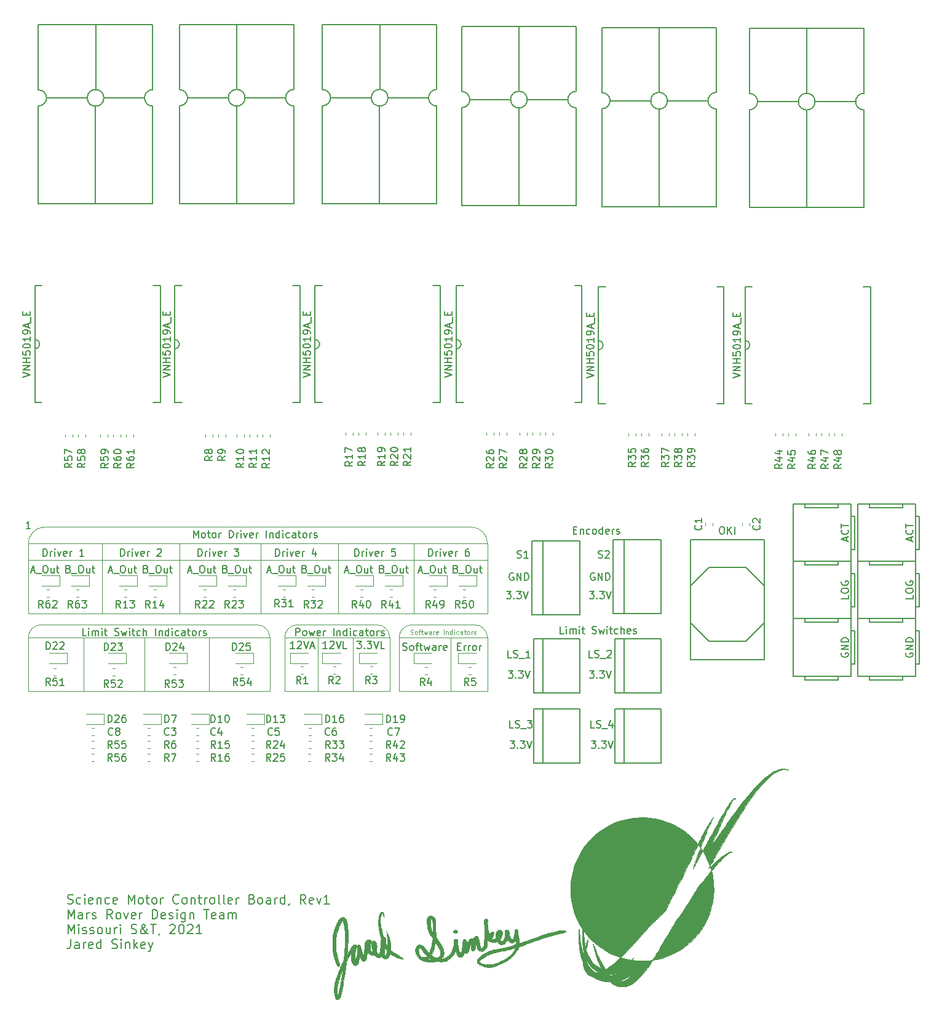
<source format=gbr>
G04 #@! TF.GenerationSoftware,KiCad,Pcbnew,(5.1.4)-1*
G04 #@! TF.CreationDate,2020-11-26T11:17:14-06:00*
G04 #@! TF.ProjectId,ScienceMotorController,53636965-6e63-4654-9d6f-746f72436f6e,rev?*
G04 #@! TF.SameCoordinates,Original*
G04 #@! TF.FileFunction,Legend,Top*
G04 #@! TF.FilePolarity,Positive*
%FSLAX46Y46*%
G04 Gerber Fmt 4.6, Leading zero omitted, Abs format (unit mm)*
G04 Created by KiCad (PCBNEW (5.1.4)-1) date 2020-11-26 11:17:14*
%MOMM*%
%LPD*%
G04 APERTURE LIST*
%ADD10C,0.150000*%
%ADD11C,0.076200*%
%ADD12C,0.120000*%
%ADD13C,0.010000*%
%ADD14C,0.152400*%
G04 APERTURE END LIST*
D10*
X109561904Y-106116380D02*
X109085714Y-106116380D01*
X109085714Y-105116380D01*
X109895238Y-106116380D02*
X109895238Y-105449714D01*
X109895238Y-105116380D02*
X109847619Y-105164000D01*
X109895238Y-105211619D01*
X109942857Y-105164000D01*
X109895238Y-105116380D01*
X109895238Y-105211619D01*
X110371428Y-106116380D02*
X110371428Y-105449714D01*
X110371428Y-105544952D02*
X110419047Y-105497333D01*
X110514285Y-105449714D01*
X110657142Y-105449714D01*
X110752380Y-105497333D01*
X110800000Y-105592571D01*
X110800000Y-106116380D01*
X110800000Y-105592571D02*
X110847619Y-105497333D01*
X110942857Y-105449714D01*
X111085714Y-105449714D01*
X111180952Y-105497333D01*
X111228571Y-105592571D01*
X111228571Y-106116380D01*
X111704761Y-106116380D02*
X111704761Y-105449714D01*
X111704761Y-105116380D02*
X111657142Y-105164000D01*
X111704761Y-105211619D01*
X111752380Y-105164000D01*
X111704761Y-105116380D01*
X111704761Y-105211619D01*
X112038095Y-105449714D02*
X112419047Y-105449714D01*
X112180952Y-105116380D02*
X112180952Y-105973523D01*
X112228571Y-106068761D01*
X112323809Y-106116380D01*
X112419047Y-106116380D01*
X113466666Y-106068761D02*
X113609523Y-106116380D01*
X113847619Y-106116380D01*
X113942857Y-106068761D01*
X113990476Y-106021142D01*
X114038095Y-105925904D01*
X114038095Y-105830666D01*
X113990476Y-105735428D01*
X113942857Y-105687809D01*
X113847619Y-105640190D01*
X113657142Y-105592571D01*
X113561904Y-105544952D01*
X113514285Y-105497333D01*
X113466666Y-105402095D01*
X113466666Y-105306857D01*
X113514285Y-105211619D01*
X113561904Y-105164000D01*
X113657142Y-105116380D01*
X113895238Y-105116380D01*
X114038095Y-105164000D01*
X114371428Y-105449714D02*
X114561904Y-106116380D01*
X114752380Y-105640190D01*
X114942857Y-106116380D01*
X115133333Y-105449714D01*
X115514285Y-106116380D02*
X115514285Y-105449714D01*
X115514285Y-105116380D02*
X115466666Y-105164000D01*
X115514285Y-105211619D01*
X115561904Y-105164000D01*
X115514285Y-105116380D01*
X115514285Y-105211619D01*
X115847619Y-105449714D02*
X116228571Y-105449714D01*
X115990476Y-105116380D02*
X115990476Y-105973523D01*
X116038095Y-106068761D01*
X116133333Y-106116380D01*
X116228571Y-106116380D01*
X116990476Y-106068761D02*
X116895238Y-106116380D01*
X116704761Y-106116380D01*
X116609523Y-106068761D01*
X116561904Y-106021142D01*
X116514285Y-105925904D01*
X116514285Y-105640190D01*
X116561904Y-105544952D01*
X116609523Y-105497333D01*
X116704761Y-105449714D01*
X116895238Y-105449714D01*
X116990476Y-105497333D01*
X117419047Y-106116380D02*
X117419047Y-105116380D01*
X117847619Y-106116380D02*
X117847619Y-105592571D01*
X117800000Y-105497333D01*
X117704761Y-105449714D01*
X117561904Y-105449714D01*
X117466666Y-105497333D01*
X117419047Y-105544952D01*
X118704761Y-106068761D02*
X118609523Y-106116380D01*
X118419047Y-106116380D01*
X118323809Y-106068761D01*
X118276190Y-105973523D01*
X118276190Y-105592571D01*
X118323809Y-105497333D01*
X118419047Y-105449714D01*
X118609523Y-105449714D01*
X118704761Y-105497333D01*
X118752380Y-105592571D01*
X118752380Y-105687809D01*
X118276190Y-105783047D01*
X119133333Y-106068761D02*
X119228571Y-106116380D01*
X119419047Y-106116380D01*
X119514285Y-106068761D01*
X119561904Y-105973523D01*
X119561904Y-105925904D01*
X119514285Y-105830666D01*
X119419047Y-105783047D01*
X119276190Y-105783047D01*
X119180952Y-105735428D01*
X119133333Y-105640190D01*
X119133333Y-105592571D01*
X119180952Y-105497333D01*
X119276190Y-105449714D01*
X119419047Y-105449714D01*
X119514285Y-105497333D01*
X110903142Y-91876571D02*
X111236476Y-91876571D01*
X111379333Y-92400380D02*
X110903142Y-92400380D01*
X110903142Y-91400380D01*
X111379333Y-91400380D01*
X111807904Y-91733714D02*
X111807904Y-92400380D01*
X111807904Y-91828952D02*
X111855523Y-91781333D01*
X111950761Y-91733714D01*
X112093619Y-91733714D01*
X112188857Y-91781333D01*
X112236476Y-91876571D01*
X112236476Y-92400380D01*
X113141238Y-92352761D02*
X113046000Y-92400380D01*
X112855523Y-92400380D01*
X112760285Y-92352761D01*
X112712666Y-92305142D01*
X112665047Y-92209904D01*
X112665047Y-91924190D01*
X112712666Y-91828952D01*
X112760285Y-91781333D01*
X112855523Y-91733714D01*
X113046000Y-91733714D01*
X113141238Y-91781333D01*
X113712666Y-92400380D02*
X113617428Y-92352761D01*
X113569809Y-92305142D01*
X113522190Y-92209904D01*
X113522190Y-91924190D01*
X113569809Y-91828952D01*
X113617428Y-91781333D01*
X113712666Y-91733714D01*
X113855523Y-91733714D01*
X113950761Y-91781333D01*
X113998380Y-91828952D01*
X114045999Y-91924190D01*
X114045999Y-92209904D01*
X113998380Y-92305142D01*
X113950761Y-92352761D01*
X113855523Y-92400380D01*
X113712666Y-92400380D01*
X114903142Y-92400380D02*
X114903142Y-91400380D01*
X114903142Y-92352761D02*
X114807904Y-92400380D01*
X114617428Y-92400380D01*
X114522190Y-92352761D01*
X114474571Y-92305142D01*
X114426952Y-92209904D01*
X114426952Y-91924190D01*
X114474571Y-91828952D01*
X114522190Y-91781333D01*
X114617428Y-91733714D01*
X114807904Y-91733714D01*
X114903142Y-91781333D01*
X115760285Y-92352761D02*
X115665047Y-92400380D01*
X115474571Y-92400380D01*
X115379333Y-92352761D01*
X115331714Y-92257523D01*
X115331714Y-91876571D01*
X115379333Y-91781333D01*
X115474571Y-91733714D01*
X115665047Y-91733714D01*
X115760285Y-91781333D01*
X115807904Y-91876571D01*
X115807904Y-91971809D01*
X115331714Y-92067047D01*
X116236476Y-92400380D02*
X116236476Y-91733714D01*
X116236476Y-91924190D02*
X116284095Y-91828952D01*
X116331714Y-91781333D01*
X116426952Y-91733714D01*
X116522190Y-91733714D01*
X116807904Y-92352761D02*
X116903142Y-92400380D01*
X117093619Y-92400380D01*
X117188857Y-92352761D01*
X117236476Y-92257523D01*
X117236476Y-92209904D01*
X117188857Y-92114666D01*
X117093619Y-92067047D01*
X116950761Y-92067047D01*
X116855523Y-92019428D01*
X116807904Y-91924190D01*
X116807904Y-91876571D01*
X116855523Y-91781333D01*
X116950761Y-91733714D01*
X117093619Y-91733714D01*
X117188857Y-91781333D01*
X113077809Y-100290380D02*
X113696857Y-100290380D01*
X113363523Y-100671333D01*
X113506380Y-100671333D01*
X113601619Y-100718952D01*
X113649238Y-100766571D01*
X113696857Y-100861809D01*
X113696857Y-101099904D01*
X113649238Y-101195142D01*
X113601619Y-101242761D01*
X113506380Y-101290380D01*
X113220666Y-101290380D01*
X113125428Y-101242761D01*
X113077809Y-101195142D01*
X114125428Y-101195142D02*
X114173047Y-101242761D01*
X114125428Y-101290380D01*
X114077809Y-101242761D01*
X114125428Y-101195142D01*
X114125428Y-101290380D01*
X114506380Y-100290380D02*
X115125428Y-100290380D01*
X114792095Y-100671333D01*
X114934952Y-100671333D01*
X115030190Y-100718952D01*
X115077809Y-100766571D01*
X115125428Y-100861809D01*
X115125428Y-101099904D01*
X115077809Y-101195142D01*
X115030190Y-101242761D01*
X114934952Y-101290380D01*
X114649238Y-101290380D01*
X114554000Y-101242761D01*
X114506380Y-101195142D01*
X115411142Y-100290380D02*
X115744476Y-101290380D01*
X116077809Y-100290380D01*
X113792095Y-97798000D02*
X113696857Y-97750380D01*
X113554000Y-97750380D01*
X113411142Y-97798000D01*
X113315904Y-97893238D01*
X113268285Y-97988476D01*
X113220666Y-98178952D01*
X113220666Y-98321809D01*
X113268285Y-98512285D01*
X113315904Y-98607523D01*
X113411142Y-98702761D01*
X113554000Y-98750380D01*
X113649238Y-98750380D01*
X113792095Y-98702761D01*
X113839714Y-98655142D01*
X113839714Y-98321809D01*
X113649238Y-98321809D01*
X114268285Y-98750380D02*
X114268285Y-97750380D01*
X114839714Y-98750380D01*
X114839714Y-97750380D01*
X115315904Y-98750380D02*
X115315904Y-97750380D01*
X115554000Y-97750380D01*
X115696857Y-97798000D01*
X115792095Y-97893238D01*
X115839714Y-97988476D01*
X115887333Y-98178952D01*
X115887333Y-98321809D01*
X115839714Y-98512285D01*
X115792095Y-98607523D01*
X115696857Y-98702761D01*
X115554000Y-98750380D01*
X115315904Y-98750380D01*
X114300095Y-95654761D02*
X114442952Y-95702380D01*
X114681047Y-95702380D01*
X114776285Y-95654761D01*
X114823904Y-95607142D01*
X114871523Y-95511904D01*
X114871523Y-95416666D01*
X114823904Y-95321428D01*
X114776285Y-95273809D01*
X114681047Y-95226190D01*
X114490571Y-95178571D01*
X114395333Y-95130952D01*
X114347714Y-95083333D01*
X114300095Y-94988095D01*
X114300095Y-94892857D01*
X114347714Y-94797619D01*
X114395333Y-94750000D01*
X114490571Y-94702380D01*
X114728666Y-94702380D01*
X114871523Y-94750000D01*
X115252476Y-94797619D02*
X115300095Y-94750000D01*
X115395333Y-94702380D01*
X115633428Y-94702380D01*
X115728666Y-94750000D01*
X115776285Y-94797619D01*
X115823904Y-94892857D01*
X115823904Y-94988095D01*
X115776285Y-95130952D01*
X115204857Y-95702380D01*
X115823904Y-95702380D01*
X103124095Y-95654761D02*
X103266952Y-95702380D01*
X103505047Y-95702380D01*
X103600285Y-95654761D01*
X103647904Y-95607142D01*
X103695523Y-95511904D01*
X103695523Y-95416666D01*
X103647904Y-95321428D01*
X103600285Y-95273809D01*
X103505047Y-95226190D01*
X103314571Y-95178571D01*
X103219333Y-95130952D01*
X103171714Y-95083333D01*
X103124095Y-94988095D01*
X103124095Y-94892857D01*
X103171714Y-94797619D01*
X103219333Y-94750000D01*
X103314571Y-94702380D01*
X103552666Y-94702380D01*
X103695523Y-94750000D01*
X104647904Y-95702380D02*
X104076476Y-95702380D01*
X104362190Y-95702380D02*
X104362190Y-94702380D01*
X104266952Y-94845238D01*
X104171714Y-94940476D01*
X104076476Y-94988095D01*
X102616095Y-97798000D02*
X102520857Y-97750380D01*
X102378000Y-97750380D01*
X102235142Y-97798000D01*
X102139904Y-97893238D01*
X102092285Y-97988476D01*
X102044666Y-98178952D01*
X102044666Y-98321809D01*
X102092285Y-98512285D01*
X102139904Y-98607523D01*
X102235142Y-98702761D01*
X102378000Y-98750380D01*
X102473238Y-98750380D01*
X102616095Y-98702761D01*
X102663714Y-98655142D01*
X102663714Y-98321809D01*
X102473238Y-98321809D01*
X103092285Y-98750380D02*
X103092285Y-97750380D01*
X103663714Y-98750380D01*
X103663714Y-97750380D01*
X104139904Y-98750380D02*
X104139904Y-97750380D01*
X104378000Y-97750380D01*
X104520857Y-97798000D01*
X104616095Y-97893238D01*
X104663714Y-97988476D01*
X104711333Y-98178952D01*
X104711333Y-98321809D01*
X104663714Y-98512285D01*
X104616095Y-98607523D01*
X104520857Y-98702761D01*
X104378000Y-98750380D01*
X104139904Y-98750380D01*
X101647809Y-100290380D02*
X102266857Y-100290380D01*
X101933523Y-100671333D01*
X102076380Y-100671333D01*
X102171619Y-100718952D01*
X102219238Y-100766571D01*
X102266857Y-100861809D01*
X102266857Y-101099904D01*
X102219238Y-101195142D01*
X102171619Y-101242761D01*
X102076380Y-101290380D01*
X101790666Y-101290380D01*
X101695428Y-101242761D01*
X101647809Y-101195142D01*
X102695428Y-101195142D02*
X102743047Y-101242761D01*
X102695428Y-101290380D01*
X102647809Y-101242761D01*
X102695428Y-101195142D01*
X102695428Y-101290380D01*
X103076380Y-100290380D02*
X103695428Y-100290380D01*
X103362095Y-100671333D01*
X103504952Y-100671333D01*
X103600190Y-100718952D01*
X103647809Y-100766571D01*
X103695428Y-100861809D01*
X103695428Y-101099904D01*
X103647809Y-101195142D01*
X103600190Y-101242761D01*
X103504952Y-101290380D01*
X103219238Y-101290380D01*
X103124000Y-101242761D01*
X103076380Y-101195142D01*
X103981142Y-100290380D02*
X104314476Y-101290380D01*
X104647809Y-100290380D01*
D11*
X88443404Y-106175023D02*
X88534119Y-106205261D01*
X88685309Y-106205261D01*
X88745785Y-106175023D01*
X88776023Y-106144785D01*
X88806261Y-106084309D01*
X88806261Y-106023833D01*
X88776023Y-105963357D01*
X88745785Y-105933119D01*
X88685309Y-105902880D01*
X88564357Y-105872642D01*
X88503880Y-105842404D01*
X88473642Y-105812166D01*
X88443404Y-105751690D01*
X88443404Y-105691214D01*
X88473642Y-105630738D01*
X88503880Y-105600500D01*
X88564357Y-105570261D01*
X88715547Y-105570261D01*
X88806261Y-105600500D01*
X89169119Y-106205261D02*
X89108642Y-106175023D01*
X89078404Y-106144785D01*
X89048166Y-106084309D01*
X89048166Y-105902880D01*
X89078404Y-105842404D01*
X89108642Y-105812166D01*
X89169119Y-105781928D01*
X89259833Y-105781928D01*
X89320309Y-105812166D01*
X89350547Y-105842404D01*
X89380785Y-105902880D01*
X89380785Y-106084309D01*
X89350547Y-106144785D01*
X89320309Y-106175023D01*
X89259833Y-106205261D01*
X89169119Y-106205261D01*
X89562214Y-105781928D02*
X89804119Y-105781928D01*
X89652928Y-106205261D02*
X89652928Y-105660976D01*
X89683166Y-105600500D01*
X89743642Y-105570261D01*
X89804119Y-105570261D01*
X89925071Y-105781928D02*
X90166976Y-105781928D01*
X90015785Y-105570261D02*
X90015785Y-106114547D01*
X90046023Y-106175023D01*
X90106500Y-106205261D01*
X90166976Y-106205261D01*
X90318166Y-105781928D02*
X90439119Y-106205261D01*
X90560071Y-105902880D01*
X90681023Y-106205261D01*
X90801976Y-105781928D01*
X91316023Y-106205261D02*
X91316023Y-105872642D01*
X91285785Y-105812166D01*
X91225309Y-105781928D01*
X91104357Y-105781928D01*
X91043880Y-105812166D01*
X91316023Y-106175023D02*
X91255547Y-106205261D01*
X91104357Y-106205261D01*
X91043880Y-106175023D01*
X91013642Y-106114547D01*
X91013642Y-106054071D01*
X91043880Y-105993595D01*
X91104357Y-105963357D01*
X91255547Y-105963357D01*
X91316023Y-105933119D01*
X91618404Y-106205261D02*
X91618404Y-105781928D01*
X91618404Y-105902880D02*
X91648642Y-105842404D01*
X91678880Y-105812166D01*
X91739357Y-105781928D01*
X91799833Y-105781928D01*
X92253404Y-106175023D02*
X92192928Y-106205261D01*
X92071976Y-106205261D01*
X92011500Y-106175023D01*
X91981261Y-106114547D01*
X91981261Y-105872642D01*
X92011500Y-105812166D01*
X92071976Y-105781928D01*
X92192928Y-105781928D01*
X92253404Y-105812166D01*
X92283642Y-105872642D01*
X92283642Y-105933119D01*
X91981261Y-105993595D01*
X93039595Y-106205261D02*
X93039595Y-105570261D01*
X93341976Y-105781928D02*
X93341976Y-106205261D01*
X93341976Y-105842404D02*
X93372214Y-105812166D01*
X93432690Y-105781928D01*
X93523404Y-105781928D01*
X93583880Y-105812166D01*
X93614119Y-105872642D01*
X93614119Y-106205261D01*
X94188642Y-106205261D02*
X94188642Y-105570261D01*
X94188642Y-106175023D02*
X94128166Y-106205261D01*
X94007214Y-106205261D01*
X93946738Y-106175023D01*
X93916500Y-106144785D01*
X93886261Y-106084309D01*
X93886261Y-105902880D01*
X93916500Y-105842404D01*
X93946738Y-105812166D01*
X94007214Y-105781928D01*
X94128166Y-105781928D01*
X94188642Y-105812166D01*
X94491023Y-106205261D02*
X94491023Y-105781928D01*
X94491023Y-105570261D02*
X94460785Y-105600500D01*
X94491023Y-105630738D01*
X94521261Y-105600500D01*
X94491023Y-105570261D01*
X94491023Y-105630738D01*
X95065547Y-106175023D02*
X95005071Y-106205261D01*
X94884119Y-106205261D01*
X94823642Y-106175023D01*
X94793404Y-106144785D01*
X94763166Y-106084309D01*
X94763166Y-105902880D01*
X94793404Y-105842404D01*
X94823642Y-105812166D01*
X94884119Y-105781928D01*
X95005071Y-105781928D01*
X95065547Y-105812166D01*
X95609833Y-106205261D02*
X95609833Y-105872642D01*
X95579595Y-105812166D01*
X95519119Y-105781928D01*
X95398166Y-105781928D01*
X95337690Y-105812166D01*
X95609833Y-106175023D02*
X95549357Y-106205261D01*
X95398166Y-106205261D01*
X95337690Y-106175023D01*
X95307452Y-106114547D01*
X95307452Y-106054071D01*
X95337690Y-105993595D01*
X95398166Y-105963357D01*
X95549357Y-105963357D01*
X95609833Y-105933119D01*
X95821500Y-105781928D02*
X96063404Y-105781928D01*
X95912214Y-105570261D02*
X95912214Y-106114547D01*
X95942452Y-106175023D01*
X96002928Y-106205261D01*
X96063404Y-106205261D01*
X96365785Y-106205261D02*
X96305309Y-106175023D01*
X96275071Y-106144785D01*
X96244833Y-106084309D01*
X96244833Y-105902880D01*
X96275071Y-105842404D01*
X96305309Y-105812166D01*
X96365785Y-105781928D01*
X96456500Y-105781928D01*
X96516976Y-105812166D01*
X96547214Y-105842404D01*
X96577452Y-105902880D01*
X96577452Y-106084309D01*
X96547214Y-106144785D01*
X96516976Y-106175023D01*
X96456500Y-106205261D01*
X96365785Y-106205261D01*
X96849595Y-106205261D02*
X96849595Y-105781928D01*
X96849595Y-105902880D02*
X96879833Y-105842404D01*
X96910071Y-105812166D01*
X96970547Y-105781928D01*
X97031023Y-105781928D01*
X97212452Y-106175023D02*
X97272928Y-106205261D01*
X97393880Y-106205261D01*
X97454357Y-106175023D01*
X97484595Y-106114547D01*
X97484595Y-106084309D01*
X97454357Y-106023833D01*
X97393880Y-105993595D01*
X97303166Y-105993595D01*
X97242690Y-105963357D01*
X97212452Y-105902880D01*
X97212452Y-105872642D01*
X97242690Y-105812166D01*
X97303166Y-105781928D01*
X97393880Y-105781928D01*
X97454357Y-105812166D01*
D12*
X97282000Y-104902000D02*
X88646000Y-104902000D01*
X97282000Y-104902000D02*
G75*
G02X99060000Y-106680000I0J-1778000D01*
G01*
X86868000Y-106680000D02*
G75*
G02X88646000Y-104902000I1778000J0D01*
G01*
X93980000Y-106680000D02*
X93980000Y-114046000D01*
X99060000Y-114046000D02*
X86868000Y-114046000D01*
X99060000Y-106680000D02*
X99060000Y-114046000D01*
X86868000Y-106680000D02*
X99060000Y-106680000D01*
X86868000Y-114046000D02*
X86868000Y-106680000D01*
D10*
X72668571Y-106370380D02*
X72668571Y-105370380D01*
X73049523Y-105370380D01*
X73144761Y-105418000D01*
X73192380Y-105465619D01*
X73240000Y-105560857D01*
X73240000Y-105703714D01*
X73192380Y-105798952D01*
X73144761Y-105846571D01*
X73049523Y-105894190D01*
X72668571Y-105894190D01*
X73811428Y-106370380D02*
X73716190Y-106322761D01*
X73668571Y-106275142D01*
X73620952Y-106179904D01*
X73620952Y-105894190D01*
X73668571Y-105798952D01*
X73716190Y-105751333D01*
X73811428Y-105703714D01*
X73954285Y-105703714D01*
X74049523Y-105751333D01*
X74097142Y-105798952D01*
X74144761Y-105894190D01*
X74144761Y-106179904D01*
X74097142Y-106275142D01*
X74049523Y-106322761D01*
X73954285Y-106370380D01*
X73811428Y-106370380D01*
X74478095Y-105703714D02*
X74668571Y-106370380D01*
X74859047Y-105894190D01*
X75049523Y-106370380D01*
X75240000Y-105703714D01*
X76001904Y-106322761D02*
X75906666Y-106370380D01*
X75716190Y-106370380D01*
X75620952Y-106322761D01*
X75573333Y-106227523D01*
X75573333Y-105846571D01*
X75620952Y-105751333D01*
X75716190Y-105703714D01*
X75906666Y-105703714D01*
X76001904Y-105751333D01*
X76049523Y-105846571D01*
X76049523Y-105941809D01*
X75573333Y-106037047D01*
X76478095Y-106370380D02*
X76478095Y-105703714D01*
X76478095Y-105894190D02*
X76525714Y-105798952D01*
X76573333Y-105751333D01*
X76668571Y-105703714D01*
X76763809Y-105703714D01*
X77859047Y-106370380D02*
X77859047Y-105370380D01*
X78335238Y-105703714D02*
X78335238Y-106370380D01*
X78335238Y-105798952D02*
X78382857Y-105751333D01*
X78478095Y-105703714D01*
X78620952Y-105703714D01*
X78716190Y-105751333D01*
X78763809Y-105846571D01*
X78763809Y-106370380D01*
X79668571Y-106370380D02*
X79668571Y-105370380D01*
X79668571Y-106322761D02*
X79573333Y-106370380D01*
X79382857Y-106370380D01*
X79287619Y-106322761D01*
X79240000Y-106275142D01*
X79192380Y-106179904D01*
X79192380Y-105894190D01*
X79240000Y-105798952D01*
X79287619Y-105751333D01*
X79382857Y-105703714D01*
X79573333Y-105703714D01*
X79668571Y-105751333D01*
X80144761Y-106370380D02*
X80144761Y-105703714D01*
X80144761Y-105370380D02*
X80097142Y-105418000D01*
X80144761Y-105465619D01*
X80192380Y-105418000D01*
X80144761Y-105370380D01*
X80144761Y-105465619D01*
X81049523Y-106322761D02*
X80954285Y-106370380D01*
X80763809Y-106370380D01*
X80668571Y-106322761D01*
X80620952Y-106275142D01*
X80573333Y-106179904D01*
X80573333Y-105894190D01*
X80620952Y-105798952D01*
X80668571Y-105751333D01*
X80763809Y-105703714D01*
X80954285Y-105703714D01*
X81049523Y-105751333D01*
X81906666Y-106370380D02*
X81906666Y-105846571D01*
X81859047Y-105751333D01*
X81763809Y-105703714D01*
X81573333Y-105703714D01*
X81478095Y-105751333D01*
X81906666Y-106322761D02*
X81811428Y-106370380D01*
X81573333Y-106370380D01*
X81478095Y-106322761D01*
X81430476Y-106227523D01*
X81430476Y-106132285D01*
X81478095Y-106037047D01*
X81573333Y-105989428D01*
X81811428Y-105989428D01*
X81906666Y-105941809D01*
X82240000Y-105703714D02*
X82620952Y-105703714D01*
X82382857Y-105370380D02*
X82382857Y-106227523D01*
X82430476Y-106322761D01*
X82525714Y-106370380D01*
X82620952Y-106370380D01*
X83097142Y-106370380D02*
X83001904Y-106322761D01*
X82954285Y-106275142D01*
X82906666Y-106179904D01*
X82906666Y-105894190D01*
X82954285Y-105798952D01*
X83001904Y-105751333D01*
X83097142Y-105703714D01*
X83240000Y-105703714D01*
X83335238Y-105751333D01*
X83382857Y-105798952D01*
X83430476Y-105894190D01*
X83430476Y-106179904D01*
X83382857Y-106275142D01*
X83335238Y-106322761D01*
X83240000Y-106370380D01*
X83097142Y-106370380D01*
X83859047Y-106370380D02*
X83859047Y-105703714D01*
X83859047Y-105894190D02*
X83906666Y-105798952D01*
X83954285Y-105751333D01*
X84049523Y-105703714D01*
X84144761Y-105703714D01*
X84430476Y-106322761D02*
X84525714Y-106370380D01*
X84716190Y-106370380D01*
X84811428Y-106322761D01*
X84859047Y-106227523D01*
X84859047Y-106179904D01*
X84811428Y-106084666D01*
X84716190Y-106037047D01*
X84573333Y-106037047D01*
X84478095Y-105989428D01*
X84430476Y-105894190D01*
X84430476Y-105846571D01*
X84478095Y-105751333D01*
X84573333Y-105703714D01*
X84716190Y-105703714D01*
X84811428Y-105751333D01*
D12*
X83058000Y-104902000D02*
X83820000Y-104902000D01*
X83820000Y-104902000D02*
G75*
G02X85598000Y-106680000I0J-1778000D01*
G01*
X72898000Y-104902000D02*
X83058000Y-104902000D01*
X71120000Y-106680000D02*
G75*
G02X72898000Y-104902000I1778000J0D01*
G01*
X80518000Y-106680000D02*
X80518000Y-114046000D01*
X75692000Y-106680000D02*
X75692000Y-114046000D01*
X85598000Y-114046000D02*
X85598000Y-106680000D01*
X71120000Y-114046000D02*
X85598000Y-114046000D01*
X71120000Y-106680000D02*
X71120000Y-114046000D01*
X71374000Y-106680000D02*
X71120000Y-106680000D01*
X71374000Y-106680000D02*
X85598000Y-106680000D01*
X60706000Y-106680000D02*
X60706000Y-114046000D01*
X51816000Y-106680000D02*
X51816000Y-114046000D01*
X43434000Y-106680000D02*
X43434000Y-114046000D01*
X67310000Y-104902000D02*
G75*
G02X69088000Y-106680000I0J-1778000D01*
G01*
X35814000Y-106680000D02*
G75*
G02X37592000Y-104902000I1778000J0D01*
G01*
X67310000Y-104902000D02*
X37592000Y-104902000D01*
X69088000Y-106680000D02*
X69088000Y-106934000D01*
X45720000Y-106680000D02*
X69088000Y-106680000D01*
X69088000Y-114046000D02*
X69088000Y-106934000D01*
X35814000Y-114046000D02*
X69088000Y-114046000D01*
X35814000Y-106680000D02*
X35814000Y-114046000D01*
X45720000Y-106680000D02*
X35814000Y-106680000D01*
D10*
X43816000Y-106370380D02*
X43339809Y-106370380D01*
X43339809Y-105370380D01*
X44149333Y-106370380D02*
X44149333Y-105703714D01*
X44149333Y-105370380D02*
X44101714Y-105418000D01*
X44149333Y-105465619D01*
X44196952Y-105418000D01*
X44149333Y-105370380D01*
X44149333Y-105465619D01*
X44625523Y-106370380D02*
X44625523Y-105703714D01*
X44625523Y-105798952D02*
X44673142Y-105751333D01*
X44768380Y-105703714D01*
X44911238Y-105703714D01*
X45006476Y-105751333D01*
X45054095Y-105846571D01*
X45054095Y-106370380D01*
X45054095Y-105846571D02*
X45101714Y-105751333D01*
X45196952Y-105703714D01*
X45339809Y-105703714D01*
X45435047Y-105751333D01*
X45482666Y-105846571D01*
X45482666Y-106370380D01*
X45958857Y-106370380D02*
X45958857Y-105703714D01*
X45958857Y-105370380D02*
X45911238Y-105418000D01*
X45958857Y-105465619D01*
X46006476Y-105418000D01*
X45958857Y-105370380D01*
X45958857Y-105465619D01*
X46292190Y-105703714D02*
X46673142Y-105703714D01*
X46435047Y-105370380D02*
X46435047Y-106227523D01*
X46482666Y-106322761D01*
X46577904Y-106370380D01*
X46673142Y-106370380D01*
X47720761Y-106322761D02*
X47863619Y-106370380D01*
X48101714Y-106370380D01*
X48196952Y-106322761D01*
X48244571Y-106275142D01*
X48292190Y-106179904D01*
X48292190Y-106084666D01*
X48244571Y-105989428D01*
X48196952Y-105941809D01*
X48101714Y-105894190D01*
X47911238Y-105846571D01*
X47816000Y-105798952D01*
X47768380Y-105751333D01*
X47720761Y-105656095D01*
X47720761Y-105560857D01*
X47768380Y-105465619D01*
X47816000Y-105418000D01*
X47911238Y-105370380D01*
X48149333Y-105370380D01*
X48292190Y-105418000D01*
X48625523Y-105703714D02*
X48816000Y-106370380D01*
X49006476Y-105894190D01*
X49196952Y-106370380D01*
X49387428Y-105703714D01*
X49768380Y-106370380D02*
X49768380Y-105703714D01*
X49768380Y-105370380D02*
X49720761Y-105418000D01*
X49768380Y-105465619D01*
X49816000Y-105418000D01*
X49768380Y-105370380D01*
X49768380Y-105465619D01*
X50101714Y-105703714D02*
X50482666Y-105703714D01*
X50244571Y-105370380D02*
X50244571Y-106227523D01*
X50292190Y-106322761D01*
X50387428Y-106370380D01*
X50482666Y-106370380D01*
X51244571Y-106322761D02*
X51149333Y-106370380D01*
X50958857Y-106370380D01*
X50863619Y-106322761D01*
X50816000Y-106275142D01*
X50768380Y-106179904D01*
X50768380Y-105894190D01*
X50816000Y-105798952D01*
X50863619Y-105751333D01*
X50958857Y-105703714D01*
X51149333Y-105703714D01*
X51244571Y-105751333D01*
X51673142Y-106370380D02*
X51673142Y-105370380D01*
X52101714Y-106370380D02*
X52101714Y-105846571D01*
X52054095Y-105751333D01*
X51958857Y-105703714D01*
X51816000Y-105703714D01*
X51720761Y-105751333D01*
X51673142Y-105798952D01*
X53339809Y-106370380D02*
X53339809Y-105370380D01*
X53816000Y-105703714D02*
X53816000Y-106370380D01*
X53816000Y-105798952D02*
X53863619Y-105751333D01*
X53958857Y-105703714D01*
X54101714Y-105703714D01*
X54196952Y-105751333D01*
X54244571Y-105846571D01*
X54244571Y-106370380D01*
X55149333Y-106370380D02*
X55149333Y-105370380D01*
X55149333Y-106322761D02*
X55054095Y-106370380D01*
X54863619Y-106370380D01*
X54768380Y-106322761D01*
X54720761Y-106275142D01*
X54673142Y-106179904D01*
X54673142Y-105894190D01*
X54720761Y-105798952D01*
X54768380Y-105751333D01*
X54863619Y-105703714D01*
X55054095Y-105703714D01*
X55149333Y-105751333D01*
X55625523Y-106370380D02*
X55625523Y-105703714D01*
X55625523Y-105370380D02*
X55577904Y-105418000D01*
X55625523Y-105465619D01*
X55673142Y-105418000D01*
X55625523Y-105370380D01*
X55625523Y-105465619D01*
X56530285Y-106322761D02*
X56435047Y-106370380D01*
X56244571Y-106370380D01*
X56149333Y-106322761D01*
X56101714Y-106275142D01*
X56054095Y-106179904D01*
X56054095Y-105894190D01*
X56101714Y-105798952D01*
X56149333Y-105751333D01*
X56244571Y-105703714D01*
X56435047Y-105703714D01*
X56530285Y-105751333D01*
X57387428Y-106370380D02*
X57387428Y-105846571D01*
X57339809Y-105751333D01*
X57244571Y-105703714D01*
X57054095Y-105703714D01*
X56958857Y-105751333D01*
X57387428Y-106322761D02*
X57292190Y-106370380D01*
X57054095Y-106370380D01*
X56958857Y-106322761D01*
X56911238Y-106227523D01*
X56911238Y-106132285D01*
X56958857Y-106037047D01*
X57054095Y-105989428D01*
X57292190Y-105989428D01*
X57387428Y-105941809D01*
X57720761Y-105703714D02*
X58101714Y-105703714D01*
X57863619Y-105370380D02*
X57863619Y-106227523D01*
X57911238Y-106322761D01*
X58006476Y-106370380D01*
X58101714Y-106370380D01*
X58577904Y-106370380D02*
X58482666Y-106322761D01*
X58435047Y-106275142D01*
X58387428Y-106179904D01*
X58387428Y-105894190D01*
X58435047Y-105798952D01*
X58482666Y-105751333D01*
X58577904Y-105703714D01*
X58720761Y-105703714D01*
X58815999Y-105751333D01*
X58863619Y-105798952D01*
X58911238Y-105894190D01*
X58911238Y-106179904D01*
X58863619Y-106275142D01*
X58815999Y-106322761D01*
X58720761Y-106370380D01*
X58577904Y-106370380D01*
X59339809Y-106370380D02*
X59339809Y-105703714D01*
X59339809Y-105894190D02*
X59387428Y-105798952D01*
X59435047Y-105751333D01*
X59530285Y-105703714D01*
X59625523Y-105703714D01*
X59911238Y-106322761D02*
X60006476Y-106370380D01*
X60196952Y-106370380D01*
X60292190Y-106322761D01*
X60339809Y-106227523D01*
X60339809Y-106179904D01*
X60292190Y-106084666D01*
X60196952Y-106037047D01*
X60054095Y-106037047D01*
X59958857Y-105989428D01*
X59911238Y-105894190D01*
X59911238Y-105846571D01*
X59958857Y-105751333D01*
X60054095Y-105703714D01*
X60196952Y-105703714D01*
X60292190Y-105751333D01*
D12*
X67818000Y-96012000D02*
X67818000Y-103378000D01*
X35814000Y-93726000D02*
G75*
G02X38100000Y-91440000I2286000J0D01*
G01*
X96774000Y-91440000D02*
X38100000Y-91440000D01*
X96774000Y-91440000D02*
G75*
G02X99060000Y-93726000I0J-2286000D01*
G01*
X45974000Y-96012000D02*
X45974000Y-103378000D01*
X56642000Y-96012000D02*
X56642000Y-103378000D01*
X78486000Y-96012000D02*
X78486000Y-103378000D01*
X88900000Y-93726000D02*
X88900000Y-103378000D01*
X78486000Y-96012000D02*
X78486000Y-93726000D01*
X67818000Y-96012000D02*
X67818000Y-93726000D01*
X56642000Y-96012000D02*
X56642000Y-93726000D01*
X45974000Y-96012000D02*
X45974000Y-93726000D01*
X35814000Y-93726000D02*
X35814000Y-96012000D01*
X99060000Y-93726000D02*
X35814000Y-93726000D01*
X99060000Y-96012000D02*
X99060000Y-93726000D01*
D10*
X58579809Y-92908380D02*
X58579809Y-91908380D01*
X58913142Y-92622666D01*
X59246476Y-91908380D01*
X59246476Y-92908380D01*
X59865523Y-92908380D02*
X59770285Y-92860761D01*
X59722666Y-92813142D01*
X59675047Y-92717904D01*
X59675047Y-92432190D01*
X59722666Y-92336952D01*
X59770285Y-92289333D01*
X59865523Y-92241714D01*
X60008380Y-92241714D01*
X60103619Y-92289333D01*
X60151238Y-92336952D01*
X60198857Y-92432190D01*
X60198857Y-92717904D01*
X60151238Y-92813142D01*
X60103619Y-92860761D01*
X60008380Y-92908380D01*
X59865523Y-92908380D01*
X60484571Y-92241714D02*
X60865523Y-92241714D01*
X60627428Y-91908380D02*
X60627428Y-92765523D01*
X60675047Y-92860761D01*
X60770285Y-92908380D01*
X60865523Y-92908380D01*
X61341714Y-92908380D02*
X61246476Y-92860761D01*
X61198857Y-92813142D01*
X61151238Y-92717904D01*
X61151238Y-92432190D01*
X61198857Y-92336952D01*
X61246476Y-92289333D01*
X61341714Y-92241714D01*
X61484571Y-92241714D01*
X61579809Y-92289333D01*
X61627428Y-92336952D01*
X61675047Y-92432190D01*
X61675047Y-92717904D01*
X61627428Y-92813142D01*
X61579809Y-92860761D01*
X61484571Y-92908380D01*
X61341714Y-92908380D01*
X62103619Y-92908380D02*
X62103619Y-92241714D01*
X62103619Y-92432190D02*
X62151238Y-92336952D01*
X62198857Y-92289333D01*
X62294095Y-92241714D01*
X62389333Y-92241714D01*
X63484571Y-92908380D02*
X63484571Y-91908380D01*
X63722666Y-91908380D01*
X63865523Y-91956000D01*
X63960761Y-92051238D01*
X64008380Y-92146476D01*
X64056000Y-92336952D01*
X64056000Y-92479809D01*
X64008380Y-92670285D01*
X63960761Y-92765523D01*
X63865523Y-92860761D01*
X63722666Y-92908380D01*
X63484571Y-92908380D01*
X64484571Y-92908380D02*
X64484571Y-92241714D01*
X64484571Y-92432190D02*
X64532190Y-92336952D01*
X64579809Y-92289333D01*
X64675047Y-92241714D01*
X64770285Y-92241714D01*
X65103619Y-92908380D02*
X65103619Y-92241714D01*
X65103619Y-91908380D02*
X65056000Y-91956000D01*
X65103619Y-92003619D01*
X65151238Y-91956000D01*
X65103619Y-91908380D01*
X65103619Y-92003619D01*
X65484571Y-92241714D02*
X65722666Y-92908380D01*
X65960761Y-92241714D01*
X66722666Y-92860761D02*
X66627428Y-92908380D01*
X66436952Y-92908380D01*
X66341714Y-92860761D01*
X66294095Y-92765523D01*
X66294095Y-92384571D01*
X66341714Y-92289333D01*
X66436952Y-92241714D01*
X66627428Y-92241714D01*
X66722666Y-92289333D01*
X66770285Y-92384571D01*
X66770285Y-92479809D01*
X66294095Y-92575047D01*
X67198857Y-92908380D02*
X67198857Y-92241714D01*
X67198857Y-92432190D02*
X67246476Y-92336952D01*
X67294095Y-92289333D01*
X67389333Y-92241714D01*
X67484571Y-92241714D01*
X68579809Y-92908380D02*
X68579809Y-91908380D01*
X69056000Y-92241714D02*
X69056000Y-92908380D01*
X69056000Y-92336952D02*
X69103619Y-92289333D01*
X69198857Y-92241714D01*
X69341714Y-92241714D01*
X69436952Y-92289333D01*
X69484571Y-92384571D01*
X69484571Y-92908380D01*
X70389333Y-92908380D02*
X70389333Y-91908380D01*
X70389333Y-92860761D02*
X70294095Y-92908380D01*
X70103619Y-92908380D01*
X70008380Y-92860761D01*
X69960761Y-92813142D01*
X69913142Y-92717904D01*
X69913142Y-92432190D01*
X69960761Y-92336952D01*
X70008380Y-92289333D01*
X70103619Y-92241714D01*
X70294095Y-92241714D01*
X70389333Y-92289333D01*
X70865523Y-92908380D02*
X70865523Y-92241714D01*
X70865523Y-91908380D02*
X70817904Y-91956000D01*
X70865523Y-92003619D01*
X70913142Y-91956000D01*
X70865523Y-91908380D01*
X70865523Y-92003619D01*
X71770285Y-92860761D02*
X71675047Y-92908380D01*
X71484571Y-92908380D01*
X71389333Y-92860761D01*
X71341714Y-92813142D01*
X71294095Y-92717904D01*
X71294095Y-92432190D01*
X71341714Y-92336952D01*
X71389333Y-92289333D01*
X71484571Y-92241714D01*
X71675047Y-92241714D01*
X71770285Y-92289333D01*
X72627428Y-92908380D02*
X72627428Y-92384571D01*
X72579809Y-92289333D01*
X72484571Y-92241714D01*
X72294095Y-92241714D01*
X72198857Y-92289333D01*
X72627428Y-92860761D02*
X72532190Y-92908380D01*
X72294095Y-92908380D01*
X72198857Y-92860761D01*
X72151238Y-92765523D01*
X72151238Y-92670285D01*
X72198857Y-92575047D01*
X72294095Y-92527428D01*
X72532190Y-92527428D01*
X72627428Y-92479809D01*
X72960761Y-92241714D02*
X73341714Y-92241714D01*
X73103619Y-91908380D02*
X73103619Y-92765523D01*
X73151238Y-92860761D01*
X73246476Y-92908380D01*
X73341714Y-92908380D01*
X73817904Y-92908380D02*
X73722666Y-92860761D01*
X73675047Y-92813142D01*
X73627428Y-92717904D01*
X73627428Y-92432190D01*
X73675047Y-92336952D01*
X73722666Y-92289333D01*
X73817904Y-92241714D01*
X73960761Y-92241714D01*
X74056000Y-92289333D01*
X74103619Y-92336952D01*
X74151238Y-92432190D01*
X74151238Y-92717904D01*
X74103619Y-92813142D01*
X74056000Y-92860761D01*
X73960761Y-92908380D01*
X73817904Y-92908380D01*
X74579809Y-92908380D02*
X74579809Y-92241714D01*
X74579809Y-92432190D02*
X74627428Y-92336952D01*
X74675047Y-92289333D01*
X74770285Y-92241714D01*
X74865523Y-92241714D01*
X75151238Y-92860761D02*
X75246476Y-92908380D01*
X75436952Y-92908380D01*
X75532190Y-92860761D01*
X75579809Y-92765523D01*
X75579809Y-92717904D01*
X75532190Y-92622666D01*
X75436952Y-92575047D01*
X75294095Y-92575047D01*
X75198857Y-92527428D01*
X75151238Y-92432190D01*
X75151238Y-92384571D01*
X75198857Y-92289333D01*
X75294095Y-92241714D01*
X75436952Y-92241714D01*
X75532190Y-92289333D01*
D12*
X99060000Y-103378000D02*
X90424000Y-103378000D01*
X99060000Y-103124000D02*
X99060000Y-103378000D01*
X99060000Y-96012000D02*
X99060000Y-103124000D01*
X90424000Y-96012000D02*
X99060000Y-96012000D01*
X35814000Y-103378000D02*
X90424000Y-103378000D01*
X35814000Y-96012000D02*
X35814000Y-103378000D01*
X90424000Y-96012000D02*
X35814000Y-96012000D01*
D10*
X90940285Y-95448380D02*
X90940285Y-94448380D01*
X91178380Y-94448380D01*
X91321238Y-94496000D01*
X91416476Y-94591238D01*
X91464095Y-94686476D01*
X91511714Y-94876952D01*
X91511714Y-95019809D01*
X91464095Y-95210285D01*
X91416476Y-95305523D01*
X91321238Y-95400761D01*
X91178380Y-95448380D01*
X90940285Y-95448380D01*
X91940285Y-95448380D02*
X91940285Y-94781714D01*
X91940285Y-94972190D02*
X91987904Y-94876952D01*
X92035523Y-94829333D01*
X92130761Y-94781714D01*
X92226000Y-94781714D01*
X92559333Y-95448380D02*
X92559333Y-94781714D01*
X92559333Y-94448380D02*
X92511714Y-94496000D01*
X92559333Y-94543619D01*
X92606952Y-94496000D01*
X92559333Y-94448380D01*
X92559333Y-94543619D01*
X92940285Y-94781714D02*
X93178380Y-95448380D01*
X93416476Y-94781714D01*
X94178380Y-95400761D02*
X94083142Y-95448380D01*
X93892666Y-95448380D01*
X93797428Y-95400761D01*
X93749809Y-95305523D01*
X93749809Y-94924571D01*
X93797428Y-94829333D01*
X93892666Y-94781714D01*
X94083142Y-94781714D01*
X94178380Y-94829333D01*
X94226000Y-94924571D01*
X94226000Y-95019809D01*
X93749809Y-95115047D01*
X94654571Y-95448380D02*
X94654571Y-94781714D01*
X94654571Y-94972190D02*
X94702190Y-94876952D01*
X94749809Y-94829333D01*
X94845047Y-94781714D01*
X94940285Y-94781714D01*
X96464095Y-94448380D02*
X96273619Y-94448380D01*
X96178380Y-94496000D01*
X96130761Y-94543619D01*
X96035523Y-94686476D01*
X95987904Y-94876952D01*
X95987904Y-95257904D01*
X96035523Y-95353142D01*
X96083142Y-95400761D01*
X96178380Y-95448380D01*
X96368857Y-95448380D01*
X96464095Y-95400761D01*
X96511714Y-95353142D01*
X96559333Y-95257904D01*
X96559333Y-95019809D01*
X96511714Y-94924571D01*
X96464095Y-94876952D01*
X96368857Y-94829333D01*
X96178380Y-94829333D01*
X96083142Y-94876952D01*
X96035523Y-94924571D01*
X95987904Y-95019809D01*
X80780285Y-95448380D02*
X80780285Y-94448380D01*
X81018380Y-94448380D01*
X81161238Y-94496000D01*
X81256476Y-94591238D01*
X81304095Y-94686476D01*
X81351714Y-94876952D01*
X81351714Y-95019809D01*
X81304095Y-95210285D01*
X81256476Y-95305523D01*
X81161238Y-95400761D01*
X81018380Y-95448380D01*
X80780285Y-95448380D01*
X81780285Y-95448380D02*
X81780285Y-94781714D01*
X81780285Y-94972190D02*
X81827904Y-94876952D01*
X81875523Y-94829333D01*
X81970761Y-94781714D01*
X82066000Y-94781714D01*
X82399333Y-95448380D02*
X82399333Y-94781714D01*
X82399333Y-94448380D02*
X82351714Y-94496000D01*
X82399333Y-94543619D01*
X82446952Y-94496000D01*
X82399333Y-94448380D01*
X82399333Y-94543619D01*
X82780285Y-94781714D02*
X83018380Y-95448380D01*
X83256476Y-94781714D01*
X84018380Y-95400761D02*
X83923142Y-95448380D01*
X83732666Y-95448380D01*
X83637428Y-95400761D01*
X83589809Y-95305523D01*
X83589809Y-94924571D01*
X83637428Y-94829333D01*
X83732666Y-94781714D01*
X83923142Y-94781714D01*
X84018380Y-94829333D01*
X84066000Y-94924571D01*
X84066000Y-95019809D01*
X83589809Y-95115047D01*
X84494571Y-95448380D02*
X84494571Y-94781714D01*
X84494571Y-94972190D02*
X84542190Y-94876952D01*
X84589809Y-94829333D01*
X84685047Y-94781714D01*
X84780285Y-94781714D01*
X86351714Y-94448380D02*
X85875523Y-94448380D01*
X85827904Y-94924571D01*
X85875523Y-94876952D01*
X85970761Y-94829333D01*
X86208857Y-94829333D01*
X86304095Y-94876952D01*
X86351714Y-94924571D01*
X86399333Y-95019809D01*
X86399333Y-95257904D01*
X86351714Y-95353142D01*
X86304095Y-95400761D01*
X86208857Y-95448380D01*
X85970761Y-95448380D01*
X85875523Y-95400761D01*
X85827904Y-95353142D01*
X69858285Y-95448380D02*
X69858285Y-94448380D01*
X70096380Y-94448380D01*
X70239238Y-94496000D01*
X70334476Y-94591238D01*
X70382095Y-94686476D01*
X70429714Y-94876952D01*
X70429714Y-95019809D01*
X70382095Y-95210285D01*
X70334476Y-95305523D01*
X70239238Y-95400761D01*
X70096380Y-95448380D01*
X69858285Y-95448380D01*
X70858285Y-95448380D02*
X70858285Y-94781714D01*
X70858285Y-94972190D02*
X70905904Y-94876952D01*
X70953523Y-94829333D01*
X71048761Y-94781714D01*
X71144000Y-94781714D01*
X71477333Y-95448380D02*
X71477333Y-94781714D01*
X71477333Y-94448380D02*
X71429714Y-94496000D01*
X71477333Y-94543619D01*
X71524952Y-94496000D01*
X71477333Y-94448380D01*
X71477333Y-94543619D01*
X71858285Y-94781714D02*
X72096380Y-95448380D01*
X72334476Y-94781714D01*
X73096380Y-95400761D02*
X73001142Y-95448380D01*
X72810666Y-95448380D01*
X72715428Y-95400761D01*
X72667809Y-95305523D01*
X72667809Y-94924571D01*
X72715428Y-94829333D01*
X72810666Y-94781714D01*
X73001142Y-94781714D01*
X73096380Y-94829333D01*
X73144000Y-94924571D01*
X73144000Y-95019809D01*
X72667809Y-95115047D01*
X73572571Y-95448380D02*
X73572571Y-94781714D01*
X73572571Y-94972190D02*
X73620190Y-94876952D01*
X73667809Y-94829333D01*
X73763047Y-94781714D01*
X73858285Y-94781714D01*
X75382095Y-94781714D02*
X75382095Y-95448380D01*
X75144000Y-94400761D02*
X74905904Y-95115047D01*
X75524952Y-95115047D01*
X59190285Y-95448380D02*
X59190285Y-94448380D01*
X59428380Y-94448380D01*
X59571238Y-94496000D01*
X59666476Y-94591238D01*
X59714095Y-94686476D01*
X59761714Y-94876952D01*
X59761714Y-95019809D01*
X59714095Y-95210285D01*
X59666476Y-95305523D01*
X59571238Y-95400761D01*
X59428380Y-95448380D01*
X59190285Y-95448380D01*
X60190285Y-95448380D02*
X60190285Y-94781714D01*
X60190285Y-94972190D02*
X60237904Y-94876952D01*
X60285523Y-94829333D01*
X60380761Y-94781714D01*
X60476000Y-94781714D01*
X60809333Y-95448380D02*
X60809333Y-94781714D01*
X60809333Y-94448380D02*
X60761714Y-94496000D01*
X60809333Y-94543619D01*
X60856952Y-94496000D01*
X60809333Y-94448380D01*
X60809333Y-94543619D01*
X61190285Y-94781714D02*
X61428380Y-95448380D01*
X61666476Y-94781714D01*
X62428380Y-95400761D02*
X62333142Y-95448380D01*
X62142666Y-95448380D01*
X62047428Y-95400761D01*
X61999809Y-95305523D01*
X61999809Y-94924571D01*
X62047428Y-94829333D01*
X62142666Y-94781714D01*
X62333142Y-94781714D01*
X62428380Y-94829333D01*
X62476000Y-94924571D01*
X62476000Y-95019809D01*
X61999809Y-95115047D01*
X62904571Y-95448380D02*
X62904571Y-94781714D01*
X62904571Y-94972190D02*
X62952190Y-94876952D01*
X62999809Y-94829333D01*
X63095047Y-94781714D01*
X63190285Y-94781714D01*
X64190285Y-94448380D02*
X64809333Y-94448380D01*
X64476000Y-94829333D01*
X64618857Y-94829333D01*
X64714095Y-94876952D01*
X64761714Y-94924571D01*
X64809333Y-95019809D01*
X64809333Y-95257904D01*
X64761714Y-95353142D01*
X64714095Y-95400761D01*
X64618857Y-95448380D01*
X64333142Y-95448380D01*
X64237904Y-95400761D01*
X64190285Y-95353142D01*
X48522285Y-95448380D02*
X48522285Y-94448380D01*
X48760380Y-94448380D01*
X48903238Y-94496000D01*
X48998476Y-94591238D01*
X49046095Y-94686476D01*
X49093714Y-94876952D01*
X49093714Y-95019809D01*
X49046095Y-95210285D01*
X48998476Y-95305523D01*
X48903238Y-95400761D01*
X48760380Y-95448380D01*
X48522285Y-95448380D01*
X49522285Y-95448380D02*
X49522285Y-94781714D01*
X49522285Y-94972190D02*
X49569904Y-94876952D01*
X49617523Y-94829333D01*
X49712761Y-94781714D01*
X49808000Y-94781714D01*
X50141333Y-95448380D02*
X50141333Y-94781714D01*
X50141333Y-94448380D02*
X50093714Y-94496000D01*
X50141333Y-94543619D01*
X50188952Y-94496000D01*
X50141333Y-94448380D01*
X50141333Y-94543619D01*
X50522285Y-94781714D02*
X50760380Y-95448380D01*
X50998476Y-94781714D01*
X51760380Y-95400761D02*
X51665142Y-95448380D01*
X51474666Y-95448380D01*
X51379428Y-95400761D01*
X51331809Y-95305523D01*
X51331809Y-94924571D01*
X51379428Y-94829333D01*
X51474666Y-94781714D01*
X51665142Y-94781714D01*
X51760380Y-94829333D01*
X51808000Y-94924571D01*
X51808000Y-95019809D01*
X51331809Y-95115047D01*
X52236571Y-95448380D02*
X52236571Y-94781714D01*
X52236571Y-94972190D02*
X52284190Y-94876952D01*
X52331809Y-94829333D01*
X52427047Y-94781714D01*
X52522285Y-94781714D01*
X53569904Y-94543619D02*
X53617523Y-94496000D01*
X53712761Y-94448380D01*
X53950857Y-94448380D01*
X54046095Y-94496000D01*
X54093714Y-94543619D01*
X54141333Y-94638857D01*
X54141333Y-94734095D01*
X54093714Y-94876952D01*
X53522285Y-95448380D01*
X54141333Y-95448380D01*
X37854285Y-95448380D02*
X37854285Y-94448380D01*
X38092380Y-94448380D01*
X38235238Y-94496000D01*
X38330476Y-94591238D01*
X38378095Y-94686476D01*
X38425714Y-94876952D01*
X38425714Y-95019809D01*
X38378095Y-95210285D01*
X38330476Y-95305523D01*
X38235238Y-95400761D01*
X38092380Y-95448380D01*
X37854285Y-95448380D01*
X38854285Y-95448380D02*
X38854285Y-94781714D01*
X38854285Y-94972190D02*
X38901904Y-94876952D01*
X38949523Y-94829333D01*
X39044761Y-94781714D01*
X39140000Y-94781714D01*
X39473333Y-95448380D02*
X39473333Y-94781714D01*
X39473333Y-94448380D02*
X39425714Y-94496000D01*
X39473333Y-94543619D01*
X39520952Y-94496000D01*
X39473333Y-94448380D01*
X39473333Y-94543619D01*
X39854285Y-94781714D02*
X40092380Y-95448380D01*
X40330476Y-94781714D01*
X41092380Y-95400761D02*
X40997142Y-95448380D01*
X40806666Y-95448380D01*
X40711428Y-95400761D01*
X40663809Y-95305523D01*
X40663809Y-94924571D01*
X40711428Y-94829333D01*
X40806666Y-94781714D01*
X40997142Y-94781714D01*
X41092380Y-94829333D01*
X41140000Y-94924571D01*
X41140000Y-95019809D01*
X40663809Y-95115047D01*
X41568571Y-95448380D02*
X41568571Y-94781714D01*
X41568571Y-94972190D02*
X41616190Y-94876952D01*
X41663809Y-94829333D01*
X41759047Y-94781714D01*
X41854285Y-94781714D01*
X43473333Y-95448380D02*
X42901904Y-95448380D01*
X43187619Y-95448380D02*
X43187619Y-94448380D01*
X43092380Y-94591238D01*
X42997142Y-94686476D01*
X42901904Y-94734095D01*
X113784190Y-119070380D02*
X113308000Y-119070380D01*
X113308000Y-118070380D01*
X114069904Y-119022761D02*
X114212761Y-119070380D01*
X114450857Y-119070380D01*
X114546095Y-119022761D01*
X114593714Y-118975142D01*
X114641333Y-118879904D01*
X114641333Y-118784666D01*
X114593714Y-118689428D01*
X114546095Y-118641809D01*
X114450857Y-118594190D01*
X114260380Y-118546571D01*
X114165142Y-118498952D01*
X114117523Y-118451333D01*
X114069904Y-118356095D01*
X114069904Y-118260857D01*
X114117523Y-118165619D01*
X114165142Y-118118000D01*
X114260380Y-118070380D01*
X114498476Y-118070380D01*
X114641333Y-118118000D01*
X114831809Y-119165619D02*
X115593714Y-119165619D01*
X116260380Y-118403714D02*
X116260380Y-119070380D01*
X116022285Y-118022761D02*
X115784190Y-118737047D01*
X116403238Y-118737047D01*
X113331809Y-120864380D02*
X113950857Y-120864380D01*
X113617523Y-121245333D01*
X113760380Y-121245333D01*
X113855619Y-121292952D01*
X113903238Y-121340571D01*
X113950857Y-121435809D01*
X113950857Y-121673904D01*
X113903238Y-121769142D01*
X113855619Y-121816761D01*
X113760380Y-121864380D01*
X113474666Y-121864380D01*
X113379428Y-121816761D01*
X113331809Y-121769142D01*
X114379428Y-121769142D02*
X114427047Y-121816761D01*
X114379428Y-121864380D01*
X114331809Y-121816761D01*
X114379428Y-121769142D01*
X114379428Y-121864380D01*
X114760380Y-120864380D02*
X115379428Y-120864380D01*
X115046095Y-121245333D01*
X115188952Y-121245333D01*
X115284190Y-121292952D01*
X115331809Y-121340571D01*
X115379428Y-121435809D01*
X115379428Y-121673904D01*
X115331809Y-121769142D01*
X115284190Y-121816761D01*
X115188952Y-121864380D01*
X114903238Y-121864380D01*
X114808000Y-121816761D01*
X114760380Y-121769142D01*
X115665142Y-120864380D02*
X115998476Y-121864380D01*
X116331809Y-120864380D01*
X102155809Y-120864380D02*
X102774857Y-120864380D01*
X102441523Y-121245333D01*
X102584380Y-121245333D01*
X102679619Y-121292952D01*
X102727238Y-121340571D01*
X102774857Y-121435809D01*
X102774857Y-121673904D01*
X102727238Y-121769142D01*
X102679619Y-121816761D01*
X102584380Y-121864380D01*
X102298666Y-121864380D01*
X102203428Y-121816761D01*
X102155809Y-121769142D01*
X103203428Y-121769142D02*
X103251047Y-121816761D01*
X103203428Y-121864380D01*
X103155809Y-121816761D01*
X103203428Y-121769142D01*
X103203428Y-121864380D01*
X103584380Y-120864380D02*
X104203428Y-120864380D01*
X103870095Y-121245333D01*
X104012952Y-121245333D01*
X104108190Y-121292952D01*
X104155809Y-121340571D01*
X104203428Y-121435809D01*
X104203428Y-121673904D01*
X104155809Y-121769142D01*
X104108190Y-121816761D01*
X104012952Y-121864380D01*
X103727238Y-121864380D01*
X103632000Y-121816761D01*
X103584380Y-121769142D01*
X104489142Y-120864380D02*
X104822476Y-121864380D01*
X105155809Y-120864380D01*
X102608190Y-119070380D02*
X102132000Y-119070380D01*
X102132000Y-118070380D01*
X102893904Y-119022761D02*
X103036761Y-119070380D01*
X103274857Y-119070380D01*
X103370095Y-119022761D01*
X103417714Y-118975142D01*
X103465333Y-118879904D01*
X103465333Y-118784666D01*
X103417714Y-118689428D01*
X103370095Y-118641809D01*
X103274857Y-118594190D01*
X103084380Y-118546571D01*
X102989142Y-118498952D01*
X102941523Y-118451333D01*
X102893904Y-118356095D01*
X102893904Y-118260857D01*
X102941523Y-118165619D01*
X102989142Y-118118000D01*
X103084380Y-118070380D01*
X103322476Y-118070380D01*
X103465333Y-118118000D01*
X103655809Y-119165619D02*
X104417714Y-119165619D01*
X104560571Y-118070380D02*
X105179619Y-118070380D01*
X104846285Y-118451333D01*
X104989142Y-118451333D01*
X105084380Y-118498952D01*
X105132000Y-118546571D01*
X105179619Y-118641809D01*
X105179619Y-118879904D01*
X105132000Y-118975142D01*
X105084380Y-119022761D01*
X104989142Y-119070380D01*
X104703428Y-119070380D01*
X104608190Y-119022761D01*
X104560571Y-118975142D01*
X113077809Y-111212380D02*
X113696857Y-111212380D01*
X113363523Y-111593333D01*
X113506380Y-111593333D01*
X113601619Y-111640952D01*
X113649238Y-111688571D01*
X113696857Y-111783809D01*
X113696857Y-112021904D01*
X113649238Y-112117142D01*
X113601619Y-112164761D01*
X113506380Y-112212380D01*
X113220666Y-112212380D01*
X113125428Y-112164761D01*
X113077809Y-112117142D01*
X114125428Y-112117142D02*
X114173047Y-112164761D01*
X114125428Y-112212380D01*
X114077809Y-112164761D01*
X114125428Y-112117142D01*
X114125428Y-112212380D01*
X114506380Y-111212380D02*
X115125428Y-111212380D01*
X114792095Y-111593333D01*
X114934952Y-111593333D01*
X115030190Y-111640952D01*
X115077809Y-111688571D01*
X115125428Y-111783809D01*
X115125428Y-112021904D01*
X115077809Y-112117142D01*
X115030190Y-112164761D01*
X114934952Y-112212380D01*
X114649238Y-112212380D01*
X114554000Y-112164761D01*
X114506380Y-112117142D01*
X115411142Y-111212380D02*
X115744476Y-112212380D01*
X116077809Y-111212380D01*
X113530190Y-109418380D02*
X113054000Y-109418380D01*
X113054000Y-108418380D01*
X113815904Y-109370761D02*
X113958761Y-109418380D01*
X114196857Y-109418380D01*
X114292095Y-109370761D01*
X114339714Y-109323142D01*
X114387333Y-109227904D01*
X114387333Y-109132666D01*
X114339714Y-109037428D01*
X114292095Y-108989809D01*
X114196857Y-108942190D01*
X114006380Y-108894571D01*
X113911142Y-108846952D01*
X113863523Y-108799333D01*
X113815904Y-108704095D01*
X113815904Y-108608857D01*
X113863523Y-108513619D01*
X113911142Y-108466000D01*
X114006380Y-108418380D01*
X114244476Y-108418380D01*
X114387333Y-108466000D01*
X114577809Y-109513619D02*
X115339714Y-109513619D01*
X115530190Y-108513619D02*
X115577809Y-108466000D01*
X115673047Y-108418380D01*
X115911142Y-108418380D01*
X116006380Y-108466000D01*
X116054000Y-108513619D01*
X116101619Y-108608857D01*
X116101619Y-108704095D01*
X116054000Y-108846952D01*
X115482571Y-109418380D01*
X116101619Y-109418380D01*
X101901809Y-111212380D02*
X102520857Y-111212380D01*
X102187523Y-111593333D01*
X102330380Y-111593333D01*
X102425619Y-111640952D01*
X102473238Y-111688571D01*
X102520857Y-111783809D01*
X102520857Y-112021904D01*
X102473238Y-112117142D01*
X102425619Y-112164761D01*
X102330380Y-112212380D01*
X102044666Y-112212380D01*
X101949428Y-112164761D01*
X101901809Y-112117142D01*
X102949428Y-112117142D02*
X102997047Y-112164761D01*
X102949428Y-112212380D01*
X102901809Y-112164761D01*
X102949428Y-112117142D01*
X102949428Y-112212380D01*
X103330380Y-111212380D02*
X103949428Y-111212380D01*
X103616095Y-111593333D01*
X103758952Y-111593333D01*
X103854190Y-111640952D01*
X103901809Y-111688571D01*
X103949428Y-111783809D01*
X103949428Y-112021904D01*
X103901809Y-112117142D01*
X103854190Y-112164761D01*
X103758952Y-112212380D01*
X103473238Y-112212380D01*
X103378000Y-112164761D01*
X103330380Y-112117142D01*
X104235142Y-111212380D02*
X104568476Y-112212380D01*
X104901809Y-111212380D01*
X102354190Y-109418380D02*
X101878000Y-109418380D01*
X101878000Y-108418380D01*
X102639904Y-109370761D02*
X102782761Y-109418380D01*
X103020857Y-109418380D01*
X103116095Y-109370761D01*
X103163714Y-109323142D01*
X103211333Y-109227904D01*
X103211333Y-109132666D01*
X103163714Y-109037428D01*
X103116095Y-108989809D01*
X103020857Y-108942190D01*
X102830380Y-108894571D01*
X102735142Y-108846952D01*
X102687523Y-108799333D01*
X102639904Y-108704095D01*
X102639904Y-108608857D01*
X102687523Y-108513619D01*
X102735142Y-108466000D01*
X102830380Y-108418380D01*
X103068476Y-108418380D01*
X103211333Y-108466000D01*
X103401809Y-109513619D02*
X104163714Y-109513619D01*
X104925619Y-109418380D02*
X104354190Y-109418380D01*
X104639904Y-109418380D02*
X104639904Y-108418380D01*
X104544666Y-108561238D01*
X104449428Y-108656476D01*
X104354190Y-108704095D01*
X41233404Y-143227547D02*
X41414833Y-143288023D01*
X41717214Y-143288023D01*
X41838166Y-143227547D01*
X41898642Y-143167071D01*
X41959119Y-143046119D01*
X41959119Y-142925166D01*
X41898642Y-142804214D01*
X41838166Y-142743738D01*
X41717214Y-142683261D01*
X41475309Y-142622785D01*
X41354357Y-142562309D01*
X41293880Y-142501833D01*
X41233404Y-142380880D01*
X41233404Y-142259928D01*
X41293880Y-142138976D01*
X41354357Y-142078500D01*
X41475309Y-142018023D01*
X41777690Y-142018023D01*
X41959119Y-142078500D01*
X43047690Y-143227547D02*
X42926738Y-143288023D01*
X42684833Y-143288023D01*
X42563880Y-143227547D01*
X42503404Y-143167071D01*
X42442928Y-143046119D01*
X42442928Y-142683261D01*
X42503404Y-142562309D01*
X42563880Y-142501833D01*
X42684833Y-142441357D01*
X42926738Y-142441357D01*
X43047690Y-142501833D01*
X43591976Y-143288023D02*
X43591976Y-142441357D01*
X43591976Y-142018023D02*
X43531500Y-142078500D01*
X43591976Y-142138976D01*
X43652452Y-142078500D01*
X43591976Y-142018023D01*
X43591976Y-142138976D01*
X44680547Y-143227547D02*
X44559595Y-143288023D01*
X44317690Y-143288023D01*
X44196738Y-143227547D01*
X44136261Y-143106595D01*
X44136261Y-142622785D01*
X44196738Y-142501833D01*
X44317690Y-142441357D01*
X44559595Y-142441357D01*
X44680547Y-142501833D01*
X44741023Y-142622785D01*
X44741023Y-142743738D01*
X44136261Y-142864690D01*
X45285309Y-142441357D02*
X45285309Y-143288023D01*
X45285309Y-142562309D02*
X45345785Y-142501833D01*
X45466738Y-142441357D01*
X45648166Y-142441357D01*
X45769119Y-142501833D01*
X45829595Y-142622785D01*
X45829595Y-143288023D01*
X46978642Y-143227547D02*
X46857690Y-143288023D01*
X46615785Y-143288023D01*
X46494833Y-143227547D01*
X46434357Y-143167071D01*
X46373880Y-143046119D01*
X46373880Y-142683261D01*
X46434357Y-142562309D01*
X46494833Y-142501833D01*
X46615785Y-142441357D01*
X46857690Y-142441357D01*
X46978642Y-142501833D01*
X48006738Y-143227547D02*
X47885785Y-143288023D01*
X47643880Y-143288023D01*
X47522928Y-143227547D01*
X47462452Y-143106595D01*
X47462452Y-142622785D01*
X47522928Y-142501833D01*
X47643880Y-142441357D01*
X47885785Y-142441357D01*
X48006738Y-142501833D01*
X48067214Y-142622785D01*
X48067214Y-142743738D01*
X47462452Y-142864690D01*
X49579119Y-143288023D02*
X49579119Y-142018023D01*
X50002452Y-142925166D01*
X50425785Y-142018023D01*
X50425785Y-143288023D01*
X51211976Y-143288023D02*
X51091023Y-143227547D01*
X51030547Y-143167071D01*
X50970071Y-143046119D01*
X50970071Y-142683261D01*
X51030547Y-142562309D01*
X51091023Y-142501833D01*
X51211976Y-142441357D01*
X51393404Y-142441357D01*
X51514357Y-142501833D01*
X51574833Y-142562309D01*
X51635309Y-142683261D01*
X51635309Y-143046119D01*
X51574833Y-143167071D01*
X51514357Y-143227547D01*
X51393404Y-143288023D01*
X51211976Y-143288023D01*
X51998166Y-142441357D02*
X52481976Y-142441357D01*
X52179595Y-142018023D02*
X52179595Y-143106595D01*
X52240071Y-143227547D01*
X52361023Y-143288023D01*
X52481976Y-143288023D01*
X53086738Y-143288023D02*
X52965785Y-143227547D01*
X52905309Y-143167071D01*
X52844833Y-143046119D01*
X52844833Y-142683261D01*
X52905309Y-142562309D01*
X52965785Y-142501833D01*
X53086738Y-142441357D01*
X53268166Y-142441357D01*
X53389119Y-142501833D01*
X53449595Y-142562309D01*
X53510071Y-142683261D01*
X53510071Y-143046119D01*
X53449595Y-143167071D01*
X53389119Y-143227547D01*
X53268166Y-143288023D01*
X53086738Y-143288023D01*
X54054357Y-143288023D02*
X54054357Y-142441357D01*
X54054357Y-142683261D02*
X54114833Y-142562309D01*
X54175309Y-142501833D01*
X54296261Y-142441357D01*
X54417214Y-142441357D01*
X56533880Y-143167071D02*
X56473404Y-143227547D01*
X56291976Y-143288023D01*
X56171023Y-143288023D01*
X55989595Y-143227547D01*
X55868642Y-143106595D01*
X55808166Y-142985642D01*
X55747690Y-142743738D01*
X55747690Y-142562309D01*
X55808166Y-142320404D01*
X55868642Y-142199452D01*
X55989595Y-142078500D01*
X56171023Y-142018023D01*
X56291976Y-142018023D01*
X56473404Y-142078500D01*
X56533880Y-142138976D01*
X57259595Y-143288023D02*
X57138642Y-143227547D01*
X57078166Y-143167071D01*
X57017690Y-143046119D01*
X57017690Y-142683261D01*
X57078166Y-142562309D01*
X57138642Y-142501833D01*
X57259595Y-142441357D01*
X57441023Y-142441357D01*
X57561976Y-142501833D01*
X57622452Y-142562309D01*
X57682928Y-142683261D01*
X57682928Y-143046119D01*
X57622452Y-143167071D01*
X57561976Y-143227547D01*
X57441023Y-143288023D01*
X57259595Y-143288023D01*
X58227214Y-142441357D02*
X58227214Y-143288023D01*
X58227214Y-142562309D02*
X58287690Y-142501833D01*
X58408642Y-142441357D01*
X58590071Y-142441357D01*
X58711023Y-142501833D01*
X58771500Y-142622785D01*
X58771500Y-143288023D01*
X59194833Y-142441357D02*
X59678642Y-142441357D01*
X59376261Y-142018023D02*
X59376261Y-143106595D01*
X59436738Y-143227547D01*
X59557690Y-143288023D01*
X59678642Y-143288023D01*
X60101976Y-143288023D02*
X60101976Y-142441357D01*
X60101976Y-142683261D02*
X60162452Y-142562309D01*
X60222928Y-142501833D01*
X60343880Y-142441357D01*
X60464833Y-142441357D01*
X61069595Y-143288023D02*
X60948642Y-143227547D01*
X60888166Y-143167071D01*
X60827690Y-143046119D01*
X60827690Y-142683261D01*
X60888166Y-142562309D01*
X60948642Y-142501833D01*
X61069595Y-142441357D01*
X61251023Y-142441357D01*
X61371976Y-142501833D01*
X61432452Y-142562309D01*
X61492928Y-142683261D01*
X61492928Y-143046119D01*
X61432452Y-143167071D01*
X61371976Y-143227547D01*
X61251023Y-143288023D01*
X61069595Y-143288023D01*
X62218642Y-143288023D02*
X62097690Y-143227547D01*
X62037214Y-143106595D01*
X62037214Y-142018023D01*
X62883880Y-143288023D02*
X62762928Y-143227547D01*
X62702452Y-143106595D01*
X62702452Y-142018023D01*
X63851500Y-143227547D02*
X63730547Y-143288023D01*
X63488642Y-143288023D01*
X63367690Y-143227547D01*
X63307214Y-143106595D01*
X63307214Y-142622785D01*
X63367690Y-142501833D01*
X63488642Y-142441357D01*
X63730547Y-142441357D01*
X63851500Y-142501833D01*
X63911976Y-142622785D01*
X63911976Y-142743738D01*
X63307214Y-142864690D01*
X64456261Y-143288023D02*
X64456261Y-142441357D01*
X64456261Y-142683261D02*
X64516738Y-142562309D01*
X64577214Y-142501833D01*
X64698166Y-142441357D01*
X64819119Y-142441357D01*
X66633404Y-142622785D02*
X66814833Y-142683261D01*
X66875309Y-142743738D01*
X66935785Y-142864690D01*
X66935785Y-143046119D01*
X66875309Y-143167071D01*
X66814833Y-143227547D01*
X66693880Y-143288023D01*
X66210071Y-143288023D01*
X66210071Y-142018023D01*
X66633404Y-142018023D01*
X66754357Y-142078500D01*
X66814833Y-142138976D01*
X66875309Y-142259928D01*
X66875309Y-142380880D01*
X66814833Y-142501833D01*
X66754357Y-142562309D01*
X66633404Y-142622785D01*
X66210071Y-142622785D01*
X67661500Y-143288023D02*
X67540547Y-143227547D01*
X67480071Y-143167071D01*
X67419595Y-143046119D01*
X67419595Y-142683261D01*
X67480071Y-142562309D01*
X67540547Y-142501833D01*
X67661500Y-142441357D01*
X67842928Y-142441357D01*
X67963880Y-142501833D01*
X68024357Y-142562309D01*
X68084833Y-142683261D01*
X68084833Y-143046119D01*
X68024357Y-143167071D01*
X67963880Y-143227547D01*
X67842928Y-143288023D01*
X67661500Y-143288023D01*
X69173404Y-143288023D02*
X69173404Y-142622785D01*
X69112928Y-142501833D01*
X68991976Y-142441357D01*
X68750071Y-142441357D01*
X68629119Y-142501833D01*
X69173404Y-143227547D02*
X69052452Y-143288023D01*
X68750071Y-143288023D01*
X68629119Y-143227547D01*
X68568642Y-143106595D01*
X68568642Y-142985642D01*
X68629119Y-142864690D01*
X68750071Y-142804214D01*
X69052452Y-142804214D01*
X69173404Y-142743738D01*
X69778166Y-143288023D02*
X69778166Y-142441357D01*
X69778166Y-142683261D02*
X69838642Y-142562309D01*
X69899119Y-142501833D01*
X70020071Y-142441357D01*
X70141023Y-142441357D01*
X71108642Y-143288023D02*
X71108642Y-142018023D01*
X71108642Y-143227547D02*
X70987690Y-143288023D01*
X70745785Y-143288023D01*
X70624833Y-143227547D01*
X70564357Y-143167071D01*
X70503880Y-143046119D01*
X70503880Y-142683261D01*
X70564357Y-142562309D01*
X70624833Y-142501833D01*
X70745785Y-142441357D01*
X70987690Y-142441357D01*
X71108642Y-142501833D01*
X71773880Y-143227547D02*
X71773880Y-143288023D01*
X71713404Y-143408976D01*
X71652928Y-143469452D01*
X74011500Y-143288023D02*
X73588166Y-142683261D01*
X73285785Y-143288023D02*
X73285785Y-142018023D01*
X73769595Y-142018023D01*
X73890547Y-142078500D01*
X73951023Y-142138976D01*
X74011500Y-142259928D01*
X74011500Y-142441357D01*
X73951023Y-142562309D01*
X73890547Y-142622785D01*
X73769595Y-142683261D01*
X73285785Y-142683261D01*
X75039595Y-143227547D02*
X74918642Y-143288023D01*
X74676738Y-143288023D01*
X74555785Y-143227547D01*
X74495309Y-143106595D01*
X74495309Y-142622785D01*
X74555785Y-142501833D01*
X74676738Y-142441357D01*
X74918642Y-142441357D01*
X75039595Y-142501833D01*
X75100071Y-142622785D01*
X75100071Y-142743738D01*
X74495309Y-142864690D01*
X75523404Y-142441357D02*
X75825785Y-143288023D01*
X76128166Y-142441357D01*
X77277214Y-143288023D02*
X76551500Y-143288023D01*
X76914357Y-143288023D02*
X76914357Y-142018023D01*
X76793404Y-142199452D01*
X76672452Y-142320404D01*
X76551500Y-142380880D01*
X41293880Y-145343023D02*
X41293880Y-144073023D01*
X41717214Y-144980166D01*
X42140547Y-144073023D01*
X42140547Y-145343023D01*
X43289595Y-145343023D02*
X43289595Y-144677785D01*
X43229119Y-144556833D01*
X43108166Y-144496357D01*
X42866261Y-144496357D01*
X42745309Y-144556833D01*
X43289595Y-145282547D02*
X43168642Y-145343023D01*
X42866261Y-145343023D01*
X42745309Y-145282547D01*
X42684833Y-145161595D01*
X42684833Y-145040642D01*
X42745309Y-144919690D01*
X42866261Y-144859214D01*
X43168642Y-144859214D01*
X43289595Y-144798738D01*
X43894357Y-145343023D02*
X43894357Y-144496357D01*
X43894357Y-144738261D02*
X43954833Y-144617309D01*
X44015309Y-144556833D01*
X44136261Y-144496357D01*
X44257214Y-144496357D01*
X44620071Y-145282547D02*
X44741023Y-145343023D01*
X44982928Y-145343023D01*
X45103880Y-145282547D01*
X45164357Y-145161595D01*
X45164357Y-145101119D01*
X45103880Y-144980166D01*
X44982928Y-144919690D01*
X44801500Y-144919690D01*
X44680547Y-144859214D01*
X44620071Y-144738261D01*
X44620071Y-144677785D01*
X44680547Y-144556833D01*
X44801500Y-144496357D01*
X44982928Y-144496357D01*
X45103880Y-144556833D01*
X47401976Y-145343023D02*
X46978642Y-144738261D01*
X46676261Y-145343023D02*
X46676261Y-144073023D01*
X47160071Y-144073023D01*
X47281023Y-144133500D01*
X47341500Y-144193976D01*
X47401976Y-144314928D01*
X47401976Y-144496357D01*
X47341500Y-144617309D01*
X47281023Y-144677785D01*
X47160071Y-144738261D01*
X46676261Y-144738261D01*
X48127690Y-145343023D02*
X48006738Y-145282547D01*
X47946261Y-145222071D01*
X47885785Y-145101119D01*
X47885785Y-144738261D01*
X47946261Y-144617309D01*
X48006738Y-144556833D01*
X48127690Y-144496357D01*
X48309119Y-144496357D01*
X48430071Y-144556833D01*
X48490547Y-144617309D01*
X48551023Y-144738261D01*
X48551023Y-145101119D01*
X48490547Y-145222071D01*
X48430071Y-145282547D01*
X48309119Y-145343023D01*
X48127690Y-145343023D01*
X48974357Y-144496357D02*
X49276738Y-145343023D01*
X49579119Y-144496357D01*
X50546738Y-145282547D02*
X50425785Y-145343023D01*
X50183880Y-145343023D01*
X50062928Y-145282547D01*
X50002452Y-145161595D01*
X50002452Y-144677785D01*
X50062928Y-144556833D01*
X50183880Y-144496357D01*
X50425785Y-144496357D01*
X50546738Y-144556833D01*
X50607214Y-144677785D01*
X50607214Y-144798738D01*
X50002452Y-144919690D01*
X51151500Y-145343023D02*
X51151500Y-144496357D01*
X51151500Y-144738261D02*
X51211976Y-144617309D01*
X51272452Y-144556833D01*
X51393404Y-144496357D01*
X51514357Y-144496357D01*
X52905309Y-145343023D02*
X52905309Y-144073023D01*
X53207690Y-144073023D01*
X53389119Y-144133500D01*
X53510071Y-144254452D01*
X53570547Y-144375404D01*
X53631023Y-144617309D01*
X53631023Y-144798738D01*
X53570547Y-145040642D01*
X53510071Y-145161595D01*
X53389119Y-145282547D01*
X53207690Y-145343023D01*
X52905309Y-145343023D01*
X54659119Y-145282547D02*
X54538166Y-145343023D01*
X54296261Y-145343023D01*
X54175309Y-145282547D01*
X54114833Y-145161595D01*
X54114833Y-144677785D01*
X54175309Y-144556833D01*
X54296261Y-144496357D01*
X54538166Y-144496357D01*
X54659119Y-144556833D01*
X54719595Y-144677785D01*
X54719595Y-144798738D01*
X54114833Y-144919690D01*
X55203404Y-145282547D02*
X55324357Y-145343023D01*
X55566261Y-145343023D01*
X55687214Y-145282547D01*
X55747690Y-145161595D01*
X55747690Y-145101119D01*
X55687214Y-144980166D01*
X55566261Y-144919690D01*
X55384833Y-144919690D01*
X55263880Y-144859214D01*
X55203404Y-144738261D01*
X55203404Y-144677785D01*
X55263880Y-144556833D01*
X55384833Y-144496357D01*
X55566261Y-144496357D01*
X55687214Y-144556833D01*
X56291976Y-145343023D02*
X56291976Y-144496357D01*
X56291976Y-144073023D02*
X56231500Y-144133500D01*
X56291976Y-144193976D01*
X56352452Y-144133500D01*
X56291976Y-144073023D01*
X56291976Y-144193976D01*
X57441023Y-144496357D02*
X57441023Y-145524452D01*
X57380547Y-145645404D01*
X57320071Y-145705880D01*
X57199119Y-145766357D01*
X57017690Y-145766357D01*
X56896738Y-145705880D01*
X57441023Y-145282547D02*
X57320071Y-145343023D01*
X57078166Y-145343023D01*
X56957214Y-145282547D01*
X56896738Y-145222071D01*
X56836261Y-145101119D01*
X56836261Y-144738261D01*
X56896738Y-144617309D01*
X56957214Y-144556833D01*
X57078166Y-144496357D01*
X57320071Y-144496357D01*
X57441023Y-144556833D01*
X58045785Y-144496357D02*
X58045785Y-145343023D01*
X58045785Y-144617309D02*
X58106261Y-144556833D01*
X58227214Y-144496357D01*
X58408642Y-144496357D01*
X58529595Y-144556833D01*
X58590071Y-144677785D01*
X58590071Y-145343023D01*
X59981023Y-144073023D02*
X60706738Y-144073023D01*
X60343880Y-145343023D02*
X60343880Y-144073023D01*
X61613880Y-145282547D02*
X61492928Y-145343023D01*
X61251023Y-145343023D01*
X61130071Y-145282547D01*
X61069595Y-145161595D01*
X61069595Y-144677785D01*
X61130071Y-144556833D01*
X61251023Y-144496357D01*
X61492928Y-144496357D01*
X61613880Y-144556833D01*
X61674357Y-144677785D01*
X61674357Y-144798738D01*
X61069595Y-144919690D01*
X62762928Y-145343023D02*
X62762928Y-144677785D01*
X62702452Y-144556833D01*
X62581500Y-144496357D01*
X62339595Y-144496357D01*
X62218642Y-144556833D01*
X62762928Y-145282547D02*
X62641976Y-145343023D01*
X62339595Y-145343023D01*
X62218642Y-145282547D01*
X62158166Y-145161595D01*
X62158166Y-145040642D01*
X62218642Y-144919690D01*
X62339595Y-144859214D01*
X62641976Y-144859214D01*
X62762928Y-144798738D01*
X63367690Y-145343023D02*
X63367690Y-144496357D01*
X63367690Y-144617309D02*
X63428166Y-144556833D01*
X63549119Y-144496357D01*
X63730547Y-144496357D01*
X63851500Y-144556833D01*
X63911976Y-144677785D01*
X63911976Y-145343023D01*
X63911976Y-144677785D02*
X63972452Y-144556833D01*
X64093404Y-144496357D01*
X64274833Y-144496357D01*
X64395785Y-144556833D01*
X64456261Y-144677785D01*
X64456261Y-145343023D01*
X41293880Y-147398023D02*
X41293880Y-146128023D01*
X41717214Y-147035166D01*
X42140547Y-146128023D01*
X42140547Y-147398023D01*
X42745309Y-147398023D02*
X42745309Y-146551357D01*
X42745309Y-146128023D02*
X42684833Y-146188500D01*
X42745309Y-146248976D01*
X42805785Y-146188500D01*
X42745309Y-146128023D01*
X42745309Y-146248976D01*
X43289595Y-147337547D02*
X43410547Y-147398023D01*
X43652452Y-147398023D01*
X43773404Y-147337547D01*
X43833880Y-147216595D01*
X43833880Y-147156119D01*
X43773404Y-147035166D01*
X43652452Y-146974690D01*
X43471023Y-146974690D01*
X43350071Y-146914214D01*
X43289595Y-146793261D01*
X43289595Y-146732785D01*
X43350071Y-146611833D01*
X43471023Y-146551357D01*
X43652452Y-146551357D01*
X43773404Y-146611833D01*
X44317690Y-147337547D02*
X44438642Y-147398023D01*
X44680547Y-147398023D01*
X44801500Y-147337547D01*
X44861976Y-147216595D01*
X44861976Y-147156119D01*
X44801500Y-147035166D01*
X44680547Y-146974690D01*
X44499119Y-146974690D01*
X44378166Y-146914214D01*
X44317690Y-146793261D01*
X44317690Y-146732785D01*
X44378166Y-146611833D01*
X44499119Y-146551357D01*
X44680547Y-146551357D01*
X44801500Y-146611833D01*
X45587690Y-147398023D02*
X45466738Y-147337547D01*
X45406261Y-147277071D01*
X45345785Y-147156119D01*
X45345785Y-146793261D01*
X45406261Y-146672309D01*
X45466738Y-146611833D01*
X45587690Y-146551357D01*
X45769119Y-146551357D01*
X45890071Y-146611833D01*
X45950547Y-146672309D01*
X46011023Y-146793261D01*
X46011023Y-147156119D01*
X45950547Y-147277071D01*
X45890071Y-147337547D01*
X45769119Y-147398023D01*
X45587690Y-147398023D01*
X47099595Y-146551357D02*
X47099595Y-147398023D01*
X46555309Y-146551357D02*
X46555309Y-147216595D01*
X46615785Y-147337547D01*
X46736738Y-147398023D01*
X46918166Y-147398023D01*
X47039119Y-147337547D01*
X47099595Y-147277071D01*
X47704357Y-147398023D02*
X47704357Y-146551357D01*
X47704357Y-146793261D02*
X47764833Y-146672309D01*
X47825309Y-146611833D01*
X47946261Y-146551357D01*
X48067214Y-146551357D01*
X48490547Y-147398023D02*
X48490547Y-146551357D01*
X48490547Y-146128023D02*
X48430071Y-146188500D01*
X48490547Y-146248976D01*
X48551023Y-146188500D01*
X48490547Y-146128023D01*
X48490547Y-146248976D01*
X50002452Y-147337547D02*
X50183880Y-147398023D01*
X50486261Y-147398023D01*
X50607214Y-147337547D01*
X50667690Y-147277071D01*
X50728166Y-147156119D01*
X50728166Y-147035166D01*
X50667690Y-146914214D01*
X50607214Y-146853738D01*
X50486261Y-146793261D01*
X50244357Y-146732785D01*
X50123404Y-146672309D01*
X50062928Y-146611833D01*
X50002452Y-146490880D01*
X50002452Y-146369928D01*
X50062928Y-146248976D01*
X50123404Y-146188500D01*
X50244357Y-146128023D01*
X50546738Y-146128023D01*
X50728166Y-146188500D01*
X52300547Y-147398023D02*
X52240071Y-147398023D01*
X52119119Y-147337547D01*
X51937690Y-147156119D01*
X51635309Y-146793261D01*
X51514357Y-146611833D01*
X51453880Y-146430404D01*
X51453880Y-146309452D01*
X51514357Y-146188500D01*
X51635309Y-146128023D01*
X51695785Y-146128023D01*
X51816738Y-146188500D01*
X51877214Y-146309452D01*
X51877214Y-146369928D01*
X51816738Y-146490880D01*
X51756261Y-146551357D01*
X51393404Y-146793261D01*
X51332928Y-146853738D01*
X51272452Y-146974690D01*
X51272452Y-147156119D01*
X51332928Y-147277071D01*
X51393404Y-147337547D01*
X51514357Y-147398023D01*
X51695785Y-147398023D01*
X51816738Y-147337547D01*
X51877214Y-147277071D01*
X52058642Y-147035166D01*
X52119119Y-146853738D01*
X52119119Y-146732785D01*
X52663404Y-146128023D02*
X53389119Y-146128023D01*
X53026261Y-147398023D02*
X53026261Y-146128023D01*
X53872928Y-147337547D02*
X53872928Y-147398023D01*
X53812452Y-147518976D01*
X53751976Y-147579452D01*
X55324357Y-146248976D02*
X55384833Y-146188500D01*
X55505785Y-146128023D01*
X55808166Y-146128023D01*
X55929119Y-146188500D01*
X55989595Y-146248976D01*
X56050071Y-146369928D01*
X56050071Y-146490880D01*
X55989595Y-146672309D01*
X55263880Y-147398023D01*
X56050071Y-147398023D01*
X56836261Y-146128023D02*
X56957214Y-146128023D01*
X57078166Y-146188500D01*
X57138642Y-146248976D01*
X57199119Y-146369928D01*
X57259595Y-146611833D01*
X57259595Y-146914214D01*
X57199119Y-147156119D01*
X57138642Y-147277071D01*
X57078166Y-147337547D01*
X56957214Y-147398023D01*
X56836261Y-147398023D01*
X56715309Y-147337547D01*
X56654833Y-147277071D01*
X56594357Y-147156119D01*
X56533880Y-146914214D01*
X56533880Y-146611833D01*
X56594357Y-146369928D01*
X56654833Y-146248976D01*
X56715309Y-146188500D01*
X56836261Y-146128023D01*
X57743404Y-146248976D02*
X57803880Y-146188500D01*
X57924833Y-146128023D01*
X58227214Y-146128023D01*
X58348166Y-146188500D01*
X58408642Y-146248976D01*
X58469119Y-146369928D01*
X58469119Y-146490880D01*
X58408642Y-146672309D01*
X57682928Y-147398023D01*
X58469119Y-147398023D01*
X59678642Y-147398023D02*
X58952928Y-147398023D01*
X59315785Y-147398023D02*
X59315785Y-146128023D01*
X59194833Y-146309452D01*
X59073880Y-146430404D01*
X58952928Y-146490880D01*
X41656738Y-148183023D02*
X41656738Y-149090166D01*
X41596261Y-149271595D01*
X41475309Y-149392547D01*
X41293880Y-149453023D01*
X41172928Y-149453023D01*
X42805785Y-149453023D02*
X42805785Y-148787785D01*
X42745309Y-148666833D01*
X42624357Y-148606357D01*
X42382452Y-148606357D01*
X42261500Y-148666833D01*
X42805785Y-149392547D02*
X42684833Y-149453023D01*
X42382452Y-149453023D01*
X42261500Y-149392547D01*
X42201023Y-149271595D01*
X42201023Y-149150642D01*
X42261500Y-149029690D01*
X42382452Y-148969214D01*
X42684833Y-148969214D01*
X42805785Y-148908738D01*
X43410547Y-149453023D02*
X43410547Y-148606357D01*
X43410547Y-148848261D02*
X43471023Y-148727309D01*
X43531500Y-148666833D01*
X43652452Y-148606357D01*
X43773404Y-148606357D01*
X44680547Y-149392547D02*
X44559595Y-149453023D01*
X44317690Y-149453023D01*
X44196738Y-149392547D01*
X44136261Y-149271595D01*
X44136261Y-148787785D01*
X44196738Y-148666833D01*
X44317690Y-148606357D01*
X44559595Y-148606357D01*
X44680547Y-148666833D01*
X44741023Y-148787785D01*
X44741023Y-148908738D01*
X44136261Y-149029690D01*
X45829595Y-149453023D02*
X45829595Y-148183023D01*
X45829595Y-149392547D02*
X45708642Y-149453023D01*
X45466738Y-149453023D01*
X45345785Y-149392547D01*
X45285309Y-149332071D01*
X45224833Y-149211119D01*
X45224833Y-148848261D01*
X45285309Y-148727309D01*
X45345785Y-148666833D01*
X45466738Y-148606357D01*
X45708642Y-148606357D01*
X45829595Y-148666833D01*
X47341500Y-149392547D02*
X47522928Y-149453023D01*
X47825309Y-149453023D01*
X47946261Y-149392547D01*
X48006738Y-149332071D01*
X48067214Y-149211119D01*
X48067214Y-149090166D01*
X48006738Y-148969214D01*
X47946261Y-148908738D01*
X47825309Y-148848261D01*
X47583404Y-148787785D01*
X47462452Y-148727309D01*
X47401976Y-148666833D01*
X47341500Y-148545880D01*
X47341500Y-148424928D01*
X47401976Y-148303976D01*
X47462452Y-148243500D01*
X47583404Y-148183023D01*
X47885785Y-148183023D01*
X48067214Y-148243500D01*
X48611500Y-149453023D02*
X48611500Y-148606357D01*
X48611500Y-148183023D02*
X48551023Y-148243500D01*
X48611500Y-148303976D01*
X48671976Y-148243500D01*
X48611500Y-148183023D01*
X48611500Y-148303976D01*
X49216261Y-148606357D02*
X49216261Y-149453023D01*
X49216261Y-148727309D02*
X49276738Y-148666833D01*
X49397690Y-148606357D01*
X49579119Y-148606357D01*
X49700071Y-148666833D01*
X49760547Y-148787785D01*
X49760547Y-149453023D01*
X50365309Y-149453023D02*
X50365309Y-148183023D01*
X50486261Y-148969214D02*
X50849119Y-149453023D01*
X50849119Y-148606357D02*
X50365309Y-149090166D01*
X51877214Y-149392547D02*
X51756261Y-149453023D01*
X51514357Y-149453023D01*
X51393404Y-149392547D01*
X51332928Y-149271595D01*
X51332928Y-148787785D01*
X51393404Y-148666833D01*
X51514357Y-148606357D01*
X51756261Y-148606357D01*
X51877214Y-148666833D01*
X51937690Y-148787785D01*
X51937690Y-148908738D01*
X51332928Y-149029690D01*
X52361023Y-148606357D02*
X52663404Y-149453023D01*
X52965785Y-148606357D02*
X52663404Y-149453023D01*
X52542452Y-149755404D01*
X52481976Y-149815880D01*
X52361023Y-149876357D01*
D13*
G36*
X84786197Y-145029020D02*
G01*
X84803962Y-145033122D01*
X84806118Y-145048941D01*
X84795185Y-145073538D01*
X84786197Y-145068863D01*
X84782620Y-145033399D01*
X84786197Y-145029020D01*
X84786197Y-145029020D01*
G37*
X84786197Y-145029020D02*
X84803962Y-145033122D01*
X84806118Y-145048941D01*
X84795185Y-145073538D01*
X84786197Y-145068863D01*
X84782620Y-145033399D01*
X84786197Y-145029020D01*
G36*
X85116770Y-147059152D02*
G01*
X85130352Y-147068064D01*
X85132465Y-147098373D01*
X85125167Y-147130258D01*
X85114411Y-147116427D01*
X85110849Y-147069724D01*
X85116770Y-147059152D01*
X85116770Y-147059152D01*
G37*
X85116770Y-147059152D02*
X85130352Y-147068064D01*
X85132465Y-147098373D01*
X85125167Y-147130258D01*
X85114411Y-147116427D01*
X85110849Y-147069724D01*
X85116770Y-147059152D01*
G36*
X85144785Y-147180549D02*
G01*
X85162550Y-147184651D01*
X85164706Y-147200471D01*
X85153773Y-147225067D01*
X85144785Y-147220392D01*
X85141208Y-147184929D01*
X85144785Y-147180549D01*
X85144785Y-147180549D01*
G37*
X85144785Y-147180549D02*
X85162550Y-147184651D01*
X85164706Y-147200471D01*
X85153773Y-147225067D01*
X85144785Y-147220392D01*
X85141208Y-147184929D01*
X85144785Y-147180549D01*
G36*
X77696501Y-148580181D02*
G01*
X77706657Y-148316363D01*
X77723086Y-148078139D01*
X77738898Y-147929684D01*
X77770216Y-147713675D01*
X77808612Y-147493503D01*
X77851455Y-147281064D01*
X77896114Y-147088257D01*
X77939960Y-146926978D01*
X77980362Y-146809126D01*
X77992810Y-146781137D01*
X78014440Y-146721185D01*
X78036552Y-146637751D01*
X78037891Y-146631725D01*
X78063739Y-146544289D01*
X78104904Y-146434624D01*
X78131985Y-146371736D01*
X78175629Y-146267211D01*
X78209692Y-146169660D01*
X78221442Y-146125206D01*
X78240266Y-146062239D01*
X78260738Y-146035083D01*
X78261252Y-146035059D01*
X78282994Y-146009742D01*
X78319785Y-145943099D01*
X78363980Y-145849092D01*
X78367600Y-145840824D01*
X78411916Y-145745251D01*
X78449225Y-145675914D01*
X78471961Y-145646766D01*
X78472929Y-145646588D01*
X78497344Y-145622002D01*
X78528581Y-145562260D01*
X78530920Y-145556710D01*
X78606435Y-145431889D01*
X78719678Y-145313368D01*
X78854980Y-145212587D01*
X78996669Y-145140985D01*
X79129077Y-145110003D01*
X79143412Y-145109559D01*
X79267052Y-145137974D01*
X79383411Y-145221521D01*
X79489377Y-145355713D01*
X79581838Y-145536063D01*
X79657681Y-145758084D01*
X79692080Y-145900588D01*
X79729660Y-146122569D01*
X79761137Y-146395258D01*
X79786364Y-146709895D01*
X79805189Y-147057721D01*
X79817466Y-147429976D01*
X79823043Y-147817900D01*
X79821773Y-148212735D01*
X79813506Y-148605720D01*
X79798094Y-148988095D01*
X79775387Y-149351102D01*
X79754872Y-149591059D01*
X79740701Y-149737529D01*
X79727242Y-149876092D01*
X79716423Y-149986908D01*
X79712002Y-150031824D01*
X79710752Y-150121027D01*
X79729225Y-150154462D01*
X79766037Y-150131460D01*
X79804921Y-150076647D01*
X79871407Y-149970314D01*
X79962099Y-149828409D01*
X80067853Y-149664953D01*
X80179527Y-149493971D01*
X80287977Y-149329486D01*
X80384061Y-149185519D01*
X80433258Y-149112941D01*
X80546023Y-148973338D01*
X80653899Y-148892584D01*
X80758430Y-148870110D01*
X80861162Y-148905349D01*
X80906244Y-148939036D01*
X80946801Y-148981186D01*
X80970089Y-149029377D01*
X80976149Y-149094571D01*
X80965020Y-149187730D01*
X80936741Y-149319815D01*
X80908046Y-149436232D01*
X80870104Y-149601695D01*
X80834014Y-149785294D01*
X80806146Y-149953924D01*
X80800618Y-149994471D01*
X80784785Y-150150533D01*
X80773724Y-150324877D01*
X80767517Y-150504688D01*
X80766245Y-150677147D01*
X80769990Y-150829439D01*
X80778833Y-150948747D01*
X80792857Y-151022255D01*
X80794058Y-151025412D01*
X80810463Y-151057839D01*
X80825805Y-151058431D01*
X80844856Y-151019725D01*
X80872385Y-150934257D01*
X80889554Y-150876000D01*
X80930936Y-150735707D01*
X80975197Y-150588282D01*
X81010613Y-150472588D01*
X81075855Y-150251254D01*
X81119606Y-150070797D01*
X81143794Y-149917112D01*
X81150348Y-149776090D01*
X81141196Y-149633625D01*
X81133574Y-149573110D01*
X81113896Y-149448607D01*
X81093044Y-149342667D01*
X81074548Y-149272451D01*
X81068933Y-149258819D01*
X81042006Y-149151854D01*
X81069925Y-149049212D01*
X81110103Y-148998621D01*
X81207907Y-148942629D01*
X81315644Y-148935806D01*
X81416843Y-148973705D01*
X81495035Y-149051879D01*
X81522089Y-149109873D01*
X81549975Y-149188327D01*
X81573865Y-149242368D01*
X81576921Y-149247412D01*
X81592869Y-149289405D01*
X81616570Y-149373101D01*
X81643345Y-149481744D01*
X81647848Y-149501412D01*
X81680382Y-149645030D01*
X81718332Y-149812421D01*
X81753875Y-149969077D01*
X81756248Y-149979529D01*
X81797886Y-150146182D01*
X81839478Y-150282544D01*
X81878222Y-150381407D01*
X81911317Y-150435558D01*
X81934845Y-150439168D01*
X81959385Y-150384496D01*
X81986027Y-150278479D01*
X82013660Y-150129448D01*
X82041170Y-149945737D01*
X82067448Y-149735676D01*
X82091381Y-149507598D01*
X82111857Y-149269837D01*
X82127766Y-149030723D01*
X82131061Y-148968469D01*
X82146893Y-148761244D01*
X82174326Y-148602145D01*
X82218443Y-148479885D01*
X82284328Y-148383182D01*
X82377063Y-148300752D01*
X82455225Y-148248820D01*
X82542628Y-148204666D01*
X82626617Y-148190328D01*
X82717313Y-148196310D01*
X82881356Y-148227382D01*
X82990605Y-148278175D01*
X83048123Y-148353432D01*
X83056974Y-148457899D01*
X83020221Y-148596321D01*
X83003267Y-148639196D01*
X82935981Y-148818569D01*
X82893576Y-148982522D01*
X82871325Y-149155755D01*
X82864499Y-149362971D01*
X82864496Y-149364098D01*
X82863765Y-149630195D01*
X82984553Y-149745098D01*
X83083833Y-149828887D01*
X83153686Y-149862552D01*
X83194672Y-149845398D01*
X83207356Y-149776727D01*
X83192300Y-149655845D01*
X83161878Y-149525690D01*
X83124651Y-149354241D01*
X83096499Y-149165006D01*
X83079004Y-148976043D01*
X83073746Y-148805415D01*
X83082309Y-148671181D01*
X83085403Y-148652475D01*
X83127413Y-148536809D01*
X83199958Y-148435771D01*
X83289283Y-148363969D01*
X83381632Y-148336012D01*
X83383407Y-148336000D01*
X83473940Y-148364597D01*
X83563082Y-148445541D01*
X83645222Y-148571564D01*
X83714750Y-148735399D01*
X83730929Y-148786167D01*
X83773742Y-148966911D01*
X83787380Y-149138047D01*
X83772346Y-149322840D01*
X83745684Y-149469678D01*
X83723313Y-149586938D01*
X83716223Y-149669410D01*
X83724625Y-149740140D01*
X83748732Y-149822174D01*
X83748925Y-149822750D01*
X83796067Y-149929917D01*
X83861289Y-150036732D01*
X83933940Y-150129546D01*
X84003368Y-150194709D01*
X84057815Y-150218588D01*
X84109799Y-150189664D01*
X84158548Y-150106656D01*
X84202809Y-149975213D01*
X84241329Y-149800984D01*
X84272855Y-149589617D01*
X84296134Y-149346761D01*
X84309756Y-149083059D01*
X84318254Y-148899901D01*
X84331515Y-148716591D01*
X84347923Y-148551194D01*
X84365865Y-148421778D01*
X84371599Y-148391238D01*
X84418850Y-148162593D01*
X84285237Y-147629238D01*
X84182028Y-147193082D01*
X84103284Y-146803192D01*
X84048179Y-146451688D01*
X84015887Y-146130685D01*
X84005584Y-145832301D01*
X84016443Y-145548653D01*
X84042262Y-145309170D01*
X84066870Y-145141457D01*
X84089236Y-145016516D01*
X84113529Y-144917696D01*
X84143921Y-144828350D01*
X84184581Y-144731829D01*
X84189780Y-144720235D01*
X84240057Y-144624752D01*
X84301962Y-144528964D01*
X84362538Y-144451349D01*
X84406057Y-144411818D01*
X84475975Y-144399509D01*
X84564026Y-144414767D01*
X84639498Y-144450723D01*
X84658361Y-144468229D01*
X84680629Y-144515848D01*
X84708370Y-144602567D01*
X84736504Y-144708659D01*
X84759952Y-144814397D01*
X84773635Y-144900055D01*
X84775186Y-144921941D01*
X84761504Y-144956652D01*
X84733275Y-144951553D01*
X84714495Y-144912507D01*
X84714062Y-144907000D01*
X84696007Y-144836587D01*
X84655144Y-144751703D01*
X84603614Y-144672291D01*
X84553560Y-144618295D01*
X84531226Y-144606687D01*
X84483317Y-144626337D01*
X84431071Y-144696804D01*
X84378814Y-144809772D01*
X84330870Y-144956924D01*
X84313374Y-145025589D01*
X84285892Y-145197756D01*
X84271770Y-145411964D01*
X84270374Y-145652150D01*
X84281072Y-145902254D01*
X84303230Y-146146211D01*
X84336215Y-146367960D01*
X84372608Y-146528118D01*
X84393872Y-146610192D01*
X84424393Y-146736157D01*
X84460745Y-146891496D01*
X84499505Y-147061696D01*
X84517150Y-147140758D01*
X84566761Y-147359184D01*
X84608177Y-147526013D01*
X84644251Y-147648383D01*
X84677835Y-147733431D01*
X84711784Y-147788295D01*
X84748948Y-147820112D01*
X84792181Y-147836021D01*
X84795281Y-147836677D01*
X84874400Y-147856306D01*
X84930082Y-147883996D01*
X84966425Y-147929522D01*
X84987528Y-148002659D01*
X84997490Y-148113182D01*
X85000410Y-148270867D01*
X85000524Y-148326146D01*
X85000695Y-148709529D01*
X85122613Y-148932010D01*
X85182061Y-149034903D01*
X85234386Y-149115497D01*
X85270872Y-149160703D01*
X85278237Y-149165726D01*
X85290965Y-149142745D01*
X85298389Y-149069954D01*
X85300769Y-148957047D01*
X85298369Y-148813718D01*
X85291451Y-148649661D01*
X85280275Y-148474572D01*
X85265105Y-148298144D01*
X85251369Y-148171647D01*
X85237875Y-148049183D01*
X85229017Y-147948663D01*
X85226036Y-147885280D01*
X85226968Y-147872824D01*
X85227457Y-147828621D01*
X85220459Y-147746031D01*
X85211653Y-147674219D01*
X85203460Y-147519751D01*
X85228160Y-147395759D01*
X85228392Y-147395114D01*
X85268307Y-147284732D01*
X85383612Y-147623601D01*
X85503456Y-148011941D01*
X85596030Y-148389368D01*
X85659761Y-148746723D01*
X85693074Y-149074843D01*
X85694396Y-149364567D01*
X85691012Y-149413185D01*
X85682442Y-149528290D01*
X85683168Y-149601429D01*
X85697546Y-149650197D01*
X85729933Y-149692188D01*
X85769629Y-149730732D01*
X85932804Y-149865248D01*
X86148469Y-150009335D01*
X86419430Y-150164858D01*
X86434706Y-150173090D01*
X86577320Y-150252021D01*
X86726554Y-150338348D01*
X86857402Y-150417489D01*
X86897883Y-150443150D01*
X86997672Y-150507110D01*
X87082432Y-150560468D01*
X87135835Y-150592961D01*
X87140040Y-150595350D01*
X87184015Y-150626152D01*
X87248582Y-150678300D01*
X87321011Y-150740518D01*
X87388574Y-150801531D01*
X87438541Y-150850063D01*
X87458186Y-150874839D01*
X87456859Y-150876000D01*
X87419061Y-150866418D01*
X87361048Y-150846113D01*
X87264469Y-150833175D01*
X87226202Y-150846325D01*
X87169490Y-150851876D01*
X87073408Y-150837092D01*
X87062236Y-150834221D01*
X87062236Y-150816235D01*
X87077177Y-150801294D01*
X87062236Y-150786353D01*
X87047295Y-150801294D01*
X87062236Y-150816235D01*
X87062236Y-150834221D01*
X86953084Y-150806166D01*
X86823646Y-150763292D01*
X86700225Y-150712663D01*
X86643883Y-150684897D01*
X86571429Y-150652016D01*
X86518010Y-150637191D01*
X86516037Y-150637125D01*
X86473475Y-150623279D01*
X86391035Y-150586111D01*
X86280754Y-150531906D01*
X86154669Y-150466948D01*
X86024817Y-150397523D01*
X85903236Y-150329915D01*
X85801963Y-150270410D01*
X85749607Y-150236948D01*
X85677304Y-150194817D01*
X85625558Y-150177334D01*
X85612635Y-150180505D01*
X85591494Y-150220277D01*
X85559782Y-150295538D01*
X85541569Y-150343322D01*
X85448124Y-150534845D01*
X85328943Y-150682099D01*
X85190808Y-150782940D01*
X85040504Y-150835223D01*
X84938384Y-150836259D01*
X84938384Y-150377960D01*
X84988926Y-150368319D01*
X85045408Y-150314248D01*
X85097474Y-150228817D01*
X85132895Y-150132511D01*
X85161452Y-150024815D01*
X85190034Y-149919765D01*
X85205307Y-149859468D01*
X85208764Y-149810992D01*
X85195346Y-149761925D01*
X85159990Y-149699856D01*
X85097638Y-149612372D01*
X85025763Y-149516865D01*
X84945787Y-149412755D01*
X84893445Y-149350951D01*
X84861287Y-149325375D01*
X84841863Y-149329950D01*
X84828643Y-149356080D01*
X84819195Y-149410776D01*
X84811441Y-149511284D01*
X84806144Y-149643656D01*
X84804066Y-149793946D01*
X84804061Y-149805618D01*
X84808284Y-150010197D01*
X84821789Y-150162533D01*
X84846226Y-150269659D01*
X84883245Y-150338605D01*
X84934497Y-150376405D01*
X84938384Y-150377960D01*
X84938384Y-150836259D01*
X84884815Y-150836803D01*
X84730525Y-150785537D01*
X84584419Y-150679278D01*
X84559238Y-150653856D01*
X84437699Y-150525228D01*
X84339654Y-150583076D01*
X84250932Y-150620339D01*
X84137063Y-150649243D01*
X84081131Y-150657486D01*
X83956342Y-150660077D01*
X83850408Y-150634373D01*
X83747836Y-150573316D01*
X83633134Y-150469848D01*
X83604304Y-150440244D01*
X83529723Y-150365552D01*
X83480423Y-150328520D01*
X83442251Y-150321900D01*
X83403226Y-150337273D01*
X83329937Y-150360929D01*
X83232501Y-150374435D01*
X83207412Y-150375433D01*
X83127640Y-150369626D01*
X83051523Y-150344386D01*
X82960269Y-150291975D01*
X82892449Y-150245685D01*
X82780748Y-150162402D01*
X82670791Y-150072994D01*
X82590131Y-150000342D01*
X82515387Y-149935094D01*
X82471778Y-149916497D01*
X82462198Y-149925636D01*
X82454535Y-149969627D01*
X82443155Y-150059580D01*
X82429656Y-150181929D01*
X82417048Y-150308235D01*
X82393342Y-150531280D01*
X82368550Y-150703883D01*
X82340404Y-150835359D01*
X82306638Y-150935020D01*
X82264983Y-151012179D01*
X82236368Y-151050226D01*
X82147878Y-151129267D01*
X82041705Y-151164636D01*
X82034215Y-151165701D01*
X81956678Y-151170224D01*
X81896308Y-151152310D01*
X81828594Y-151102674D01*
X81799338Y-151076736D01*
X81721856Y-150993225D01*
X81638233Y-150882786D01*
X81578824Y-150789761D01*
X81524416Y-150699688D01*
X81479959Y-150634490D01*
X81454587Y-150607497D01*
X81453838Y-150607383D01*
X81440176Y-150613518D01*
X81426288Y-150637905D01*
X81409844Y-150688835D01*
X81388514Y-150774599D01*
X81359969Y-150903487D01*
X81327424Y-151057289D01*
X81289198Y-151235081D01*
X81257519Y-151365217D01*
X81227882Y-151458774D01*
X81195787Y-151526831D01*
X81156729Y-151580465D01*
X81106207Y-151630755D01*
X81087602Y-151647320D01*
X81000446Y-151711416D01*
X80915351Y-151738681D01*
X80847073Y-151742588D01*
X80714462Y-151730528D01*
X80615736Y-151687139D01*
X80531663Y-151601613D01*
X80490799Y-151542314D01*
X80421652Y-151424281D01*
X80369298Y-151307574D01*
X80331748Y-151181516D01*
X80307012Y-151035433D01*
X80293101Y-150858650D01*
X80288026Y-150640492D01*
X80288663Y-150457647D01*
X80292936Y-150054235D01*
X80226174Y-150140671D01*
X80182550Y-150199306D01*
X80137526Y-150265351D01*
X80085105Y-150348503D01*
X80019289Y-150458459D01*
X79934078Y-150604915D01*
X79869003Y-150718083D01*
X79755822Y-150921036D01*
X79673395Y-151082951D01*
X79618330Y-151211843D01*
X79587235Y-151315725D01*
X79576719Y-151402612D01*
X79576665Y-151408889D01*
X79571392Y-151490133D01*
X79557436Y-151607821D01*
X79537531Y-151739734D01*
X79531921Y-151772471D01*
X79507212Y-151930710D01*
X79484708Y-152105449D01*
X79469124Y-152259934D01*
X79468683Y-152265529D01*
X79457670Y-152376137D01*
X79438988Y-152530109D01*
X79414698Y-152711843D01*
X79386861Y-152905738D01*
X79366037Y-153042471D01*
X79284834Y-153554887D01*
X79210085Y-154011377D01*
X79143412Y-154401465D01*
X79143412Y-153804471D01*
X79158353Y-153789529D01*
X79143412Y-153774588D01*
X79128471Y-153789529D01*
X79143412Y-153804471D01*
X79143412Y-154401465D01*
X79141040Y-154415344D01*
X79076950Y-154770190D01*
X79017066Y-155079319D01*
X78960637Y-155346132D01*
X78906915Y-155574033D01*
X78855149Y-155766424D01*
X78804591Y-155926709D01*
X78754490Y-156058290D01*
X78704097Y-156164569D01*
X78663151Y-156233540D01*
X78565696Y-156346555D01*
X78450890Y-156426620D01*
X78426265Y-156434332D01*
X78426265Y-155861138D01*
X78427151Y-155860458D01*
X78441972Y-155825131D01*
X78467993Y-155743064D01*
X78502125Y-155625551D01*
X78541283Y-155483882D01*
X78582380Y-155329352D01*
X78622328Y-155173251D01*
X78658041Y-155026874D01*
X78674682Y-154954941D01*
X78711883Y-154782505D01*
X78752718Y-154580125D01*
X78796067Y-154354573D01*
X78840808Y-154112621D01*
X78885822Y-153861040D01*
X78929986Y-153606601D01*
X78972181Y-153356074D01*
X79011285Y-153116232D01*
X79046178Y-152893846D01*
X79075738Y-152695687D01*
X79098845Y-152528525D01*
X79114379Y-152399133D01*
X79121217Y-152314282D01*
X79118239Y-152280742D01*
X79117393Y-152280471D01*
X79094784Y-152307472D01*
X79056733Y-152382890D01*
X79006397Y-152498345D01*
X78946938Y-152645458D01*
X78881512Y-152815850D01*
X78813281Y-153001140D01*
X78745403Y-153192950D01*
X78681037Y-153382901D01*
X78623342Y-153562612D01*
X78582243Y-153699882D01*
X78507544Y-153965369D01*
X78449473Y-154186210D01*
X78406054Y-154374552D01*
X78375311Y-154542545D01*
X78355268Y-154702336D01*
X78343947Y-154866073D01*
X78339372Y-155045907D01*
X78339155Y-155194000D01*
X78342526Y-155409408D01*
X78350021Y-155583593D01*
X78361254Y-155710582D01*
X78375843Y-155784402D01*
X78377344Y-155788321D01*
X78405701Y-155843699D01*
X78426265Y-155861138D01*
X78426265Y-156434332D01*
X78335197Y-156462856D01*
X78314552Y-156463888D01*
X78233866Y-156435259D01*
X78158198Y-156353560D01*
X78089632Y-156225417D01*
X78030257Y-156057452D01*
X77982157Y-155856291D01*
X77947420Y-155628557D01*
X77928132Y-155380874D01*
X77924842Y-155226569D01*
X77932849Y-154926882D01*
X77958614Y-154637988D01*
X78004561Y-154346587D01*
X78073117Y-154039385D01*
X78166708Y-153703082D01*
X78252436Y-153430941D01*
X78302406Y-153280927D01*
X78347435Y-153150538D01*
X78383635Y-153050680D01*
X78407119Y-152992258D01*
X78412250Y-152982706D01*
X78433466Y-152938490D01*
X78462529Y-152858435D01*
X78479968Y-152803412D01*
X78511799Y-152711207D01*
X78563383Y-152577414D01*
X78629416Y-152414700D01*
X78704594Y-152235735D01*
X78783613Y-152053188D01*
X78861167Y-151879728D01*
X78917874Y-151757529D01*
X79015392Y-151552042D01*
X79092811Y-151386014D01*
X79152928Y-151248438D01*
X79198540Y-151128306D01*
X79232444Y-151014613D01*
X79257438Y-150896352D01*
X79276319Y-150762514D01*
X79291885Y-150602093D01*
X79306931Y-150404082D01*
X79324161Y-150158824D01*
X79355873Y-149667273D01*
X79380887Y-149188656D01*
X79399124Y-148729001D01*
X79410502Y-148294333D01*
X79414940Y-147890679D01*
X79412358Y-147524065D01*
X79402673Y-147200517D01*
X79385805Y-146926062D01*
X79369778Y-146767177D01*
X79331354Y-146484216D01*
X79289820Y-146232207D01*
X79246385Y-146016055D01*
X79202263Y-145840664D01*
X79158663Y-145710943D01*
X79116797Y-145631795D01*
X79083607Y-145607959D01*
X79047853Y-145630810D01*
X78991796Y-145697083D01*
X78922037Y-145796835D01*
X78845181Y-145920122D01*
X78767828Y-146057000D01*
X78708226Y-146173298D01*
X78567193Y-146487636D01*
X78449219Y-146807331D01*
X78348301Y-147150535D01*
X78259741Y-147529177D01*
X78217446Y-147739721D01*
X78186070Y-147923277D01*
X78164124Y-148095871D01*
X78150122Y-148273530D01*
X78142576Y-148472279D01*
X78139999Y-148708146D01*
X78140032Y-148818970D01*
X78143085Y-149087532D01*
X78151999Y-149324473D01*
X78168582Y-149543636D01*
X78194643Y-149758866D01*
X78231992Y-149984006D01*
X78282437Y-150232900D01*
X78347788Y-150519392D01*
X78379539Y-150651882D01*
X78428800Y-150853114D01*
X78468153Y-151007267D01*
X78500927Y-151125541D01*
X78530452Y-151219138D01*
X78560057Y-151299257D01*
X78593071Y-151377101D01*
X78599127Y-151390613D01*
X78649293Y-151508991D01*
X78676101Y-151595984D01*
X78684812Y-151672678D01*
X78683219Y-151727647D01*
X78660128Y-151813908D01*
X78597541Y-151863377D01*
X78541606Y-151879385D01*
X78489150Y-151884890D01*
X78447100Y-151869859D01*
X78401079Y-151824441D01*
X78337029Y-151739230D01*
X78227832Y-151566178D01*
X78128653Y-151363012D01*
X78037939Y-151124665D01*
X77954141Y-150846067D01*
X77875707Y-150522148D01*
X77801084Y-150147841D01*
X77739634Y-149787148D01*
X77718504Y-149607943D01*
X77703621Y-149383473D01*
X77694989Y-149127908D01*
X77692613Y-148855420D01*
X77696501Y-148580181D01*
X77696501Y-148580181D01*
G37*
X77696501Y-148580181D02*
X77706657Y-148316363D01*
X77723086Y-148078139D01*
X77738898Y-147929684D01*
X77770216Y-147713675D01*
X77808612Y-147493503D01*
X77851455Y-147281064D01*
X77896114Y-147088257D01*
X77939960Y-146926978D01*
X77980362Y-146809126D01*
X77992810Y-146781137D01*
X78014440Y-146721185D01*
X78036552Y-146637751D01*
X78037891Y-146631725D01*
X78063739Y-146544289D01*
X78104904Y-146434624D01*
X78131985Y-146371736D01*
X78175629Y-146267211D01*
X78209692Y-146169660D01*
X78221442Y-146125206D01*
X78240266Y-146062239D01*
X78260738Y-146035083D01*
X78261252Y-146035059D01*
X78282994Y-146009742D01*
X78319785Y-145943099D01*
X78363980Y-145849092D01*
X78367600Y-145840824D01*
X78411916Y-145745251D01*
X78449225Y-145675914D01*
X78471961Y-145646766D01*
X78472929Y-145646588D01*
X78497344Y-145622002D01*
X78528581Y-145562260D01*
X78530920Y-145556710D01*
X78606435Y-145431889D01*
X78719678Y-145313368D01*
X78854980Y-145212587D01*
X78996669Y-145140985D01*
X79129077Y-145110003D01*
X79143412Y-145109559D01*
X79267052Y-145137974D01*
X79383411Y-145221521D01*
X79489377Y-145355713D01*
X79581838Y-145536063D01*
X79657681Y-145758084D01*
X79692080Y-145900588D01*
X79729660Y-146122569D01*
X79761137Y-146395258D01*
X79786364Y-146709895D01*
X79805189Y-147057721D01*
X79817466Y-147429976D01*
X79823043Y-147817900D01*
X79821773Y-148212735D01*
X79813506Y-148605720D01*
X79798094Y-148988095D01*
X79775387Y-149351102D01*
X79754872Y-149591059D01*
X79740701Y-149737529D01*
X79727242Y-149876092D01*
X79716423Y-149986908D01*
X79712002Y-150031824D01*
X79710752Y-150121027D01*
X79729225Y-150154462D01*
X79766037Y-150131460D01*
X79804921Y-150076647D01*
X79871407Y-149970314D01*
X79962099Y-149828409D01*
X80067853Y-149664953D01*
X80179527Y-149493971D01*
X80287977Y-149329486D01*
X80384061Y-149185519D01*
X80433258Y-149112941D01*
X80546023Y-148973338D01*
X80653899Y-148892584D01*
X80758430Y-148870110D01*
X80861162Y-148905349D01*
X80906244Y-148939036D01*
X80946801Y-148981186D01*
X80970089Y-149029377D01*
X80976149Y-149094571D01*
X80965020Y-149187730D01*
X80936741Y-149319815D01*
X80908046Y-149436232D01*
X80870104Y-149601695D01*
X80834014Y-149785294D01*
X80806146Y-149953924D01*
X80800618Y-149994471D01*
X80784785Y-150150533D01*
X80773724Y-150324877D01*
X80767517Y-150504688D01*
X80766245Y-150677147D01*
X80769990Y-150829439D01*
X80778833Y-150948747D01*
X80792857Y-151022255D01*
X80794058Y-151025412D01*
X80810463Y-151057839D01*
X80825805Y-151058431D01*
X80844856Y-151019725D01*
X80872385Y-150934257D01*
X80889554Y-150876000D01*
X80930936Y-150735707D01*
X80975197Y-150588282D01*
X81010613Y-150472588D01*
X81075855Y-150251254D01*
X81119606Y-150070797D01*
X81143794Y-149917112D01*
X81150348Y-149776090D01*
X81141196Y-149633625D01*
X81133574Y-149573110D01*
X81113896Y-149448607D01*
X81093044Y-149342667D01*
X81074548Y-149272451D01*
X81068933Y-149258819D01*
X81042006Y-149151854D01*
X81069925Y-149049212D01*
X81110103Y-148998621D01*
X81207907Y-148942629D01*
X81315644Y-148935806D01*
X81416843Y-148973705D01*
X81495035Y-149051879D01*
X81522089Y-149109873D01*
X81549975Y-149188327D01*
X81573865Y-149242368D01*
X81576921Y-149247412D01*
X81592869Y-149289405D01*
X81616570Y-149373101D01*
X81643345Y-149481744D01*
X81647848Y-149501412D01*
X81680382Y-149645030D01*
X81718332Y-149812421D01*
X81753875Y-149969077D01*
X81756248Y-149979529D01*
X81797886Y-150146182D01*
X81839478Y-150282544D01*
X81878222Y-150381407D01*
X81911317Y-150435558D01*
X81934845Y-150439168D01*
X81959385Y-150384496D01*
X81986027Y-150278479D01*
X82013660Y-150129448D01*
X82041170Y-149945737D01*
X82067448Y-149735676D01*
X82091381Y-149507598D01*
X82111857Y-149269837D01*
X82127766Y-149030723D01*
X82131061Y-148968469D01*
X82146893Y-148761244D01*
X82174326Y-148602145D01*
X82218443Y-148479885D01*
X82284328Y-148383182D01*
X82377063Y-148300752D01*
X82455225Y-148248820D01*
X82542628Y-148204666D01*
X82626617Y-148190328D01*
X82717313Y-148196310D01*
X82881356Y-148227382D01*
X82990605Y-148278175D01*
X83048123Y-148353432D01*
X83056974Y-148457899D01*
X83020221Y-148596321D01*
X83003267Y-148639196D01*
X82935981Y-148818569D01*
X82893576Y-148982522D01*
X82871325Y-149155755D01*
X82864499Y-149362971D01*
X82864496Y-149364098D01*
X82863765Y-149630195D01*
X82984553Y-149745098D01*
X83083833Y-149828887D01*
X83153686Y-149862552D01*
X83194672Y-149845398D01*
X83207356Y-149776727D01*
X83192300Y-149655845D01*
X83161878Y-149525690D01*
X83124651Y-149354241D01*
X83096499Y-149165006D01*
X83079004Y-148976043D01*
X83073746Y-148805415D01*
X83082309Y-148671181D01*
X83085403Y-148652475D01*
X83127413Y-148536809D01*
X83199958Y-148435771D01*
X83289283Y-148363969D01*
X83381632Y-148336012D01*
X83383407Y-148336000D01*
X83473940Y-148364597D01*
X83563082Y-148445541D01*
X83645222Y-148571564D01*
X83714750Y-148735399D01*
X83730929Y-148786167D01*
X83773742Y-148966911D01*
X83787380Y-149138047D01*
X83772346Y-149322840D01*
X83745684Y-149469678D01*
X83723313Y-149586938D01*
X83716223Y-149669410D01*
X83724625Y-149740140D01*
X83748732Y-149822174D01*
X83748925Y-149822750D01*
X83796067Y-149929917D01*
X83861289Y-150036732D01*
X83933940Y-150129546D01*
X84003368Y-150194709D01*
X84057815Y-150218588D01*
X84109799Y-150189664D01*
X84158548Y-150106656D01*
X84202809Y-149975213D01*
X84241329Y-149800984D01*
X84272855Y-149589617D01*
X84296134Y-149346761D01*
X84309756Y-149083059D01*
X84318254Y-148899901D01*
X84331515Y-148716591D01*
X84347923Y-148551194D01*
X84365865Y-148421778D01*
X84371599Y-148391238D01*
X84418850Y-148162593D01*
X84285237Y-147629238D01*
X84182028Y-147193082D01*
X84103284Y-146803192D01*
X84048179Y-146451688D01*
X84015887Y-146130685D01*
X84005584Y-145832301D01*
X84016443Y-145548653D01*
X84042262Y-145309170D01*
X84066870Y-145141457D01*
X84089236Y-145016516D01*
X84113529Y-144917696D01*
X84143921Y-144828350D01*
X84184581Y-144731829D01*
X84189780Y-144720235D01*
X84240057Y-144624752D01*
X84301962Y-144528964D01*
X84362538Y-144451349D01*
X84406057Y-144411818D01*
X84475975Y-144399509D01*
X84564026Y-144414767D01*
X84639498Y-144450723D01*
X84658361Y-144468229D01*
X84680629Y-144515848D01*
X84708370Y-144602567D01*
X84736504Y-144708659D01*
X84759952Y-144814397D01*
X84773635Y-144900055D01*
X84775186Y-144921941D01*
X84761504Y-144956652D01*
X84733275Y-144951553D01*
X84714495Y-144912507D01*
X84714062Y-144907000D01*
X84696007Y-144836587D01*
X84655144Y-144751703D01*
X84603614Y-144672291D01*
X84553560Y-144618295D01*
X84531226Y-144606687D01*
X84483317Y-144626337D01*
X84431071Y-144696804D01*
X84378814Y-144809772D01*
X84330870Y-144956924D01*
X84313374Y-145025589D01*
X84285892Y-145197756D01*
X84271770Y-145411964D01*
X84270374Y-145652150D01*
X84281072Y-145902254D01*
X84303230Y-146146211D01*
X84336215Y-146367960D01*
X84372608Y-146528118D01*
X84393872Y-146610192D01*
X84424393Y-146736157D01*
X84460745Y-146891496D01*
X84499505Y-147061696D01*
X84517150Y-147140758D01*
X84566761Y-147359184D01*
X84608177Y-147526013D01*
X84644251Y-147648383D01*
X84677835Y-147733431D01*
X84711784Y-147788295D01*
X84748948Y-147820112D01*
X84792181Y-147836021D01*
X84795281Y-147836677D01*
X84874400Y-147856306D01*
X84930082Y-147883996D01*
X84966425Y-147929522D01*
X84987528Y-148002659D01*
X84997490Y-148113182D01*
X85000410Y-148270867D01*
X85000524Y-148326146D01*
X85000695Y-148709529D01*
X85122613Y-148932010D01*
X85182061Y-149034903D01*
X85234386Y-149115497D01*
X85270872Y-149160703D01*
X85278237Y-149165726D01*
X85290965Y-149142745D01*
X85298389Y-149069954D01*
X85300769Y-148957047D01*
X85298369Y-148813718D01*
X85291451Y-148649661D01*
X85280275Y-148474572D01*
X85265105Y-148298144D01*
X85251369Y-148171647D01*
X85237875Y-148049183D01*
X85229017Y-147948663D01*
X85226036Y-147885280D01*
X85226968Y-147872824D01*
X85227457Y-147828621D01*
X85220459Y-147746031D01*
X85211653Y-147674219D01*
X85203460Y-147519751D01*
X85228160Y-147395759D01*
X85228392Y-147395114D01*
X85268307Y-147284732D01*
X85383612Y-147623601D01*
X85503456Y-148011941D01*
X85596030Y-148389368D01*
X85659761Y-148746723D01*
X85693074Y-149074843D01*
X85694396Y-149364567D01*
X85691012Y-149413185D01*
X85682442Y-149528290D01*
X85683168Y-149601429D01*
X85697546Y-149650197D01*
X85729933Y-149692188D01*
X85769629Y-149730732D01*
X85932804Y-149865248D01*
X86148469Y-150009335D01*
X86419430Y-150164858D01*
X86434706Y-150173090D01*
X86577320Y-150252021D01*
X86726554Y-150338348D01*
X86857402Y-150417489D01*
X86897883Y-150443150D01*
X86997672Y-150507110D01*
X87082432Y-150560468D01*
X87135835Y-150592961D01*
X87140040Y-150595350D01*
X87184015Y-150626152D01*
X87248582Y-150678300D01*
X87321011Y-150740518D01*
X87388574Y-150801531D01*
X87438541Y-150850063D01*
X87458186Y-150874839D01*
X87456859Y-150876000D01*
X87419061Y-150866418D01*
X87361048Y-150846113D01*
X87264469Y-150833175D01*
X87226202Y-150846325D01*
X87169490Y-150851876D01*
X87073408Y-150837092D01*
X87062236Y-150834221D01*
X87062236Y-150816235D01*
X87077177Y-150801294D01*
X87062236Y-150786353D01*
X87047295Y-150801294D01*
X87062236Y-150816235D01*
X87062236Y-150834221D01*
X86953084Y-150806166D01*
X86823646Y-150763292D01*
X86700225Y-150712663D01*
X86643883Y-150684897D01*
X86571429Y-150652016D01*
X86518010Y-150637191D01*
X86516037Y-150637125D01*
X86473475Y-150623279D01*
X86391035Y-150586111D01*
X86280754Y-150531906D01*
X86154669Y-150466948D01*
X86024817Y-150397523D01*
X85903236Y-150329915D01*
X85801963Y-150270410D01*
X85749607Y-150236948D01*
X85677304Y-150194817D01*
X85625558Y-150177334D01*
X85612635Y-150180505D01*
X85591494Y-150220277D01*
X85559782Y-150295538D01*
X85541569Y-150343322D01*
X85448124Y-150534845D01*
X85328943Y-150682099D01*
X85190808Y-150782940D01*
X85040504Y-150835223D01*
X84938384Y-150836259D01*
X84938384Y-150377960D01*
X84988926Y-150368319D01*
X85045408Y-150314248D01*
X85097474Y-150228817D01*
X85132895Y-150132511D01*
X85161452Y-150024815D01*
X85190034Y-149919765D01*
X85205307Y-149859468D01*
X85208764Y-149810992D01*
X85195346Y-149761925D01*
X85159990Y-149699856D01*
X85097638Y-149612372D01*
X85025763Y-149516865D01*
X84945787Y-149412755D01*
X84893445Y-149350951D01*
X84861287Y-149325375D01*
X84841863Y-149329950D01*
X84828643Y-149356080D01*
X84819195Y-149410776D01*
X84811441Y-149511284D01*
X84806144Y-149643656D01*
X84804066Y-149793946D01*
X84804061Y-149805618D01*
X84808284Y-150010197D01*
X84821789Y-150162533D01*
X84846226Y-150269659D01*
X84883245Y-150338605D01*
X84934497Y-150376405D01*
X84938384Y-150377960D01*
X84938384Y-150836259D01*
X84884815Y-150836803D01*
X84730525Y-150785537D01*
X84584419Y-150679278D01*
X84559238Y-150653856D01*
X84437699Y-150525228D01*
X84339654Y-150583076D01*
X84250932Y-150620339D01*
X84137063Y-150649243D01*
X84081131Y-150657486D01*
X83956342Y-150660077D01*
X83850408Y-150634373D01*
X83747836Y-150573316D01*
X83633134Y-150469848D01*
X83604304Y-150440244D01*
X83529723Y-150365552D01*
X83480423Y-150328520D01*
X83442251Y-150321900D01*
X83403226Y-150337273D01*
X83329937Y-150360929D01*
X83232501Y-150374435D01*
X83207412Y-150375433D01*
X83127640Y-150369626D01*
X83051523Y-150344386D01*
X82960269Y-150291975D01*
X82892449Y-150245685D01*
X82780748Y-150162402D01*
X82670791Y-150072994D01*
X82590131Y-150000342D01*
X82515387Y-149935094D01*
X82471778Y-149916497D01*
X82462198Y-149925636D01*
X82454535Y-149969627D01*
X82443155Y-150059580D01*
X82429656Y-150181929D01*
X82417048Y-150308235D01*
X82393342Y-150531280D01*
X82368550Y-150703883D01*
X82340404Y-150835359D01*
X82306638Y-150935020D01*
X82264983Y-151012179D01*
X82236368Y-151050226D01*
X82147878Y-151129267D01*
X82041705Y-151164636D01*
X82034215Y-151165701D01*
X81956678Y-151170224D01*
X81896308Y-151152310D01*
X81828594Y-151102674D01*
X81799338Y-151076736D01*
X81721856Y-150993225D01*
X81638233Y-150882786D01*
X81578824Y-150789761D01*
X81524416Y-150699688D01*
X81479959Y-150634490D01*
X81454587Y-150607497D01*
X81453838Y-150607383D01*
X81440176Y-150613518D01*
X81426288Y-150637905D01*
X81409844Y-150688835D01*
X81388514Y-150774599D01*
X81359969Y-150903487D01*
X81327424Y-151057289D01*
X81289198Y-151235081D01*
X81257519Y-151365217D01*
X81227882Y-151458774D01*
X81195787Y-151526831D01*
X81156729Y-151580465D01*
X81106207Y-151630755D01*
X81087602Y-151647320D01*
X81000446Y-151711416D01*
X80915351Y-151738681D01*
X80847073Y-151742588D01*
X80714462Y-151730528D01*
X80615736Y-151687139D01*
X80531663Y-151601613D01*
X80490799Y-151542314D01*
X80421652Y-151424281D01*
X80369298Y-151307574D01*
X80331748Y-151181516D01*
X80307012Y-151035433D01*
X80293101Y-150858650D01*
X80288026Y-150640492D01*
X80288663Y-150457647D01*
X80292936Y-150054235D01*
X80226174Y-150140671D01*
X80182550Y-150199306D01*
X80137526Y-150265351D01*
X80085105Y-150348503D01*
X80019289Y-150458459D01*
X79934078Y-150604915D01*
X79869003Y-150718083D01*
X79755822Y-150921036D01*
X79673395Y-151082951D01*
X79618330Y-151211843D01*
X79587235Y-151315725D01*
X79576719Y-151402612D01*
X79576665Y-151408889D01*
X79571392Y-151490133D01*
X79557436Y-151607821D01*
X79537531Y-151739734D01*
X79531921Y-151772471D01*
X79507212Y-151930710D01*
X79484708Y-152105449D01*
X79469124Y-152259934D01*
X79468683Y-152265529D01*
X79457670Y-152376137D01*
X79438988Y-152530109D01*
X79414698Y-152711843D01*
X79386861Y-152905738D01*
X79366037Y-153042471D01*
X79284834Y-153554887D01*
X79210085Y-154011377D01*
X79143412Y-154401465D01*
X79143412Y-153804471D01*
X79158353Y-153789529D01*
X79143412Y-153774588D01*
X79128471Y-153789529D01*
X79143412Y-153804471D01*
X79143412Y-154401465D01*
X79141040Y-154415344D01*
X79076950Y-154770190D01*
X79017066Y-155079319D01*
X78960637Y-155346132D01*
X78906915Y-155574033D01*
X78855149Y-155766424D01*
X78804591Y-155926709D01*
X78754490Y-156058290D01*
X78704097Y-156164569D01*
X78663151Y-156233540D01*
X78565696Y-156346555D01*
X78450890Y-156426620D01*
X78426265Y-156434332D01*
X78426265Y-155861138D01*
X78427151Y-155860458D01*
X78441972Y-155825131D01*
X78467993Y-155743064D01*
X78502125Y-155625551D01*
X78541283Y-155483882D01*
X78582380Y-155329352D01*
X78622328Y-155173251D01*
X78658041Y-155026874D01*
X78674682Y-154954941D01*
X78711883Y-154782505D01*
X78752718Y-154580125D01*
X78796067Y-154354573D01*
X78840808Y-154112621D01*
X78885822Y-153861040D01*
X78929986Y-153606601D01*
X78972181Y-153356074D01*
X79011285Y-153116232D01*
X79046178Y-152893846D01*
X79075738Y-152695687D01*
X79098845Y-152528525D01*
X79114379Y-152399133D01*
X79121217Y-152314282D01*
X79118239Y-152280742D01*
X79117393Y-152280471D01*
X79094784Y-152307472D01*
X79056733Y-152382890D01*
X79006397Y-152498345D01*
X78946938Y-152645458D01*
X78881512Y-152815850D01*
X78813281Y-153001140D01*
X78745403Y-153192950D01*
X78681037Y-153382901D01*
X78623342Y-153562612D01*
X78582243Y-153699882D01*
X78507544Y-153965369D01*
X78449473Y-154186210D01*
X78406054Y-154374552D01*
X78375311Y-154542545D01*
X78355268Y-154702336D01*
X78343947Y-154866073D01*
X78339372Y-155045907D01*
X78339155Y-155194000D01*
X78342526Y-155409408D01*
X78350021Y-155583593D01*
X78361254Y-155710582D01*
X78375843Y-155784402D01*
X78377344Y-155788321D01*
X78405701Y-155843699D01*
X78426265Y-155861138D01*
X78426265Y-156434332D01*
X78335197Y-156462856D01*
X78314552Y-156463888D01*
X78233866Y-156435259D01*
X78158198Y-156353560D01*
X78089632Y-156225417D01*
X78030257Y-156057452D01*
X77982157Y-155856291D01*
X77947420Y-155628557D01*
X77928132Y-155380874D01*
X77924842Y-155226569D01*
X77932849Y-154926882D01*
X77958614Y-154637988D01*
X78004561Y-154346587D01*
X78073117Y-154039385D01*
X78166708Y-153703082D01*
X78252436Y-153430941D01*
X78302406Y-153280927D01*
X78347435Y-153150538D01*
X78383635Y-153050680D01*
X78407119Y-152992258D01*
X78412250Y-152982706D01*
X78433466Y-152938490D01*
X78462529Y-152858435D01*
X78479968Y-152803412D01*
X78511799Y-152711207D01*
X78563383Y-152577414D01*
X78629416Y-152414700D01*
X78704594Y-152235735D01*
X78783613Y-152053188D01*
X78861167Y-151879728D01*
X78917874Y-151757529D01*
X79015392Y-151552042D01*
X79092811Y-151386014D01*
X79152928Y-151248438D01*
X79198540Y-151128306D01*
X79232444Y-151014613D01*
X79257438Y-150896352D01*
X79276319Y-150762514D01*
X79291885Y-150602093D01*
X79306931Y-150404082D01*
X79324161Y-150158824D01*
X79355873Y-149667273D01*
X79380887Y-149188656D01*
X79399124Y-148729001D01*
X79410502Y-148294333D01*
X79414940Y-147890679D01*
X79412358Y-147524065D01*
X79402673Y-147200517D01*
X79385805Y-146926062D01*
X79369778Y-146767177D01*
X79331354Y-146484216D01*
X79289820Y-146232207D01*
X79246385Y-146016055D01*
X79202263Y-145840664D01*
X79158663Y-145710943D01*
X79116797Y-145631795D01*
X79083607Y-145607959D01*
X79047853Y-145630810D01*
X78991796Y-145697083D01*
X78922037Y-145796835D01*
X78845181Y-145920122D01*
X78767828Y-146057000D01*
X78708226Y-146173298D01*
X78567193Y-146487636D01*
X78449219Y-146807331D01*
X78348301Y-147150535D01*
X78259741Y-147529177D01*
X78217446Y-147739721D01*
X78186070Y-147923277D01*
X78164124Y-148095871D01*
X78150122Y-148273530D01*
X78142576Y-148472279D01*
X78139999Y-148708146D01*
X78140032Y-148818970D01*
X78143085Y-149087532D01*
X78151999Y-149324473D01*
X78168582Y-149543636D01*
X78194643Y-149758866D01*
X78231992Y-149984006D01*
X78282437Y-150232900D01*
X78347788Y-150519392D01*
X78379539Y-150651882D01*
X78428800Y-150853114D01*
X78468153Y-151007267D01*
X78500927Y-151125541D01*
X78530452Y-151219138D01*
X78560057Y-151299257D01*
X78593071Y-151377101D01*
X78599127Y-151390613D01*
X78649293Y-151508991D01*
X78676101Y-151595984D01*
X78684812Y-151672678D01*
X78683219Y-151727647D01*
X78660128Y-151813908D01*
X78597541Y-151863377D01*
X78541606Y-151879385D01*
X78489150Y-151884890D01*
X78447100Y-151869859D01*
X78401079Y-151824441D01*
X78337029Y-151739230D01*
X78227832Y-151566178D01*
X78128653Y-151363012D01*
X78037939Y-151124665D01*
X77954141Y-150846067D01*
X77875707Y-150522148D01*
X77801084Y-150147841D01*
X77739634Y-149787148D01*
X77718504Y-149607943D01*
X77703621Y-149383473D01*
X77694989Y-149127908D01*
X77692613Y-148855420D01*
X77696501Y-148580181D01*
G36*
X94333074Y-147006232D02*
G01*
X94393231Y-146921496D01*
X94457907Y-146870387D01*
X94524783Y-146851670D01*
X94608834Y-146854699D01*
X94721792Y-146880347D01*
X94801619Y-146937777D01*
X94808930Y-146945988D01*
X94856801Y-147031086D01*
X94875686Y-147127930D01*
X94863773Y-147214241D01*
X94834314Y-147258022D01*
X94741890Y-147300380D01*
X94623645Y-147309415D01*
X94501310Y-147288009D01*
X94396614Y-147239045D01*
X94348125Y-147193552D01*
X94315046Y-147104430D01*
X94333074Y-147006232D01*
X94333074Y-147006232D01*
G37*
X94333074Y-147006232D02*
X94393231Y-146921496D01*
X94457907Y-146870387D01*
X94524783Y-146851670D01*
X94608834Y-146854699D01*
X94721792Y-146880347D01*
X94801619Y-146937777D01*
X94808930Y-146945988D01*
X94856801Y-147031086D01*
X94875686Y-147127930D01*
X94863773Y-147214241D01*
X94834314Y-147258022D01*
X94741890Y-147300380D01*
X94623645Y-147309415D01*
X94501310Y-147288009D01*
X94396614Y-147239045D01*
X94348125Y-147193552D01*
X94315046Y-147104430D01*
X94333074Y-147006232D01*
G36*
X89087146Y-149550568D02*
G01*
X89098634Y-149535894D01*
X89120551Y-149497827D01*
X89146711Y-149420574D01*
X89163667Y-149354249D01*
X89217712Y-149203952D01*
X89303231Y-149068048D01*
X89408250Y-148961982D01*
X89513020Y-148903623D01*
X89617076Y-148884301D01*
X89738613Y-148895348D01*
X89767023Y-148901066D01*
X89934444Y-148956293D01*
X90091556Y-149050624D01*
X90244741Y-149189435D01*
X90400380Y-149378103D01*
X90496329Y-149515563D01*
X90571169Y-149622514D01*
X90657396Y-149736807D01*
X90746519Y-149848268D01*
X90830049Y-149946720D01*
X90899494Y-150021989D01*
X90946364Y-150063897D01*
X90958269Y-150069177D01*
X90980291Y-150042806D01*
X91017271Y-149971161D01*
X91064614Y-149865445D01*
X91117725Y-149736859D01*
X91172009Y-149596605D01*
X91222870Y-149455884D01*
X91265713Y-149325899D01*
X91272926Y-149302139D01*
X91339980Y-149054467D01*
X91400186Y-148788811D01*
X91449007Y-148527694D01*
X91481901Y-148293638D01*
X91487481Y-148237792D01*
X91496172Y-148113642D01*
X91494477Y-148035263D01*
X91481221Y-147989379D01*
X91463666Y-147968851D01*
X91418195Y-147920030D01*
X91350292Y-147833072D01*
X91268797Y-147720772D01*
X91182552Y-147595922D01*
X91100396Y-147471314D01*
X91031171Y-147359744D01*
X90984295Y-147275177D01*
X90922498Y-147120409D01*
X90862178Y-146911195D01*
X90804841Y-146652851D01*
X90797428Y-146614590D01*
X90778164Y-146499774D01*
X90757423Y-146353330D01*
X90736601Y-146188161D01*
X90717092Y-146017172D01*
X90700294Y-145853265D01*
X90687602Y-145709344D01*
X90680413Y-145598312D01*
X90680123Y-145533073D01*
X90680264Y-145531691D01*
X90704047Y-145358588D01*
X90735079Y-145232727D01*
X90779074Y-145141608D01*
X90841746Y-145072729D01*
X90912681Y-145023106D01*
X91073726Y-144958864D01*
X91248266Y-144945102D01*
X91422315Y-144979225D01*
X91581887Y-145058642D01*
X91704171Y-145169827D01*
X91748427Y-145229788D01*
X91785369Y-145297239D01*
X91815746Y-145378069D01*
X91840304Y-145478169D01*
X91859789Y-145603430D01*
X91874949Y-145759743D01*
X91886529Y-145952999D01*
X91895277Y-146189088D01*
X91901939Y-146473901D01*
X91906636Y-146767177D01*
X91910762Y-147055912D01*
X91914638Y-147290864D01*
X91918664Y-147478010D01*
X91923240Y-147623328D01*
X91928764Y-147732797D01*
X91935635Y-147812392D01*
X91944254Y-147868093D01*
X91955019Y-147905877D01*
X91968329Y-147931722D01*
X91984584Y-147951606D01*
X91985825Y-147952911D01*
X92030883Y-148007143D01*
X92101031Y-148099983D01*
X92188289Y-148220253D01*
X92284680Y-148356779D01*
X92382224Y-148498385D01*
X92472943Y-148633896D01*
X92483350Y-148649765D01*
X92595746Y-148833420D01*
X92706625Y-149035761D01*
X92808682Y-149241674D01*
X92894612Y-149436046D01*
X92957107Y-149603763D01*
X92976563Y-149670078D01*
X93005502Y-149821716D01*
X93020399Y-149985453D01*
X93021202Y-150143948D01*
X93007855Y-150279856D01*
X92980305Y-150375836D01*
X92978758Y-150378886D01*
X92947579Y-150446584D01*
X92934130Y-150491481D01*
X92934118Y-150492155D01*
X92916201Y-150537186D01*
X92869411Y-150611976D01*
X92804196Y-150701274D01*
X92731001Y-150789829D01*
X92727723Y-150793512D01*
X92684927Y-150851333D01*
X92671821Y-150890518D01*
X92674012Y-150894796D01*
X92715772Y-150899832D01*
X92798647Y-150884157D01*
X92909444Y-150852013D01*
X93034972Y-150807641D01*
X93162039Y-150755286D01*
X93270169Y-150703075D01*
X93411477Y-150613627D01*
X93570032Y-150489757D01*
X93729169Y-150346258D01*
X93872224Y-150197919D01*
X93960382Y-150090446D01*
X94064442Y-149922069D01*
X94163849Y-149709153D01*
X94254419Y-149466397D01*
X94331965Y-149208500D01*
X94392305Y-148950159D01*
X94431252Y-148706072D01*
X94444621Y-148490939D01*
X94440801Y-148403129D01*
X94433925Y-148301220D01*
X94439565Y-148239215D01*
X94462872Y-148197707D01*
X94505263Y-148160219D01*
X94600845Y-148112321D01*
X94704161Y-148102054D01*
X94799800Y-148125259D01*
X94872350Y-148177772D01*
X94906400Y-148255433D01*
X94907231Y-148268765D01*
X94911890Y-148387674D01*
X94921650Y-148544559D01*
X94934854Y-148718014D01*
X94949844Y-148886636D01*
X94964964Y-149029018D01*
X94967949Y-149053177D01*
X94992943Y-149209404D01*
X95028317Y-149377118D01*
X95071195Y-149547573D01*
X95118701Y-149712025D01*
X95167958Y-149861728D01*
X95216091Y-149987939D01*
X95260223Y-150081912D01*
X95297479Y-150134904D01*
X95324851Y-150138314D01*
X95345469Y-150100718D01*
X95380913Y-150022308D01*
X95424517Y-149918036D01*
X95437606Y-149885424D01*
X95486107Y-149749836D01*
X95522035Y-149613141D01*
X95547579Y-149461522D01*
X95564928Y-149281166D01*
X95576270Y-149058257D01*
X95578335Y-148997081D01*
X95588196Y-148767844D01*
X95602618Y-148589732D01*
X95623039Y-148454188D01*
X95650899Y-148352653D01*
X95687634Y-148276570D01*
X95703263Y-148253824D01*
X95773097Y-148182545D01*
X95848771Y-148157292D01*
X95865468Y-148156706D01*
X95959140Y-148177093D01*
X96034511Y-148241639D01*
X96095458Y-148355417D01*
X96145857Y-148523503D01*
X96145949Y-148523891D01*
X96172465Y-148631494D01*
X96194609Y-148712262D01*
X96208504Y-148752318D01*
X96210324Y-148754353D01*
X96227446Y-148729666D01*
X96264018Y-148664058D01*
X96313056Y-148570211D01*
X96328479Y-148539788D01*
X96413318Y-148378898D01*
X96484903Y-148263459D01*
X96551434Y-148183146D01*
X96621116Y-148127628D01*
X96681209Y-148095673D01*
X96764053Y-148063738D01*
X96829817Y-148060250D01*
X96913102Y-148083638D01*
X96916887Y-148084970D01*
X96994645Y-148109117D01*
X97038500Y-148108818D01*
X97069682Y-148082695D01*
X97075964Y-148074647D01*
X97108421Y-148022717D01*
X97116697Y-147998614D01*
X97141672Y-147940004D01*
X97201959Y-147868013D01*
X97281198Y-147799292D01*
X97358523Y-147752475D01*
X97439117Y-147721307D01*
X97500889Y-147718287D01*
X97577161Y-147742351D01*
X97584540Y-147745276D01*
X97656050Y-147781733D01*
X97700004Y-147832485D01*
X97733219Y-147918364D01*
X97738402Y-147935867D01*
X97767115Y-148026030D01*
X97793033Y-148092942D01*
X97803202Y-148111882D01*
X97818001Y-148151812D01*
X97840977Y-148237198D01*
X97868800Y-148354852D01*
X97893790Y-148470471D01*
X97951742Y-148739393D01*
X98002929Y-148953699D01*
X98048654Y-149117989D01*
X98090220Y-149236863D01*
X98128930Y-149314922D01*
X98135848Y-149325208D01*
X98187118Y-149379257D01*
X98240325Y-149389478D01*
X98305225Y-149353603D01*
X98391572Y-149269366D01*
X98395753Y-149264801D01*
X98443146Y-149209429D01*
X98482255Y-149152633D01*
X98514081Y-149088006D01*
X98539624Y-149009145D01*
X98559888Y-148909643D01*
X98575872Y-148783095D01*
X98588578Y-148623095D01*
X98599008Y-148423239D01*
X98608162Y-148177120D01*
X98617043Y-147878335D01*
X98618019Y-147842941D01*
X98624697Y-147600094D01*
X98630917Y-147374542D01*
X98636475Y-147173693D01*
X98641164Y-147004951D01*
X98644779Y-146875721D01*
X98647114Y-146793409D01*
X98647892Y-146767177D01*
X98646066Y-146719936D01*
X98639818Y-146623276D01*
X98629890Y-146487316D01*
X98617025Y-146322177D01*
X98601969Y-146137979D01*
X98599604Y-146109765D01*
X98549339Y-145512118D01*
X98658244Y-145411862D01*
X98733086Y-145350406D01*
X98792196Y-145326036D01*
X98857910Y-145329768D01*
X98860880Y-145330352D01*
X98965040Y-145367230D01*
X99020564Y-145432149D01*
X99034782Y-145535095D01*
X99033014Y-145564800D01*
X99018899Y-145931611D01*
X99035685Y-146303167D01*
X99081949Y-146653891D01*
X99098371Y-146737294D01*
X99148518Y-146967960D01*
X99189740Y-147144229D01*
X99223231Y-147270608D01*
X99250183Y-147351600D01*
X99271622Y-147391529D01*
X99303551Y-147387868D01*
X99355039Y-147345996D01*
X99375841Y-147322983D01*
X99457278Y-147245833D01*
X99555432Y-147177597D01*
X99573718Y-147167671D01*
X99649242Y-147131843D01*
X99698760Y-147123406D01*
X99749073Y-147141767D01*
X99786606Y-147162964D01*
X99841160Y-147199860D01*
X99877215Y-147241435D01*
X99893464Y-147294605D01*
X99888599Y-147366285D01*
X99861314Y-147463392D01*
X99810301Y-147592841D01*
X99734252Y-147761547D01*
X99633457Y-147973120D01*
X99604068Y-148040953D01*
X99604265Y-148079102D01*
X99635711Y-148110723D01*
X99643759Y-148116729D01*
X99702511Y-148141607D01*
X99786401Y-148142727D01*
X99904969Y-148119061D01*
X100061059Y-148071810D01*
X100210471Y-148022235D01*
X100199791Y-147702363D01*
X100197372Y-147527206D01*
X100204615Y-147393340D01*
X100223055Y-147282845D01*
X100241450Y-147216089D01*
X100312411Y-147059005D01*
X100409767Y-146946275D01*
X100527662Y-146883362D01*
X100610463Y-146871765D01*
X100791661Y-146894931D01*
X100936577Y-146960489D01*
X101040605Y-147062532D01*
X101099141Y-147195150D01*
X101107578Y-147352434D01*
X101080831Y-147475221D01*
X101052912Y-147571248D01*
X101035339Y-147650116D01*
X101032236Y-147678116D01*
X101014470Y-147727669D01*
X100968158Y-147804790D01*
X100910997Y-147882815D01*
X100815347Y-148025188D01*
X100772770Y-148148323D01*
X100782103Y-148258086D01*
X100821532Y-148333856D01*
X100901125Y-148404894D01*
X100995079Y-148424354D01*
X101095871Y-148396270D01*
X101195975Y-148324678D01*
X101287871Y-148213614D01*
X101364033Y-148067113D01*
X101375743Y-148036597D01*
X101406122Y-147914333D01*
X101426795Y-147752994D01*
X101436973Y-147572599D01*
X101435870Y-147393166D01*
X101422697Y-147234716D01*
X101410072Y-147163982D01*
X101398401Y-147087967D01*
X101413584Y-147033528D01*
X101464600Y-146972771D01*
X101475009Y-146962277D01*
X101552473Y-146899667D01*
X101635180Y-146874812D01*
X101694819Y-146872222D01*
X101783262Y-146877544D01*
X101848302Y-146890306D01*
X101860309Y-146895680D01*
X101909921Y-146953626D01*
X101956126Y-147052323D01*
X101992540Y-147172829D01*
X102012779Y-147296204D01*
X102014817Y-147354044D01*
X102033123Y-147575132D01*
X102093460Y-147786932D01*
X102189895Y-147973569D01*
X102292653Y-148097567D01*
X102369665Y-148162513D01*
X102426859Y-148181534D01*
X102480904Y-148156037D01*
X102521644Y-148116895D01*
X102583559Y-148022637D01*
X102641291Y-147883701D01*
X102691345Y-147715172D01*
X102730227Y-147532132D01*
X102754441Y-147349665D01*
X102760494Y-147182856D01*
X102755387Y-147108032D01*
X102759846Y-146973670D01*
X102801463Y-146866780D01*
X102871908Y-146794962D01*
X102962851Y-146765813D01*
X103065964Y-146786931D01*
X103092281Y-146800727D01*
X103153020Y-146855893D01*
X103191123Y-146941842D01*
X103209904Y-147068904D01*
X103213319Y-147178046D01*
X103218274Y-147259931D01*
X103231159Y-147378731D01*
X103249490Y-147512511D01*
X103255566Y-147551575D01*
X103286499Y-147747567D01*
X103318226Y-147953894D01*
X103348607Y-148156165D01*
X103375502Y-148339991D01*
X103396773Y-148490983D01*
X103408501Y-148580076D01*
X103425750Y-148719564D01*
X103611052Y-148659918D01*
X103717606Y-148624418D01*
X103808165Y-148592141D01*
X103856118Y-148573060D01*
X103906855Y-148552687D01*
X104000509Y-148517469D01*
X104123618Y-148472396D01*
X104259530Y-148423589D01*
X104430609Y-148362251D01*
X104616631Y-148294793D01*
X104790839Y-148230951D01*
X104887059Y-148195259D01*
X105074612Y-148126873D01*
X105301718Y-148046818D01*
X105559517Y-147957997D01*
X105839148Y-147863311D01*
X106131749Y-147765663D01*
X106428459Y-147667955D01*
X106720418Y-147573089D01*
X106998764Y-147483967D01*
X107254636Y-147403491D01*
X107479174Y-147334563D01*
X107663516Y-147280085D01*
X107779546Y-147247947D01*
X108076833Y-147171776D01*
X108362755Y-147102266D01*
X108629051Y-147041211D01*
X108867463Y-146990400D01*
X109069733Y-146951624D01*
X109227600Y-146926676D01*
X109294943Y-146919297D01*
X109375313Y-146914175D01*
X109412570Y-146914747D01*
X109399295Y-146920716D01*
X109330250Y-146943834D01*
X109294706Y-146965713D01*
X109285727Y-146984855D01*
X109309648Y-146980570D01*
X109360911Y-146970761D01*
X109451896Y-146958847D01*
X109560931Y-146947598D01*
X109667773Y-146939169D01*
X109725178Y-146939401D01*
X109743057Y-146949909D01*
X109731321Y-146972312D01*
X109729095Y-146975034D01*
X109708496Y-147010373D01*
X109738078Y-147020881D01*
X109754224Y-147021177D01*
X109806867Y-147040760D01*
X109817648Y-147079178D01*
X109807520Y-147133620D01*
X109795236Y-147150443D01*
X109761618Y-147160606D01*
X109677217Y-147183006D01*
X109549331Y-147215796D01*
X109385257Y-147257129D01*
X109192294Y-147305159D01*
X108977740Y-147358038D01*
X108891295Y-147379208D01*
X108543801Y-147465121D01*
X108221675Y-147547090D01*
X107918011Y-147627298D01*
X107625902Y-147707927D01*
X107338442Y-147791160D01*
X107048725Y-147879180D01*
X106749844Y-147974169D01*
X106434893Y-148078309D01*
X106096966Y-148193783D01*
X105729156Y-148322775D01*
X105324558Y-148467465D01*
X104876264Y-148630038D01*
X104513530Y-148762699D01*
X104326247Y-148831172D01*
X104126269Y-148903939D01*
X103934737Y-148973327D01*
X103772790Y-149031665D01*
X103738995Y-149043770D01*
X103607899Y-149093593D01*
X103497968Y-149140895D01*
X103421404Y-149180059D01*
X103390993Y-149203936D01*
X103367800Y-149251313D01*
X103327198Y-149335059D01*
X103277669Y-149437677D01*
X103274047Y-149445197D01*
X103207760Y-149569157D01*
X103130683Y-149693579D01*
X103069226Y-149778851D01*
X102994244Y-149872605D01*
X102902282Y-149988686D01*
X102813035Y-150102231D01*
X102811646Y-150104007D01*
X102710315Y-150224974D01*
X102584929Y-150361609D01*
X102445913Y-150503833D01*
X102303688Y-150641564D01*
X102168678Y-150764722D01*
X102051307Y-150863227D01*
X101961997Y-150926998D01*
X101958589Y-150929016D01*
X101854270Y-150994414D01*
X101751396Y-151065672D01*
X101719530Y-151089771D01*
X101652119Y-151133702D01*
X101539454Y-151197064D01*
X101391021Y-151275300D01*
X101216305Y-151363852D01*
X101024794Y-151458166D01*
X100825972Y-151553685D01*
X100629326Y-151645852D01*
X100444341Y-151730110D01*
X100280504Y-151801903D01*
X100147300Y-151856676D01*
X100054215Y-151889871D01*
X100053171Y-151890182D01*
X99753327Y-151958444D01*
X99430087Y-151996134D01*
X99113150Y-152000116D01*
X99079422Y-151998100D01*
X99079422Y-151636234D01*
X99194471Y-151634445D01*
X99496506Y-151615089D01*
X99771641Y-151577971D01*
X100035615Y-151519063D01*
X100304169Y-151434332D01*
X100593043Y-151319749D01*
X100817306Y-151218906D01*
X101265798Y-150993230D01*
X101657263Y-150760936D01*
X101994264Y-150519913D01*
X102279368Y-150268049D01*
X102515142Y-150003232D01*
X102704150Y-149723352D01*
X102760582Y-149619782D01*
X102826994Y-149487356D01*
X102866165Y-149399783D01*
X102879950Y-149349714D01*
X102870207Y-149329800D01*
X102838791Y-149332691D01*
X102832648Y-149334536D01*
X102643799Y-149392799D01*
X102461191Y-149446461D01*
X102276762Y-149497478D01*
X102082446Y-149547808D01*
X101870179Y-149599408D01*
X101631899Y-149654235D01*
X101359539Y-149714246D01*
X101045037Y-149781398D01*
X100680329Y-149857648D01*
X100658706Y-149862133D01*
X100301804Y-149939454D01*
X99993948Y-150014253D01*
X99724743Y-150090236D01*
X99483798Y-150171109D01*
X99260717Y-150260578D01*
X99045109Y-150362350D01*
X98826578Y-150480131D01*
X98672384Y-150570428D01*
X98515945Y-150668939D01*
X98358697Y-150775786D01*
X98211890Y-150882595D01*
X98086773Y-150980993D01*
X97994597Y-151062604D01*
X97958107Y-151102133D01*
X97921242Y-151186373D01*
X97938296Y-151270225D01*
X98003459Y-151351188D01*
X98110922Y-151426761D01*
X98254876Y-151494442D01*
X98429512Y-151551731D01*
X98629021Y-151596127D01*
X98847594Y-151625128D01*
X99079422Y-151636234D01*
X99079422Y-151998100D01*
X99048411Y-151996246D01*
X98871447Y-151972588D01*
X98674747Y-151928712D01*
X98469058Y-151868828D01*
X98265126Y-151797144D01*
X98073698Y-151717869D01*
X97905521Y-151635212D01*
X97771339Y-151553381D01*
X97760118Y-151543747D01*
X97760118Y-151384000D01*
X97775059Y-151369059D01*
X97760118Y-151354118D01*
X97745177Y-151369059D01*
X97760118Y-151384000D01*
X97760118Y-151543747D01*
X97681901Y-151476585D01*
X97664916Y-151454422D01*
X97629646Y-151377477D01*
X97600741Y-151275439D01*
X97594121Y-151239476D01*
X97599761Y-151081989D01*
X97661326Y-150916157D01*
X97775990Y-150744612D01*
X97940931Y-150569988D01*
X98153324Y-150394916D01*
X98410347Y-150222030D01*
X98709174Y-150053961D01*
X99030118Y-149900755D01*
X99183352Y-149834631D01*
X99322446Y-149778796D01*
X99457497Y-149730390D01*
X99598600Y-149686552D01*
X99755852Y-149644423D01*
X99939348Y-149601142D01*
X100159184Y-149553850D01*
X100425456Y-149499686D01*
X100494353Y-149485951D01*
X100951238Y-149392670D01*
X101373612Y-149301502D01*
X101756646Y-149213599D01*
X102095513Y-149130110D01*
X102385388Y-149052188D01*
X102621441Y-148980982D01*
X102645883Y-148972956D01*
X102989530Y-148858941D01*
X102980459Y-148664706D01*
X102972012Y-148543551D01*
X102959497Y-148430148D01*
X102948899Y-148365882D01*
X102926410Y-148261294D01*
X102856459Y-148365882D01*
X102747563Y-148499226D01*
X102628092Y-148581756D01*
X102484415Y-148622344D01*
X102457307Y-148625638D01*
X102342089Y-148628742D01*
X102241695Y-148607426D01*
X102141879Y-148555185D01*
X102028392Y-148465514D01*
X101951835Y-148394884D01*
X101859809Y-148309683D01*
X101799957Y-148263555D01*
X101763010Y-148252511D01*
X101739696Y-148272564D01*
X101728103Y-148298647D01*
X101687680Y-148374266D01*
X101619097Y-148473178D01*
X101536934Y-148576902D01*
X101455769Y-148666956D01*
X101393981Y-148722223D01*
X101228096Y-148812194D01*
X101048368Y-148861794D01*
X100871421Y-148868292D01*
X100722264Y-148832570D01*
X100653154Y-148789102D01*
X100636621Y-148774930D01*
X100636621Y-147396687D01*
X100641406Y-147367314D01*
X100635912Y-147328556D01*
X100625711Y-147328093D01*
X100618578Y-147368087D01*
X100623352Y-147385368D01*
X100636621Y-147396687D01*
X100636621Y-148774930D01*
X100565969Y-148714364D01*
X100479264Y-148624309D01*
X100477061Y-148621766D01*
X100394609Y-148531546D01*
X100336309Y-148482800D01*
X100291951Y-148468103D01*
X100270602Y-148471581D01*
X100062913Y-148532961D01*
X99893742Y-148568279D01*
X99747932Y-148577757D01*
X99610328Y-148561621D01*
X99465774Y-148520096D01*
X99373765Y-148484869D01*
X99251669Y-148428769D01*
X99141398Y-148366979D01*
X99062754Y-148310875D01*
X99050402Y-148299119D01*
X98995424Y-148246916D01*
X98959261Y-148222580D01*
X98953935Y-148222929D01*
X98951933Y-148256494D01*
X98959058Y-148331343D01*
X98970831Y-148412546D01*
X98998045Y-148712196D01*
X98978483Y-148985452D01*
X98939166Y-149132413D01*
X98939166Y-147873630D01*
X98952558Y-147839452D01*
X98945189Y-147792432D01*
X98922756Y-147768242D01*
X98922333Y-147768235D01*
X98912867Y-147793450D01*
X98910589Y-147829764D01*
X98921621Y-147871427D01*
X98939166Y-147873630D01*
X98939166Y-149132413D01*
X98913426Y-149228626D01*
X98804157Y-149438030D01*
X98651956Y-149609975D01*
X98521624Y-149705428D01*
X98432518Y-149756767D01*
X98362223Y-149785275D01*
X98287542Y-149796125D01*
X98185282Y-149794489D01*
X98134770Y-149791694D01*
X98018640Y-149783145D01*
X97943681Y-149769568D01*
X97891341Y-149743731D01*
X97843068Y-149698401D01*
X97815619Y-149667277D01*
X97734269Y-149559760D01*
X97666283Y-149436695D01*
X97606329Y-149285620D01*
X97549072Y-149094078D01*
X97518076Y-148972219D01*
X97484763Y-148837398D01*
X97455243Y-148721512D01*
X97433122Y-148638504D01*
X97423103Y-148604941D01*
X97408902Y-148595656D01*
X97394666Y-148637260D01*
X97381472Y-148720885D01*
X97370396Y-148837665D01*
X97362516Y-148978734D01*
X97358921Y-149133408D01*
X97350292Y-149338859D01*
X97325508Y-149492923D01*
X97281130Y-149602612D01*
X97213718Y-149674934D01*
X97119831Y-149716900D01*
X97067193Y-149727880D01*
X96981432Y-149735652D01*
X96924588Y-149718544D01*
X96867976Y-149667603D01*
X96865487Y-149664926D01*
X96830426Y-149622789D01*
X96807902Y-149578223D01*
X96798902Y-149535564D01*
X96798902Y-148804157D01*
X96816667Y-148800055D01*
X96818824Y-148784235D01*
X96807890Y-148759639D01*
X96803883Y-148761723D01*
X96803883Y-148156706D01*
X96818824Y-148141765D01*
X96803883Y-148126824D01*
X96788942Y-148141765D01*
X96803883Y-148156706D01*
X96803883Y-148761723D01*
X96798902Y-148764314D01*
X96795326Y-148799777D01*
X96798902Y-148804157D01*
X96798902Y-149535564D01*
X96794999Y-149517064D01*
X96788802Y-149425151D01*
X96786394Y-149288318D01*
X96786324Y-149280401D01*
X96782885Y-149132005D01*
X96775868Y-148987708D01*
X96766506Y-148869916D01*
X96761496Y-148829059D01*
X96739286Y-148679647D01*
X96693351Y-148784235D01*
X96666554Y-148858520D01*
X96630236Y-148977420D01*
X96588028Y-149127252D01*
X96543562Y-149294332D01*
X96500472Y-149464976D01*
X96462390Y-149625500D01*
X96432947Y-149762222D01*
X96430673Y-149773777D01*
X96384240Y-149924170D01*
X96312478Y-150021886D01*
X96212935Y-150069460D01*
X96206236Y-150069965D01*
X96206236Y-148993412D01*
X96221177Y-148978471D01*
X96206236Y-148963529D01*
X96191295Y-148978471D01*
X96206236Y-148993412D01*
X96206236Y-150069965D01*
X96139376Y-150075009D01*
X96033076Y-150052138D01*
X95959500Y-149993541D01*
X95913154Y-149944818D01*
X95888972Y-149939307D01*
X95873403Y-149970153D01*
X95789493Y-150172063D01*
X95688300Y-150347557D01*
X95576479Y-150487967D01*
X95460684Y-150584628D01*
X95371100Y-150624276D01*
X95226408Y-150632474D01*
X95092099Y-150582801D01*
X94969297Y-150476427D01*
X94859126Y-150314524D01*
X94801765Y-150185864D01*
X94801765Y-149202588D01*
X94816706Y-149187647D01*
X94801765Y-149172706D01*
X94786824Y-149187647D01*
X94801765Y-149202588D01*
X94801765Y-150185864D01*
X94762710Y-150098263D01*
X94709555Y-149934706D01*
X94679359Y-149836862D01*
X94652774Y-149762783D01*
X94637801Y-149732098D01*
X94618583Y-149746510D01*
X94585429Y-149805495D01*
X94544625Y-149897389D01*
X94533110Y-149926334D01*
X94527844Y-149938773D01*
X94527844Y-148714510D01*
X94545609Y-148710408D01*
X94547765Y-148694588D01*
X94536832Y-148669992D01*
X94527844Y-148674667D01*
X94524267Y-148710130D01*
X94527844Y-148714510D01*
X94527844Y-149938773D01*
X94483590Y-150043316D01*
X94432181Y-150148154D01*
X94389309Y-150219740D01*
X94386094Y-150223999D01*
X94325071Y-150303632D01*
X94258158Y-150392763D01*
X94250359Y-150403293D01*
X94196869Y-150465002D01*
X94109540Y-150554326D01*
X94000080Y-150660182D01*
X93880197Y-150771490D01*
X93761600Y-150877170D01*
X93655996Y-150966140D01*
X93653718Y-150967978D01*
X93572937Y-151008894D01*
X93519247Y-151008925D01*
X93481610Y-151002740D01*
X93495505Y-151018423D01*
X93502450Y-151046709D01*
X93457652Y-151080695D01*
X93368574Y-151117926D01*
X93242678Y-151155946D01*
X93087427Y-151192301D01*
X92910283Y-151224534D01*
X92835129Y-151235701D01*
X92709955Y-151250777D01*
X92625015Y-151253282D01*
X92561925Y-151242307D01*
X92507357Y-151219512D01*
X92369083Y-151174968D01*
X92204445Y-151159259D01*
X92074064Y-151170887D01*
X92074064Y-150719324D01*
X92140808Y-150709711D01*
X92212094Y-150676401D01*
X92291971Y-150625711D01*
X92391976Y-150551081D01*
X92456484Y-150476594D01*
X92504948Y-150378888D01*
X92511584Y-150361967D01*
X92561729Y-150174844D01*
X92567837Y-149979780D01*
X92529795Y-149763089D01*
X92505971Y-149679417D01*
X92462990Y-149562326D01*
X92400738Y-149421795D01*
X92324642Y-149267312D01*
X92240130Y-149108367D01*
X92202000Y-149041294D01*
X92202000Y-148425647D01*
X92216942Y-148410706D01*
X92202000Y-148395765D01*
X92187059Y-148410706D01*
X92202000Y-148425647D01*
X92202000Y-149041294D01*
X92152631Y-148954449D01*
X92067572Y-148815049D01*
X91990381Y-148699656D01*
X91926485Y-148617760D01*
X91881313Y-148578849D01*
X91875488Y-148577127D01*
X91858923Y-148602810D01*
X91843412Y-148650061D01*
X91843412Y-148425647D01*
X91858353Y-148410706D01*
X91843412Y-148395765D01*
X91843412Y-146991294D01*
X91858353Y-146976353D01*
X91843412Y-146961412D01*
X91828471Y-146976353D01*
X91843412Y-146991294D01*
X91843412Y-148395765D01*
X91828471Y-148410706D01*
X91843412Y-148425647D01*
X91843412Y-148650061D01*
X91834997Y-148675696D01*
X91807071Y-148784193D01*
X91781762Y-148900398D01*
X91723883Y-149142719D01*
X91723883Y-147230353D01*
X91738824Y-147215412D01*
X91723883Y-147200471D01*
X91708942Y-147215412D01*
X91723883Y-147230353D01*
X91723883Y-149142719D01*
X91678459Y-149332896D01*
X91664118Y-149377984D01*
X91664118Y-146991294D01*
X91679059Y-146976353D01*
X91664118Y-146961412D01*
X91649177Y-146976353D01*
X91664118Y-146991294D01*
X91664118Y-149377984D01*
X91541918Y-149762182D01*
X91514706Y-149833582D01*
X91514706Y-147334941D01*
X91532277Y-147155647D01*
X91539575Y-147027588D01*
X91541986Y-146855545D01*
X91539944Y-146655064D01*
X91533884Y-146441688D01*
X91524243Y-146230961D01*
X91511455Y-146038427D01*
X91496734Y-145886079D01*
X91463150Y-145685311D01*
X91416805Y-145529810D01*
X91359670Y-145422898D01*
X91293717Y-145367901D01*
X91220915Y-145368143D01*
X91196779Y-145380252D01*
X91173178Y-145426069D01*
X91159823Y-145521847D01*
X91156116Y-145658776D01*
X91161460Y-145828046D01*
X91175256Y-146020844D01*
X91196907Y-146228361D01*
X91225815Y-146441786D01*
X91261381Y-146652307D01*
X91293858Y-146811059D01*
X91323099Y-146908357D01*
X91369980Y-147030388D01*
X91419179Y-147139765D01*
X91514706Y-147334941D01*
X91514706Y-149833582D01*
X91431222Y-150052633D01*
X91311200Y-150349853D01*
X91422491Y-150446057D01*
X91578556Y-150556862D01*
X91758121Y-150646384D01*
X91936072Y-150702820D01*
X91988302Y-150711929D01*
X92074064Y-150719324D01*
X92074064Y-151170887D01*
X92040235Y-151173905D01*
X91977883Y-151189461D01*
X91884773Y-151214419D01*
X91756421Y-151243791D01*
X91616549Y-151272240D01*
X91578142Y-151279389D01*
X91435658Y-151301580D01*
X91306118Y-151311653D01*
X91235330Y-151310207D01*
X91235330Y-150911933D01*
X91272660Y-150910461D01*
X91295647Y-150899943D01*
X91275818Y-150871315D01*
X91208907Y-150818574D01*
X91205684Y-150816235D01*
X91126762Y-150764507D01*
X91126236Y-150764241D01*
X91126236Y-150547294D01*
X91141177Y-150532353D01*
X91126236Y-150517412D01*
X91111295Y-150532353D01*
X91126236Y-150547294D01*
X91126236Y-150764241D01*
X91062891Y-150732119D01*
X91041211Y-150726588D01*
X91001145Y-150742916D01*
X90944481Y-150782149D01*
X90888713Y-150829657D01*
X90851334Y-150870814D01*
X90846499Y-150889404D01*
X90879866Y-150895873D01*
X90954212Y-150902289D01*
X91050758Y-150907723D01*
X91150723Y-150911247D01*
X91235330Y-150911933D01*
X91235330Y-151310207D01*
X91173598Y-151308945D01*
X91022171Y-151292792D01*
X90887177Y-151270861D01*
X90887177Y-151025412D01*
X90902118Y-151010471D01*
X90887177Y-150995529D01*
X90872236Y-151010471D01*
X90887177Y-151025412D01*
X90887177Y-151270861D01*
X90835914Y-151262532D01*
X90737765Y-151244376D01*
X90612260Y-151221170D01*
X90498530Y-151201140D01*
X90418128Y-151188062D01*
X90409059Y-151186765D01*
X90307995Y-151162093D01*
X90307995Y-150622398D01*
X90437595Y-150618055D01*
X90574282Y-150563354D01*
X90671418Y-150493432D01*
X90698721Y-150463870D01*
X90699228Y-150433787D01*
X90667555Y-150388698D01*
X90608894Y-150325212D01*
X90517504Y-150227785D01*
X90418313Y-150120002D01*
X90377039Y-150074432D01*
X90294952Y-149974768D01*
X90216821Y-149866629D01*
X90185562Y-149817370D01*
X90075082Y-149648502D01*
X89959153Y-149504090D01*
X89845334Y-149391599D01*
X89741183Y-149318493D01*
X89654259Y-149292236D01*
X89653780Y-149292235D01*
X89631505Y-149318805D01*
X89601884Y-149388470D01*
X89571320Y-149486164D01*
X89571248Y-149486430D01*
X89539187Y-149694397D01*
X89555777Y-149910387D01*
X89622201Y-150143088D01*
X89678884Y-150278058D01*
X89747972Y-150416944D01*
X89809921Y-150508644D01*
X89875907Y-150562862D01*
X89957106Y-150589300D01*
X90046425Y-150597178D01*
X90161748Y-150604401D01*
X90272396Y-150616669D01*
X90307995Y-150622398D01*
X90307995Y-151162093D01*
X90137861Y-151120557D01*
X89884706Y-150998440D01*
X89647654Y-150819411D01*
X89585655Y-150760687D01*
X89463450Y-150634854D01*
X89383239Y-150539354D01*
X89340339Y-150467200D01*
X89330064Y-150411405D01*
X89335596Y-150387720D01*
X89328032Y-150345179D01*
X89302392Y-150333261D01*
X89261726Y-150298634D01*
X89218107Y-150219006D01*
X89174978Y-150107848D01*
X89135780Y-149978631D01*
X89124118Y-149929598D01*
X89124118Y-149650824D01*
X89139059Y-149635882D01*
X89124118Y-149620941D01*
X89109177Y-149635882D01*
X89124118Y-149650824D01*
X89124118Y-149929598D01*
X89103956Y-149844824D01*
X89082947Y-149719897D01*
X89076197Y-149617322D01*
X89087146Y-149550568D01*
X89087146Y-149550568D01*
G37*
X89087146Y-149550568D02*
X89098634Y-149535894D01*
X89120551Y-149497827D01*
X89146711Y-149420574D01*
X89163667Y-149354249D01*
X89217712Y-149203952D01*
X89303231Y-149068048D01*
X89408250Y-148961982D01*
X89513020Y-148903623D01*
X89617076Y-148884301D01*
X89738613Y-148895348D01*
X89767023Y-148901066D01*
X89934444Y-148956293D01*
X90091556Y-149050624D01*
X90244741Y-149189435D01*
X90400380Y-149378103D01*
X90496329Y-149515563D01*
X90571169Y-149622514D01*
X90657396Y-149736807D01*
X90746519Y-149848268D01*
X90830049Y-149946720D01*
X90899494Y-150021989D01*
X90946364Y-150063897D01*
X90958269Y-150069177D01*
X90980291Y-150042806D01*
X91017271Y-149971161D01*
X91064614Y-149865445D01*
X91117725Y-149736859D01*
X91172009Y-149596605D01*
X91222870Y-149455884D01*
X91265713Y-149325899D01*
X91272926Y-149302139D01*
X91339980Y-149054467D01*
X91400186Y-148788811D01*
X91449007Y-148527694D01*
X91481901Y-148293638D01*
X91487481Y-148237792D01*
X91496172Y-148113642D01*
X91494477Y-148035263D01*
X91481221Y-147989379D01*
X91463666Y-147968851D01*
X91418195Y-147920030D01*
X91350292Y-147833072D01*
X91268797Y-147720772D01*
X91182552Y-147595922D01*
X91100396Y-147471314D01*
X91031171Y-147359744D01*
X90984295Y-147275177D01*
X90922498Y-147120409D01*
X90862178Y-146911195D01*
X90804841Y-146652851D01*
X90797428Y-146614590D01*
X90778164Y-146499774D01*
X90757423Y-146353330D01*
X90736601Y-146188161D01*
X90717092Y-146017172D01*
X90700294Y-145853265D01*
X90687602Y-145709344D01*
X90680413Y-145598312D01*
X90680123Y-145533073D01*
X90680264Y-145531691D01*
X90704047Y-145358588D01*
X90735079Y-145232727D01*
X90779074Y-145141608D01*
X90841746Y-145072729D01*
X90912681Y-145023106D01*
X91073726Y-144958864D01*
X91248266Y-144945102D01*
X91422315Y-144979225D01*
X91581887Y-145058642D01*
X91704171Y-145169827D01*
X91748427Y-145229788D01*
X91785369Y-145297239D01*
X91815746Y-145378069D01*
X91840304Y-145478169D01*
X91859789Y-145603430D01*
X91874949Y-145759743D01*
X91886529Y-145952999D01*
X91895277Y-146189088D01*
X91901939Y-146473901D01*
X91906636Y-146767177D01*
X91910762Y-147055912D01*
X91914638Y-147290864D01*
X91918664Y-147478010D01*
X91923240Y-147623328D01*
X91928764Y-147732797D01*
X91935635Y-147812392D01*
X91944254Y-147868093D01*
X91955019Y-147905877D01*
X91968329Y-147931722D01*
X91984584Y-147951606D01*
X91985825Y-147952911D01*
X92030883Y-148007143D01*
X92101031Y-148099983D01*
X92188289Y-148220253D01*
X92284680Y-148356779D01*
X92382224Y-148498385D01*
X92472943Y-148633896D01*
X92483350Y-148649765D01*
X92595746Y-148833420D01*
X92706625Y-149035761D01*
X92808682Y-149241674D01*
X92894612Y-149436046D01*
X92957107Y-149603763D01*
X92976563Y-149670078D01*
X93005502Y-149821716D01*
X93020399Y-149985453D01*
X93021202Y-150143948D01*
X93007855Y-150279856D01*
X92980305Y-150375836D01*
X92978758Y-150378886D01*
X92947579Y-150446584D01*
X92934130Y-150491481D01*
X92934118Y-150492155D01*
X92916201Y-150537186D01*
X92869411Y-150611976D01*
X92804196Y-150701274D01*
X92731001Y-150789829D01*
X92727723Y-150793512D01*
X92684927Y-150851333D01*
X92671821Y-150890518D01*
X92674012Y-150894796D01*
X92715772Y-150899832D01*
X92798647Y-150884157D01*
X92909444Y-150852013D01*
X93034972Y-150807641D01*
X93162039Y-150755286D01*
X93270169Y-150703075D01*
X93411477Y-150613627D01*
X93570032Y-150489757D01*
X93729169Y-150346258D01*
X93872224Y-150197919D01*
X93960382Y-150090446D01*
X94064442Y-149922069D01*
X94163849Y-149709153D01*
X94254419Y-149466397D01*
X94331965Y-149208500D01*
X94392305Y-148950159D01*
X94431252Y-148706072D01*
X94444621Y-148490939D01*
X94440801Y-148403129D01*
X94433925Y-148301220D01*
X94439565Y-148239215D01*
X94462872Y-148197707D01*
X94505263Y-148160219D01*
X94600845Y-148112321D01*
X94704161Y-148102054D01*
X94799800Y-148125259D01*
X94872350Y-148177772D01*
X94906400Y-148255433D01*
X94907231Y-148268765D01*
X94911890Y-148387674D01*
X94921650Y-148544559D01*
X94934854Y-148718014D01*
X94949844Y-148886636D01*
X94964964Y-149029018D01*
X94967949Y-149053177D01*
X94992943Y-149209404D01*
X95028317Y-149377118D01*
X95071195Y-149547573D01*
X95118701Y-149712025D01*
X95167958Y-149861728D01*
X95216091Y-149987939D01*
X95260223Y-150081912D01*
X95297479Y-150134904D01*
X95324851Y-150138314D01*
X95345469Y-150100718D01*
X95380913Y-150022308D01*
X95424517Y-149918036D01*
X95437606Y-149885424D01*
X95486107Y-149749836D01*
X95522035Y-149613141D01*
X95547579Y-149461522D01*
X95564928Y-149281166D01*
X95576270Y-149058257D01*
X95578335Y-148997081D01*
X95588196Y-148767844D01*
X95602618Y-148589732D01*
X95623039Y-148454188D01*
X95650899Y-148352653D01*
X95687634Y-148276570D01*
X95703263Y-148253824D01*
X95773097Y-148182545D01*
X95848771Y-148157292D01*
X95865468Y-148156706D01*
X95959140Y-148177093D01*
X96034511Y-148241639D01*
X96095458Y-148355417D01*
X96145857Y-148523503D01*
X96145949Y-148523891D01*
X96172465Y-148631494D01*
X96194609Y-148712262D01*
X96208504Y-148752318D01*
X96210324Y-148754353D01*
X96227446Y-148729666D01*
X96264018Y-148664058D01*
X96313056Y-148570211D01*
X96328479Y-148539788D01*
X96413318Y-148378898D01*
X96484903Y-148263459D01*
X96551434Y-148183146D01*
X96621116Y-148127628D01*
X96681209Y-148095673D01*
X96764053Y-148063738D01*
X96829817Y-148060250D01*
X96913102Y-148083638D01*
X96916887Y-148084970D01*
X96994645Y-148109117D01*
X97038500Y-148108818D01*
X97069682Y-148082695D01*
X97075964Y-148074647D01*
X97108421Y-148022717D01*
X97116697Y-147998614D01*
X97141672Y-147940004D01*
X97201959Y-147868013D01*
X97281198Y-147799292D01*
X97358523Y-147752475D01*
X97439117Y-147721307D01*
X97500889Y-147718287D01*
X97577161Y-147742351D01*
X97584540Y-147745276D01*
X97656050Y-147781733D01*
X97700004Y-147832485D01*
X97733219Y-147918364D01*
X97738402Y-147935867D01*
X97767115Y-148026030D01*
X97793033Y-148092942D01*
X97803202Y-148111882D01*
X97818001Y-148151812D01*
X97840977Y-148237198D01*
X97868800Y-148354852D01*
X97893790Y-148470471D01*
X97951742Y-148739393D01*
X98002929Y-148953699D01*
X98048654Y-149117989D01*
X98090220Y-149236863D01*
X98128930Y-149314922D01*
X98135848Y-149325208D01*
X98187118Y-149379257D01*
X98240325Y-149389478D01*
X98305225Y-149353603D01*
X98391572Y-149269366D01*
X98395753Y-149264801D01*
X98443146Y-149209429D01*
X98482255Y-149152633D01*
X98514081Y-149088006D01*
X98539624Y-149009145D01*
X98559888Y-148909643D01*
X98575872Y-148783095D01*
X98588578Y-148623095D01*
X98599008Y-148423239D01*
X98608162Y-148177120D01*
X98617043Y-147878335D01*
X98618019Y-147842941D01*
X98624697Y-147600094D01*
X98630917Y-147374542D01*
X98636475Y-147173693D01*
X98641164Y-147004951D01*
X98644779Y-146875721D01*
X98647114Y-146793409D01*
X98647892Y-146767177D01*
X98646066Y-146719936D01*
X98639818Y-146623276D01*
X98629890Y-146487316D01*
X98617025Y-146322177D01*
X98601969Y-146137979D01*
X98599604Y-146109765D01*
X98549339Y-145512118D01*
X98658244Y-145411862D01*
X98733086Y-145350406D01*
X98792196Y-145326036D01*
X98857910Y-145329768D01*
X98860880Y-145330352D01*
X98965040Y-145367230D01*
X99020564Y-145432149D01*
X99034782Y-145535095D01*
X99033014Y-145564800D01*
X99018899Y-145931611D01*
X99035685Y-146303167D01*
X99081949Y-146653891D01*
X99098371Y-146737294D01*
X99148518Y-146967960D01*
X99189740Y-147144229D01*
X99223231Y-147270608D01*
X99250183Y-147351600D01*
X99271622Y-147391529D01*
X99303551Y-147387868D01*
X99355039Y-147345996D01*
X99375841Y-147322983D01*
X99457278Y-147245833D01*
X99555432Y-147177597D01*
X99573718Y-147167671D01*
X99649242Y-147131843D01*
X99698760Y-147123406D01*
X99749073Y-147141767D01*
X99786606Y-147162964D01*
X99841160Y-147199860D01*
X99877215Y-147241435D01*
X99893464Y-147294605D01*
X99888599Y-147366285D01*
X99861314Y-147463392D01*
X99810301Y-147592841D01*
X99734252Y-147761547D01*
X99633457Y-147973120D01*
X99604068Y-148040953D01*
X99604265Y-148079102D01*
X99635711Y-148110723D01*
X99643759Y-148116729D01*
X99702511Y-148141607D01*
X99786401Y-148142727D01*
X99904969Y-148119061D01*
X100061059Y-148071810D01*
X100210471Y-148022235D01*
X100199791Y-147702363D01*
X100197372Y-147527206D01*
X100204615Y-147393340D01*
X100223055Y-147282845D01*
X100241450Y-147216089D01*
X100312411Y-147059005D01*
X100409767Y-146946275D01*
X100527662Y-146883362D01*
X100610463Y-146871765D01*
X100791661Y-146894931D01*
X100936577Y-146960489D01*
X101040605Y-147062532D01*
X101099141Y-147195150D01*
X101107578Y-147352434D01*
X101080831Y-147475221D01*
X101052912Y-147571248D01*
X101035339Y-147650116D01*
X101032236Y-147678116D01*
X101014470Y-147727669D01*
X100968158Y-147804790D01*
X100910997Y-147882815D01*
X100815347Y-148025188D01*
X100772770Y-148148323D01*
X100782103Y-148258086D01*
X100821532Y-148333856D01*
X100901125Y-148404894D01*
X100995079Y-148424354D01*
X101095871Y-148396270D01*
X101195975Y-148324678D01*
X101287871Y-148213614D01*
X101364033Y-148067113D01*
X101375743Y-148036597D01*
X101406122Y-147914333D01*
X101426795Y-147752994D01*
X101436973Y-147572599D01*
X101435870Y-147393166D01*
X101422697Y-147234716D01*
X101410072Y-147163982D01*
X101398401Y-147087967D01*
X101413584Y-147033528D01*
X101464600Y-146972771D01*
X101475009Y-146962277D01*
X101552473Y-146899667D01*
X101635180Y-146874812D01*
X101694819Y-146872222D01*
X101783262Y-146877544D01*
X101848302Y-146890306D01*
X101860309Y-146895680D01*
X101909921Y-146953626D01*
X101956126Y-147052323D01*
X101992540Y-147172829D01*
X102012779Y-147296204D01*
X102014817Y-147354044D01*
X102033123Y-147575132D01*
X102093460Y-147786932D01*
X102189895Y-147973569D01*
X102292653Y-148097567D01*
X102369665Y-148162513D01*
X102426859Y-148181534D01*
X102480904Y-148156037D01*
X102521644Y-148116895D01*
X102583559Y-148022637D01*
X102641291Y-147883701D01*
X102691345Y-147715172D01*
X102730227Y-147532132D01*
X102754441Y-147349665D01*
X102760494Y-147182856D01*
X102755387Y-147108032D01*
X102759846Y-146973670D01*
X102801463Y-146866780D01*
X102871908Y-146794962D01*
X102962851Y-146765813D01*
X103065964Y-146786931D01*
X103092281Y-146800727D01*
X103153020Y-146855893D01*
X103191123Y-146941842D01*
X103209904Y-147068904D01*
X103213319Y-147178046D01*
X103218274Y-147259931D01*
X103231159Y-147378731D01*
X103249490Y-147512511D01*
X103255566Y-147551575D01*
X103286499Y-147747567D01*
X103318226Y-147953894D01*
X103348607Y-148156165D01*
X103375502Y-148339991D01*
X103396773Y-148490983D01*
X103408501Y-148580076D01*
X103425750Y-148719564D01*
X103611052Y-148659918D01*
X103717606Y-148624418D01*
X103808165Y-148592141D01*
X103856118Y-148573060D01*
X103906855Y-148552687D01*
X104000509Y-148517469D01*
X104123618Y-148472396D01*
X104259530Y-148423589D01*
X104430609Y-148362251D01*
X104616631Y-148294793D01*
X104790839Y-148230951D01*
X104887059Y-148195259D01*
X105074612Y-148126873D01*
X105301718Y-148046818D01*
X105559517Y-147957997D01*
X105839148Y-147863311D01*
X106131749Y-147765663D01*
X106428459Y-147667955D01*
X106720418Y-147573089D01*
X106998764Y-147483967D01*
X107254636Y-147403491D01*
X107479174Y-147334563D01*
X107663516Y-147280085D01*
X107779546Y-147247947D01*
X108076833Y-147171776D01*
X108362755Y-147102266D01*
X108629051Y-147041211D01*
X108867463Y-146990400D01*
X109069733Y-146951624D01*
X109227600Y-146926676D01*
X109294943Y-146919297D01*
X109375313Y-146914175D01*
X109412570Y-146914747D01*
X109399295Y-146920716D01*
X109330250Y-146943834D01*
X109294706Y-146965713D01*
X109285727Y-146984855D01*
X109309648Y-146980570D01*
X109360911Y-146970761D01*
X109451896Y-146958847D01*
X109560931Y-146947598D01*
X109667773Y-146939169D01*
X109725178Y-146939401D01*
X109743057Y-146949909D01*
X109731321Y-146972312D01*
X109729095Y-146975034D01*
X109708496Y-147010373D01*
X109738078Y-147020881D01*
X109754224Y-147021177D01*
X109806867Y-147040760D01*
X109817648Y-147079178D01*
X109807520Y-147133620D01*
X109795236Y-147150443D01*
X109761618Y-147160606D01*
X109677217Y-147183006D01*
X109549331Y-147215796D01*
X109385257Y-147257129D01*
X109192294Y-147305159D01*
X108977740Y-147358038D01*
X108891295Y-147379208D01*
X108543801Y-147465121D01*
X108221675Y-147547090D01*
X107918011Y-147627298D01*
X107625902Y-147707927D01*
X107338442Y-147791160D01*
X107048725Y-147879180D01*
X106749844Y-147974169D01*
X106434893Y-148078309D01*
X106096966Y-148193783D01*
X105729156Y-148322775D01*
X105324558Y-148467465D01*
X104876264Y-148630038D01*
X104513530Y-148762699D01*
X104326247Y-148831172D01*
X104126269Y-148903939D01*
X103934737Y-148973327D01*
X103772790Y-149031665D01*
X103738995Y-149043770D01*
X103607899Y-149093593D01*
X103497968Y-149140895D01*
X103421404Y-149180059D01*
X103390993Y-149203936D01*
X103367800Y-149251313D01*
X103327198Y-149335059D01*
X103277669Y-149437677D01*
X103274047Y-149445197D01*
X103207760Y-149569157D01*
X103130683Y-149693579D01*
X103069226Y-149778851D01*
X102994244Y-149872605D01*
X102902282Y-149988686D01*
X102813035Y-150102231D01*
X102811646Y-150104007D01*
X102710315Y-150224974D01*
X102584929Y-150361609D01*
X102445913Y-150503833D01*
X102303688Y-150641564D01*
X102168678Y-150764722D01*
X102051307Y-150863227D01*
X101961997Y-150926998D01*
X101958589Y-150929016D01*
X101854270Y-150994414D01*
X101751396Y-151065672D01*
X101719530Y-151089771D01*
X101652119Y-151133702D01*
X101539454Y-151197064D01*
X101391021Y-151275300D01*
X101216305Y-151363852D01*
X101024794Y-151458166D01*
X100825972Y-151553685D01*
X100629326Y-151645852D01*
X100444341Y-151730110D01*
X100280504Y-151801903D01*
X100147300Y-151856676D01*
X100054215Y-151889871D01*
X100053171Y-151890182D01*
X99753327Y-151958444D01*
X99430087Y-151996134D01*
X99113150Y-152000116D01*
X99079422Y-151998100D01*
X99079422Y-151636234D01*
X99194471Y-151634445D01*
X99496506Y-151615089D01*
X99771641Y-151577971D01*
X100035615Y-151519063D01*
X100304169Y-151434332D01*
X100593043Y-151319749D01*
X100817306Y-151218906D01*
X101265798Y-150993230D01*
X101657263Y-150760936D01*
X101994264Y-150519913D01*
X102279368Y-150268049D01*
X102515142Y-150003232D01*
X102704150Y-149723352D01*
X102760582Y-149619782D01*
X102826994Y-149487356D01*
X102866165Y-149399783D01*
X102879950Y-149349714D01*
X102870207Y-149329800D01*
X102838791Y-149332691D01*
X102832648Y-149334536D01*
X102643799Y-149392799D01*
X102461191Y-149446461D01*
X102276762Y-149497478D01*
X102082446Y-149547808D01*
X101870179Y-149599408D01*
X101631899Y-149654235D01*
X101359539Y-149714246D01*
X101045037Y-149781398D01*
X100680329Y-149857648D01*
X100658706Y-149862133D01*
X100301804Y-149939454D01*
X99993948Y-150014253D01*
X99724743Y-150090236D01*
X99483798Y-150171109D01*
X99260717Y-150260578D01*
X99045109Y-150362350D01*
X98826578Y-150480131D01*
X98672384Y-150570428D01*
X98515945Y-150668939D01*
X98358697Y-150775786D01*
X98211890Y-150882595D01*
X98086773Y-150980993D01*
X97994597Y-151062604D01*
X97958107Y-151102133D01*
X97921242Y-151186373D01*
X97938296Y-151270225D01*
X98003459Y-151351188D01*
X98110922Y-151426761D01*
X98254876Y-151494442D01*
X98429512Y-151551731D01*
X98629021Y-151596127D01*
X98847594Y-151625128D01*
X99079422Y-151636234D01*
X99079422Y-151998100D01*
X99048411Y-151996246D01*
X98871447Y-151972588D01*
X98674747Y-151928712D01*
X98469058Y-151868828D01*
X98265126Y-151797144D01*
X98073698Y-151717869D01*
X97905521Y-151635212D01*
X97771339Y-151553381D01*
X97760118Y-151543747D01*
X97760118Y-151384000D01*
X97775059Y-151369059D01*
X97760118Y-151354118D01*
X97745177Y-151369059D01*
X97760118Y-151384000D01*
X97760118Y-151543747D01*
X97681901Y-151476585D01*
X97664916Y-151454422D01*
X97629646Y-151377477D01*
X97600741Y-151275439D01*
X97594121Y-151239476D01*
X97599761Y-151081989D01*
X97661326Y-150916157D01*
X97775990Y-150744612D01*
X97940931Y-150569988D01*
X98153324Y-150394916D01*
X98410347Y-150222030D01*
X98709174Y-150053961D01*
X99030118Y-149900755D01*
X99183352Y-149834631D01*
X99322446Y-149778796D01*
X99457497Y-149730390D01*
X99598600Y-149686552D01*
X99755852Y-149644423D01*
X99939348Y-149601142D01*
X100159184Y-149553850D01*
X100425456Y-149499686D01*
X100494353Y-149485951D01*
X100951238Y-149392670D01*
X101373612Y-149301502D01*
X101756646Y-149213599D01*
X102095513Y-149130110D01*
X102385388Y-149052188D01*
X102621441Y-148980982D01*
X102645883Y-148972956D01*
X102989530Y-148858941D01*
X102980459Y-148664706D01*
X102972012Y-148543551D01*
X102959497Y-148430148D01*
X102948899Y-148365882D01*
X102926410Y-148261294D01*
X102856459Y-148365882D01*
X102747563Y-148499226D01*
X102628092Y-148581756D01*
X102484415Y-148622344D01*
X102457307Y-148625638D01*
X102342089Y-148628742D01*
X102241695Y-148607426D01*
X102141879Y-148555185D01*
X102028392Y-148465514D01*
X101951835Y-148394884D01*
X101859809Y-148309683D01*
X101799957Y-148263555D01*
X101763010Y-148252511D01*
X101739696Y-148272564D01*
X101728103Y-148298647D01*
X101687680Y-148374266D01*
X101619097Y-148473178D01*
X101536934Y-148576902D01*
X101455769Y-148666956D01*
X101393981Y-148722223D01*
X101228096Y-148812194D01*
X101048368Y-148861794D01*
X100871421Y-148868292D01*
X100722264Y-148832570D01*
X100653154Y-148789102D01*
X100636621Y-148774930D01*
X100636621Y-147396687D01*
X100641406Y-147367314D01*
X100635912Y-147328556D01*
X100625711Y-147328093D01*
X100618578Y-147368087D01*
X100623352Y-147385368D01*
X100636621Y-147396687D01*
X100636621Y-148774930D01*
X100565969Y-148714364D01*
X100479264Y-148624309D01*
X100477061Y-148621766D01*
X100394609Y-148531546D01*
X100336309Y-148482800D01*
X100291951Y-148468103D01*
X100270602Y-148471581D01*
X100062913Y-148532961D01*
X99893742Y-148568279D01*
X99747932Y-148577757D01*
X99610328Y-148561621D01*
X99465774Y-148520096D01*
X99373765Y-148484869D01*
X99251669Y-148428769D01*
X99141398Y-148366979D01*
X99062754Y-148310875D01*
X99050402Y-148299119D01*
X98995424Y-148246916D01*
X98959261Y-148222580D01*
X98953935Y-148222929D01*
X98951933Y-148256494D01*
X98959058Y-148331343D01*
X98970831Y-148412546D01*
X98998045Y-148712196D01*
X98978483Y-148985452D01*
X98939166Y-149132413D01*
X98939166Y-147873630D01*
X98952558Y-147839452D01*
X98945189Y-147792432D01*
X98922756Y-147768242D01*
X98922333Y-147768235D01*
X98912867Y-147793450D01*
X98910589Y-147829764D01*
X98921621Y-147871427D01*
X98939166Y-147873630D01*
X98939166Y-149132413D01*
X98913426Y-149228626D01*
X98804157Y-149438030D01*
X98651956Y-149609975D01*
X98521624Y-149705428D01*
X98432518Y-149756767D01*
X98362223Y-149785275D01*
X98287542Y-149796125D01*
X98185282Y-149794489D01*
X98134770Y-149791694D01*
X98018640Y-149783145D01*
X97943681Y-149769568D01*
X97891341Y-149743731D01*
X97843068Y-149698401D01*
X97815619Y-149667277D01*
X97734269Y-149559760D01*
X97666283Y-149436695D01*
X97606329Y-149285620D01*
X97549072Y-149094078D01*
X97518076Y-148972219D01*
X97484763Y-148837398D01*
X97455243Y-148721512D01*
X97433122Y-148638504D01*
X97423103Y-148604941D01*
X97408902Y-148595656D01*
X97394666Y-148637260D01*
X97381472Y-148720885D01*
X97370396Y-148837665D01*
X97362516Y-148978734D01*
X97358921Y-149133408D01*
X97350292Y-149338859D01*
X97325508Y-149492923D01*
X97281130Y-149602612D01*
X97213718Y-149674934D01*
X97119831Y-149716900D01*
X97067193Y-149727880D01*
X96981432Y-149735652D01*
X96924588Y-149718544D01*
X96867976Y-149667603D01*
X96865487Y-149664926D01*
X96830426Y-149622789D01*
X96807902Y-149578223D01*
X96798902Y-149535564D01*
X96798902Y-148804157D01*
X96816667Y-148800055D01*
X96818824Y-148784235D01*
X96807890Y-148759639D01*
X96803883Y-148761723D01*
X96803883Y-148156706D01*
X96818824Y-148141765D01*
X96803883Y-148126824D01*
X96788942Y-148141765D01*
X96803883Y-148156706D01*
X96803883Y-148761723D01*
X96798902Y-148764314D01*
X96795326Y-148799777D01*
X96798902Y-148804157D01*
X96798902Y-149535564D01*
X96794999Y-149517064D01*
X96788802Y-149425151D01*
X96786394Y-149288318D01*
X96786324Y-149280401D01*
X96782885Y-149132005D01*
X96775868Y-148987708D01*
X96766506Y-148869916D01*
X96761496Y-148829059D01*
X96739286Y-148679647D01*
X96693351Y-148784235D01*
X96666554Y-148858520D01*
X96630236Y-148977420D01*
X96588028Y-149127252D01*
X96543562Y-149294332D01*
X96500472Y-149464976D01*
X96462390Y-149625500D01*
X96432947Y-149762222D01*
X96430673Y-149773777D01*
X96384240Y-149924170D01*
X96312478Y-150021886D01*
X96212935Y-150069460D01*
X96206236Y-150069965D01*
X96206236Y-148993412D01*
X96221177Y-148978471D01*
X96206236Y-148963529D01*
X96191295Y-148978471D01*
X96206236Y-148993412D01*
X96206236Y-150069965D01*
X96139376Y-150075009D01*
X96033076Y-150052138D01*
X95959500Y-149993541D01*
X95913154Y-149944818D01*
X95888972Y-149939307D01*
X95873403Y-149970153D01*
X95789493Y-150172063D01*
X95688300Y-150347557D01*
X95576479Y-150487967D01*
X95460684Y-150584628D01*
X95371100Y-150624276D01*
X95226408Y-150632474D01*
X95092099Y-150582801D01*
X94969297Y-150476427D01*
X94859126Y-150314524D01*
X94801765Y-150185864D01*
X94801765Y-149202588D01*
X94816706Y-149187647D01*
X94801765Y-149172706D01*
X94786824Y-149187647D01*
X94801765Y-149202588D01*
X94801765Y-150185864D01*
X94762710Y-150098263D01*
X94709555Y-149934706D01*
X94679359Y-149836862D01*
X94652774Y-149762783D01*
X94637801Y-149732098D01*
X94618583Y-149746510D01*
X94585429Y-149805495D01*
X94544625Y-149897389D01*
X94533110Y-149926334D01*
X94527844Y-149938773D01*
X94527844Y-148714510D01*
X94545609Y-148710408D01*
X94547765Y-148694588D01*
X94536832Y-148669992D01*
X94527844Y-148674667D01*
X94524267Y-148710130D01*
X94527844Y-148714510D01*
X94527844Y-149938773D01*
X94483590Y-150043316D01*
X94432181Y-150148154D01*
X94389309Y-150219740D01*
X94386094Y-150223999D01*
X94325071Y-150303632D01*
X94258158Y-150392763D01*
X94250359Y-150403293D01*
X94196869Y-150465002D01*
X94109540Y-150554326D01*
X94000080Y-150660182D01*
X93880197Y-150771490D01*
X93761600Y-150877170D01*
X93655996Y-150966140D01*
X93653718Y-150967978D01*
X93572937Y-151008894D01*
X93519247Y-151008925D01*
X93481610Y-151002740D01*
X93495505Y-151018423D01*
X93502450Y-151046709D01*
X93457652Y-151080695D01*
X93368574Y-151117926D01*
X93242678Y-151155946D01*
X93087427Y-151192301D01*
X92910283Y-151224534D01*
X92835129Y-151235701D01*
X92709955Y-151250777D01*
X92625015Y-151253282D01*
X92561925Y-151242307D01*
X92507357Y-151219512D01*
X92369083Y-151174968D01*
X92204445Y-151159259D01*
X92074064Y-151170887D01*
X92074064Y-150719324D01*
X92140808Y-150709711D01*
X92212094Y-150676401D01*
X92291971Y-150625711D01*
X92391976Y-150551081D01*
X92456484Y-150476594D01*
X92504948Y-150378888D01*
X92511584Y-150361967D01*
X92561729Y-150174844D01*
X92567837Y-149979780D01*
X92529795Y-149763089D01*
X92505971Y-149679417D01*
X92462990Y-149562326D01*
X92400738Y-149421795D01*
X92324642Y-149267312D01*
X92240130Y-149108367D01*
X92202000Y-149041294D01*
X92202000Y-148425647D01*
X92216942Y-148410706D01*
X92202000Y-148395765D01*
X92187059Y-148410706D01*
X92202000Y-148425647D01*
X92202000Y-149041294D01*
X92152631Y-148954449D01*
X92067572Y-148815049D01*
X91990381Y-148699656D01*
X91926485Y-148617760D01*
X91881313Y-148578849D01*
X91875488Y-148577127D01*
X91858923Y-148602810D01*
X91843412Y-148650061D01*
X91843412Y-148425647D01*
X91858353Y-148410706D01*
X91843412Y-148395765D01*
X91843412Y-146991294D01*
X91858353Y-146976353D01*
X91843412Y-146961412D01*
X91828471Y-146976353D01*
X91843412Y-146991294D01*
X91843412Y-148395765D01*
X91828471Y-148410706D01*
X91843412Y-148425647D01*
X91843412Y-148650061D01*
X91834997Y-148675696D01*
X91807071Y-148784193D01*
X91781762Y-148900398D01*
X91723883Y-149142719D01*
X91723883Y-147230353D01*
X91738824Y-147215412D01*
X91723883Y-147200471D01*
X91708942Y-147215412D01*
X91723883Y-147230353D01*
X91723883Y-149142719D01*
X91678459Y-149332896D01*
X91664118Y-149377984D01*
X91664118Y-146991294D01*
X91679059Y-146976353D01*
X91664118Y-146961412D01*
X91649177Y-146976353D01*
X91664118Y-146991294D01*
X91664118Y-149377984D01*
X91541918Y-149762182D01*
X91514706Y-149833582D01*
X91514706Y-147334941D01*
X91532277Y-147155647D01*
X91539575Y-147027588D01*
X91541986Y-146855545D01*
X91539944Y-146655064D01*
X91533884Y-146441688D01*
X91524243Y-146230961D01*
X91511455Y-146038427D01*
X91496734Y-145886079D01*
X91463150Y-145685311D01*
X91416805Y-145529810D01*
X91359670Y-145422898D01*
X91293717Y-145367901D01*
X91220915Y-145368143D01*
X91196779Y-145380252D01*
X91173178Y-145426069D01*
X91159823Y-145521847D01*
X91156116Y-145658776D01*
X91161460Y-145828046D01*
X91175256Y-146020844D01*
X91196907Y-146228361D01*
X91225815Y-146441786D01*
X91261381Y-146652307D01*
X91293858Y-146811059D01*
X91323099Y-146908357D01*
X91369980Y-147030388D01*
X91419179Y-147139765D01*
X91514706Y-147334941D01*
X91514706Y-149833582D01*
X91431222Y-150052633D01*
X91311200Y-150349853D01*
X91422491Y-150446057D01*
X91578556Y-150556862D01*
X91758121Y-150646384D01*
X91936072Y-150702820D01*
X91988302Y-150711929D01*
X92074064Y-150719324D01*
X92074064Y-151170887D01*
X92040235Y-151173905D01*
X91977883Y-151189461D01*
X91884773Y-151214419D01*
X91756421Y-151243791D01*
X91616549Y-151272240D01*
X91578142Y-151279389D01*
X91435658Y-151301580D01*
X91306118Y-151311653D01*
X91235330Y-151310207D01*
X91235330Y-150911933D01*
X91272660Y-150910461D01*
X91295647Y-150899943D01*
X91275818Y-150871315D01*
X91208907Y-150818574D01*
X91205684Y-150816235D01*
X91126762Y-150764507D01*
X91126236Y-150764241D01*
X91126236Y-150547294D01*
X91141177Y-150532353D01*
X91126236Y-150517412D01*
X91111295Y-150532353D01*
X91126236Y-150547294D01*
X91126236Y-150764241D01*
X91062891Y-150732119D01*
X91041211Y-150726588D01*
X91001145Y-150742916D01*
X90944481Y-150782149D01*
X90888713Y-150829657D01*
X90851334Y-150870814D01*
X90846499Y-150889404D01*
X90879866Y-150895873D01*
X90954212Y-150902289D01*
X91050758Y-150907723D01*
X91150723Y-150911247D01*
X91235330Y-150911933D01*
X91235330Y-151310207D01*
X91173598Y-151308945D01*
X91022171Y-151292792D01*
X90887177Y-151270861D01*
X90887177Y-151025412D01*
X90902118Y-151010471D01*
X90887177Y-150995529D01*
X90872236Y-151010471D01*
X90887177Y-151025412D01*
X90887177Y-151270861D01*
X90835914Y-151262532D01*
X90737765Y-151244376D01*
X90612260Y-151221170D01*
X90498530Y-151201140D01*
X90418128Y-151188062D01*
X90409059Y-151186765D01*
X90307995Y-151162093D01*
X90307995Y-150622398D01*
X90437595Y-150618055D01*
X90574282Y-150563354D01*
X90671418Y-150493432D01*
X90698721Y-150463870D01*
X90699228Y-150433787D01*
X90667555Y-150388698D01*
X90608894Y-150325212D01*
X90517504Y-150227785D01*
X90418313Y-150120002D01*
X90377039Y-150074432D01*
X90294952Y-149974768D01*
X90216821Y-149866629D01*
X90185562Y-149817370D01*
X90075082Y-149648502D01*
X89959153Y-149504090D01*
X89845334Y-149391599D01*
X89741183Y-149318493D01*
X89654259Y-149292236D01*
X89653780Y-149292235D01*
X89631505Y-149318805D01*
X89601884Y-149388470D01*
X89571320Y-149486164D01*
X89571248Y-149486430D01*
X89539187Y-149694397D01*
X89555777Y-149910387D01*
X89622201Y-150143088D01*
X89678884Y-150278058D01*
X89747972Y-150416944D01*
X89809921Y-150508644D01*
X89875907Y-150562862D01*
X89957106Y-150589300D01*
X90046425Y-150597178D01*
X90161748Y-150604401D01*
X90272396Y-150616669D01*
X90307995Y-150622398D01*
X90307995Y-151162093D01*
X90137861Y-151120557D01*
X89884706Y-150998440D01*
X89647654Y-150819411D01*
X89585655Y-150760687D01*
X89463450Y-150634854D01*
X89383239Y-150539354D01*
X89340339Y-150467200D01*
X89330064Y-150411405D01*
X89335596Y-150387720D01*
X89328032Y-150345179D01*
X89302392Y-150333261D01*
X89261726Y-150298634D01*
X89218107Y-150219006D01*
X89174978Y-150107848D01*
X89135780Y-149978631D01*
X89124118Y-149929598D01*
X89124118Y-149650824D01*
X89139059Y-149635882D01*
X89124118Y-149620941D01*
X89109177Y-149635882D01*
X89124118Y-149650824D01*
X89124118Y-149929598D01*
X89103956Y-149844824D01*
X89082947Y-149719897D01*
X89076197Y-149617322D01*
X89087146Y-149550568D01*
G36*
X139993925Y-124707712D02*
G01*
X140190447Y-124736056D01*
X140350454Y-124782573D01*
X140374860Y-124793141D01*
X140472808Y-124838531D01*
X140382737Y-124823294D01*
X140069257Y-124788137D01*
X139775633Y-124790478D01*
X139515203Y-124830172D01*
X139504450Y-124832841D01*
X139200969Y-124932643D01*
X138884722Y-125082192D01*
X138554630Y-125282367D01*
X138209613Y-125534045D01*
X137848593Y-125838105D01*
X137470492Y-126195424D01*
X137074230Y-126606881D01*
X136658730Y-127073354D01*
X136451685Y-127317604D01*
X136259869Y-127549268D01*
X136076616Y-127775176D01*
X135899057Y-127999478D01*
X135724317Y-128226325D01*
X135549527Y-128459869D01*
X135371813Y-128704261D01*
X135188305Y-128963651D01*
X134996131Y-129242192D01*
X134792419Y-129544034D01*
X134574297Y-129873329D01*
X134338894Y-130234228D01*
X134083338Y-130630881D01*
X133804758Y-131067441D01*
X133500280Y-131548057D01*
X133244407Y-131953901D01*
X132660914Y-132894826D01*
X132099699Y-133827616D01*
X131569785Y-134737214D01*
X131436420Y-134971276D01*
X131315894Y-135182748D01*
X131176260Y-135425970D01*
X131029014Y-135681029D01*
X130885650Y-135928013D01*
X130759861Y-136143268D01*
X130634572Y-136358040D01*
X130497137Y-136595887D01*
X130358163Y-136838304D01*
X130228257Y-137066787D01*
X130118027Y-137262829D01*
X130114500Y-137269155D01*
X130019434Y-137439425D01*
X129929248Y-137600415D01*
X129849941Y-137741457D01*
X129787516Y-137851878D01*
X129747970Y-137921010D01*
X129746725Y-137923150D01*
X129671200Y-138052802D01*
X129554642Y-137743008D01*
X129493509Y-137589795D01*
X129417504Y-137413831D01*
X129330441Y-137222597D01*
X129236133Y-137023573D01*
X129138393Y-136824239D01*
X129041034Y-136632077D01*
X128947868Y-136454565D01*
X128862710Y-136299186D01*
X128789372Y-136173418D01*
X128731666Y-136084743D01*
X128693406Y-136040641D01*
X128685094Y-136037116D01*
X128664921Y-136062217D01*
X128621616Y-136131823D01*
X128560174Y-136237385D01*
X128485592Y-136370356D01*
X128417524Y-136494976D01*
X128307614Y-136697715D01*
X128189757Y-136913729D01*
X128067541Y-137136565D01*
X127944557Y-137359772D01*
X127824394Y-137576897D01*
X127710641Y-137781489D01*
X127606887Y-137967096D01*
X127516721Y-138127265D01*
X127443734Y-138255544D01*
X127391514Y-138345483D01*
X127363651Y-138390627D01*
X127361087Y-138393971D01*
X127359005Y-138380792D01*
X127374964Y-138321598D01*
X127405931Y-138226601D01*
X127436901Y-138138771D01*
X127512116Y-137932106D01*
X127595723Y-137704125D01*
X127685333Y-137461193D01*
X127778557Y-137209675D01*
X127873004Y-136955935D01*
X127966285Y-136706339D01*
X128056011Y-136467251D01*
X128139791Y-136245038D01*
X128215236Y-136046063D01*
X128279956Y-135876692D01*
X128331562Y-135743290D01*
X128367663Y-135652222D01*
X128385869Y-135609853D01*
X128387157Y-135607778D01*
X128412481Y-135619519D01*
X128459978Y-135672075D01*
X128520554Y-135755001D01*
X128537434Y-135780414D01*
X128600058Y-135872971D01*
X128651101Y-135941868D01*
X128681427Y-135974947D01*
X128684550Y-135976210D01*
X128703559Y-135950651D01*
X128746295Y-135879530D01*
X128808483Y-135770404D01*
X128885851Y-135630830D01*
X128974126Y-135468367D01*
X129018789Y-135385087D01*
X129123970Y-135189251D01*
X129249899Y-134956557D01*
X129388082Y-134702595D01*
X129530024Y-134442952D01*
X129667229Y-134193217D01*
X129750512Y-134042387D01*
X129871405Y-133823601D01*
X130013415Y-133565982D01*
X130168910Y-133283416D01*
X130330255Y-132989789D01*
X130489819Y-132698984D01*
X130639967Y-132424887D01*
X130692313Y-132329196D01*
X130935594Y-131887800D01*
X131174553Y-131461116D01*
X131406601Y-131053486D01*
X131629150Y-130669254D01*
X131839611Y-130312760D01*
X132035396Y-129988349D01*
X132213916Y-129700362D01*
X132372583Y-129453143D01*
X132508809Y-129251033D01*
X132611703Y-129109171D01*
X132755832Y-128935382D01*
X132884376Y-128810429D01*
X132995204Y-128735503D01*
X133086185Y-128711793D01*
X133155191Y-128740488D01*
X133187256Y-128787819D01*
X133216979Y-128868020D01*
X133222094Y-128915171D01*
X133205179Y-128921467D01*
X133168810Y-128879104D01*
X133161136Y-128866925D01*
X133103200Y-128796555D01*
X133049373Y-128776887D01*
X133048660Y-128777015D01*
X132992235Y-128813030D01*
X132914089Y-128902963D01*
X132815170Y-129045130D01*
X132696429Y-129237845D01*
X132558814Y-129479423D01*
X132403275Y-129768180D01*
X132230761Y-130102430D01*
X132042223Y-130480489D01*
X131838609Y-130900672D01*
X131765944Y-131053191D01*
X131694381Y-131205681D01*
X131607035Y-131394567D01*
X131506103Y-131614908D01*
X131393784Y-131861764D01*
X131272275Y-132130192D01*
X131143774Y-132415252D01*
X131010479Y-132712002D01*
X130874587Y-133015501D01*
X130738297Y-133320809D01*
X130603805Y-133622983D01*
X130473311Y-133917083D01*
X130349011Y-134198167D01*
X130233103Y-134461295D01*
X130127785Y-134701525D01*
X130035255Y-134913915D01*
X129957711Y-135093525D01*
X129897351Y-135235414D01*
X129856371Y-135334639D01*
X129836971Y-135386261D01*
X129835834Y-135392617D01*
X129854215Y-135371134D01*
X129901285Y-135306395D01*
X129972388Y-135205085D01*
X130062868Y-135073886D01*
X130168068Y-134919482D01*
X130249759Y-134798517D01*
X130385938Y-134597403D01*
X130547162Y-134361422D01*
X130729315Y-134096453D01*
X130928283Y-133808374D01*
X131139949Y-133503066D01*
X131360199Y-133186407D01*
X131584917Y-132864278D01*
X131809988Y-132542558D01*
X132031297Y-132227126D01*
X132244728Y-131923862D01*
X132446168Y-131638645D01*
X132631499Y-131377355D01*
X132796607Y-131145871D01*
X132937377Y-130950073D01*
X133049694Y-130795839D01*
X133081380Y-130752955D01*
X133629447Y-130024184D01*
X134152115Y-129348098D01*
X134650516Y-128723517D01*
X135125785Y-128149257D01*
X135579054Y-127624139D01*
X136011456Y-127146980D01*
X136424125Y-126716598D01*
X136818194Y-126331811D01*
X137194796Y-125991439D01*
X137555064Y-125694300D01*
X137900133Y-125439211D01*
X138231134Y-125224991D01*
X138549202Y-125050459D01*
X138551295Y-125049419D01*
X138788388Y-124936266D01*
X138990180Y-124851323D01*
X139171453Y-124789672D01*
X139346986Y-124746393D01*
X139531563Y-124716569D01*
X139563273Y-124712675D01*
X139778873Y-124699324D01*
X139993925Y-124707712D01*
X139993925Y-124707712D01*
G37*
X139993925Y-124707712D02*
X140190447Y-124736056D01*
X140350454Y-124782573D01*
X140374860Y-124793141D01*
X140472808Y-124838531D01*
X140382737Y-124823294D01*
X140069257Y-124788137D01*
X139775633Y-124790478D01*
X139515203Y-124830172D01*
X139504450Y-124832841D01*
X139200969Y-124932643D01*
X138884722Y-125082192D01*
X138554630Y-125282367D01*
X138209613Y-125534045D01*
X137848593Y-125838105D01*
X137470492Y-126195424D01*
X137074230Y-126606881D01*
X136658730Y-127073354D01*
X136451685Y-127317604D01*
X136259869Y-127549268D01*
X136076616Y-127775176D01*
X135899057Y-127999478D01*
X135724317Y-128226325D01*
X135549527Y-128459869D01*
X135371813Y-128704261D01*
X135188305Y-128963651D01*
X134996131Y-129242192D01*
X134792419Y-129544034D01*
X134574297Y-129873329D01*
X134338894Y-130234228D01*
X134083338Y-130630881D01*
X133804758Y-131067441D01*
X133500280Y-131548057D01*
X133244407Y-131953901D01*
X132660914Y-132894826D01*
X132099699Y-133827616D01*
X131569785Y-134737214D01*
X131436420Y-134971276D01*
X131315894Y-135182748D01*
X131176260Y-135425970D01*
X131029014Y-135681029D01*
X130885650Y-135928013D01*
X130759861Y-136143268D01*
X130634572Y-136358040D01*
X130497137Y-136595887D01*
X130358163Y-136838304D01*
X130228257Y-137066787D01*
X130118027Y-137262829D01*
X130114500Y-137269155D01*
X130019434Y-137439425D01*
X129929248Y-137600415D01*
X129849941Y-137741457D01*
X129787516Y-137851878D01*
X129747970Y-137921010D01*
X129746725Y-137923150D01*
X129671200Y-138052802D01*
X129554642Y-137743008D01*
X129493509Y-137589795D01*
X129417504Y-137413831D01*
X129330441Y-137222597D01*
X129236133Y-137023573D01*
X129138393Y-136824239D01*
X129041034Y-136632077D01*
X128947868Y-136454565D01*
X128862710Y-136299186D01*
X128789372Y-136173418D01*
X128731666Y-136084743D01*
X128693406Y-136040641D01*
X128685094Y-136037116D01*
X128664921Y-136062217D01*
X128621616Y-136131823D01*
X128560174Y-136237385D01*
X128485592Y-136370356D01*
X128417524Y-136494976D01*
X128307614Y-136697715D01*
X128189757Y-136913729D01*
X128067541Y-137136565D01*
X127944557Y-137359772D01*
X127824394Y-137576897D01*
X127710641Y-137781489D01*
X127606887Y-137967096D01*
X127516721Y-138127265D01*
X127443734Y-138255544D01*
X127391514Y-138345483D01*
X127363651Y-138390627D01*
X127361087Y-138393971D01*
X127359005Y-138380792D01*
X127374964Y-138321598D01*
X127405931Y-138226601D01*
X127436901Y-138138771D01*
X127512116Y-137932106D01*
X127595723Y-137704125D01*
X127685333Y-137461193D01*
X127778557Y-137209675D01*
X127873004Y-136955935D01*
X127966285Y-136706339D01*
X128056011Y-136467251D01*
X128139791Y-136245038D01*
X128215236Y-136046063D01*
X128279956Y-135876692D01*
X128331562Y-135743290D01*
X128367663Y-135652222D01*
X128385869Y-135609853D01*
X128387157Y-135607778D01*
X128412481Y-135619519D01*
X128459978Y-135672075D01*
X128520554Y-135755001D01*
X128537434Y-135780414D01*
X128600058Y-135872971D01*
X128651101Y-135941868D01*
X128681427Y-135974947D01*
X128684550Y-135976210D01*
X128703559Y-135950651D01*
X128746295Y-135879530D01*
X128808483Y-135770404D01*
X128885851Y-135630830D01*
X128974126Y-135468367D01*
X129018789Y-135385087D01*
X129123970Y-135189251D01*
X129249899Y-134956557D01*
X129388082Y-134702595D01*
X129530024Y-134442952D01*
X129667229Y-134193217D01*
X129750512Y-134042387D01*
X129871405Y-133823601D01*
X130013415Y-133565982D01*
X130168910Y-133283416D01*
X130330255Y-132989789D01*
X130489819Y-132698984D01*
X130639967Y-132424887D01*
X130692313Y-132329196D01*
X130935594Y-131887800D01*
X131174553Y-131461116D01*
X131406601Y-131053486D01*
X131629150Y-130669254D01*
X131839611Y-130312760D01*
X132035396Y-129988349D01*
X132213916Y-129700362D01*
X132372583Y-129453143D01*
X132508809Y-129251033D01*
X132611703Y-129109171D01*
X132755832Y-128935382D01*
X132884376Y-128810429D01*
X132995204Y-128735503D01*
X133086185Y-128711793D01*
X133155191Y-128740488D01*
X133187256Y-128787819D01*
X133216979Y-128868020D01*
X133222094Y-128915171D01*
X133205179Y-128921467D01*
X133168810Y-128879104D01*
X133161136Y-128866925D01*
X133103200Y-128796555D01*
X133049373Y-128776887D01*
X133048660Y-128777015D01*
X132992235Y-128813030D01*
X132914089Y-128902963D01*
X132815170Y-129045130D01*
X132696429Y-129237845D01*
X132558814Y-129479423D01*
X132403275Y-129768180D01*
X132230761Y-130102430D01*
X132042223Y-130480489D01*
X131838609Y-130900672D01*
X131765944Y-131053191D01*
X131694381Y-131205681D01*
X131607035Y-131394567D01*
X131506103Y-131614908D01*
X131393784Y-131861764D01*
X131272275Y-132130192D01*
X131143774Y-132415252D01*
X131010479Y-132712002D01*
X130874587Y-133015501D01*
X130738297Y-133320809D01*
X130603805Y-133622983D01*
X130473311Y-133917083D01*
X130349011Y-134198167D01*
X130233103Y-134461295D01*
X130127785Y-134701525D01*
X130035255Y-134913915D01*
X129957711Y-135093525D01*
X129897351Y-135235414D01*
X129856371Y-135334639D01*
X129836971Y-135386261D01*
X129835834Y-135392617D01*
X129854215Y-135371134D01*
X129901285Y-135306395D01*
X129972388Y-135205085D01*
X130062868Y-135073886D01*
X130168068Y-134919482D01*
X130249759Y-134798517D01*
X130385938Y-134597403D01*
X130547162Y-134361422D01*
X130729315Y-134096453D01*
X130928283Y-133808374D01*
X131139949Y-133503066D01*
X131360199Y-133186407D01*
X131584917Y-132864278D01*
X131809988Y-132542558D01*
X132031297Y-132227126D01*
X132244728Y-131923862D01*
X132446168Y-131638645D01*
X132631499Y-131377355D01*
X132796607Y-131145871D01*
X132937377Y-130950073D01*
X133049694Y-130795839D01*
X133081380Y-130752955D01*
X133629447Y-130024184D01*
X134152115Y-129348098D01*
X134650516Y-128723517D01*
X135125785Y-128149257D01*
X135579054Y-127624139D01*
X136011456Y-127146980D01*
X136424125Y-126716598D01*
X136818194Y-126331811D01*
X137194796Y-125991439D01*
X137555064Y-125694300D01*
X137900133Y-125439211D01*
X138231134Y-125224991D01*
X138549202Y-125050459D01*
X138551295Y-125049419D01*
X138788388Y-124936266D01*
X138990180Y-124851323D01*
X139171453Y-124789672D01*
X139346986Y-124746393D01*
X139531563Y-124716569D01*
X139563273Y-124712675D01*
X139778873Y-124699324D01*
X139993925Y-124707712D01*
G36*
X127337466Y-138454019D02*
G01*
X127322454Y-138469031D01*
X127307442Y-138454019D01*
X127322454Y-138439007D01*
X127337466Y-138454019D01*
X127337466Y-138454019D01*
G37*
X127337466Y-138454019D02*
X127322454Y-138469031D01*
X127307442Y-138454019D01*
X127322454Y-138439007D01*
X127337466Y-138454019D01*
G36*
X130154269Y-131401315D02*
G01*
X130138547Y-131437503D01*
X130087416Y-131514482D01*
X130058081Y-131556018D01*
X130003205Y-131637021D01*
X129949438Y-131725931D01*
X129893406Y-131829860D01*
X129831736Y-131955918D01*
X129761053Y-132111213D01*
X129677984Y-132302857D01*
X129579155Y-132537959D01*
X129491169Y-132750706D01*
X129416340Y-132934403D01*
X129324050Y-133163999D01*
X129218301Y-133429309D01*
X129103093Y-133720152D01*
X128982429Y-134026343D01*
X128860309Y-134337701D01*
X128740734Y-134644041D01*
X128627706Y-134935182D01*
X128525226Y-135200940D01*
X128437294Y-135431132D01*
X128419798Y-135477316D01*
X128387389Y-135563024D01*
X128218985Y-135332425D01*
X128144527Y-135236016D01*
X128081654Y-135164840D01*
X128039066Y-135128219D01*
X128026950Y-135126622D01*
X128010149Y-135157274D01*
X127969539Y-135237474D01*
X127907351Y-135362661D01*
X127825816Y-135528275D01*
X127727165Y-135729757D01*
X127613628Y-135962546D01*
X127487437Y-136222082D01*
X127350822Y-136503805D01*
X127206014Y-136803156D01*
X127148226Y-136922813D01*
X126815527Y-137611626D01*
X126506801Y-138249942D01*
X126220227Y-138841488D01*
X125953981Y-139389991D01*
X125706240Y-139899178D01*
X125475183Y-140372775D01*
X125258986Y-140814509D01*
X125055827Y-141228107D01*
X124863883Y-141617297D01*
X124681330Y-141985804D01*
X124506347Y-142337355D01*
X124337111Y-142675678D01*
X124240778Y-142867494D01*
X124110215Y-143128634D01*
X123998725Y-143353124D01*
X123902344Y-143546118D01*
X123817107Y-143712770D01*
X123739047Y-143858237D01*
X123664201Y-143987672D01*
X123588603Y-144106229D01*
X123508288Y-144219064D01*
X123419290Y-144331331D01*
X123317645Y-144448185D01*
X123199388Y-144574780D01*
X123060552Y-144716272D01*
X122897175Y-144877814D01*
X122705289Y-145064561D01*
X122480930Y-145281668D01*
X122220133Y-145534290D01*
X122098340Y-145652649D01*
X121878659Y-145867604D01*
X121663736Y-146080153D01*
X121459178Y-146284597D01*
X121270595Y-146475234D01*
X121103592Y-146646365D01*
X120963780Y-146792287D01*
X120856764Y-146907302D01*
X120794472Y-146978064D01*
X120625057Y-147177260D01*
X120419623Y-147412800D01*
X120184177Y-147678139D01*
X119924729Y-147966734D01*
X119647285Y-148272041D01*
X119357856Y-148587516D01*
X119062449Y-148906616D01*
X118767072Y-149222796D01*
X118477734Y-149529512D01*
X118200443Y-149820221D01*
X117941207Y-150088379D01*
X117898788Y-150131842D01*
X117755321Y-150279031D01*
X117627222Y-150411254D01*
X117520028Y-150522730D01*
X117439274Y-150607678D01*
X117390498Y-150660318D01*
X117378252Y-150675324D01*
X117415155Y-150688472D01*
X117498766Y-150712527D01*
X117617379Y-150744505D01*
X117759282Y-150781420D01*
X117912768Y-150820289D01*
X118066127Y-150858126D01*
X118207650Y-150891948D01*
X118325628Y-150918768D01*
X118371208Y-150928433D01*
X118564030Y-150964791D01*
X118704163Y-150983940D01*
X118796337Y-150986230D01*
X118845285Y-150972013D01*
X118852533Y-150964129D01*
X118881218Y-150935829D01*
X118946123Y-150879583D01*
X119036356Y-150804677D01*
X119102000Y-150751524D01*
X119336165Y-150563679D01*
X119099224Y-150787155D01*
X118862283Y-151010632D01*
X118964118Y-151028857D01*
X119144617Y-151054964D01*
X119360959Y-151076113D01*
X119604944Y-151092361D01*
X119868377Y-151103771D01*
X120143061Y-151110401D01*
X120420797Y-151112312D01*
X120693389Y-151109563D01*
X120952640Y-151102216D01*
X121190352Y-151090329D01*
X121398328Y-151073962D01*
X121568372Y-151053177D01*
X121692285Y-151028032D01*
X121745975Y-151008493D01*
X121780306Y-150973070D01*
X121841069Y-150890746D01*
X121925027Y-150766826D01*
X122028940Y-150606613D01*
X122149573Y-150415411D01*
X122283687Y-150198526D01*
X122428044Y-149961261D01*
X122579407Y-149708920D01*
X122734537Y-149446808D01*
X122890197Y-149180229D01*
X123043149Y-148914487D01*
X123190155Y-148654887D01*
X123269913Y-148511938D01*
X123396475Y-148287606D01*
X123532403Y-148053396D01*
X123669773Y-147822501D01*
X123800662Y-147608115D01*
X123917143Y-147423431D01*
X123991201Y-147310993D01*
X124102003Y-147141806D01*
X124230683Y-146936252D01*
X124367111Y-146711079D01*
X124501155Y-146483035D01*
X124622686Y-146268867D01*
X124634845Y-146246893D01*
X124784054Y-145983288D01*
X124930780Y-145739655D01*
X125085576Y-145499616D01*
X125258999Y-145246793D01*
X125457161Y-144970888D01*
X125881509Y-144377996D01*
X126282504Y-143792221D01*
X126669470Y-143199116D01*
X127051728Y-142584236D01*
X127438600Y-141933132D01*
X127618372Y-141621513D01*
X127726246Y-141436146D01*
X127824409Y-141276141D01*
X127921710Y-141128959D01*
X128026996Y-140982062D01*
X128149116Y-140822913D01*
X128296918Y-140638974D01*
X128402315Y-140510638D01*
X128547778Y-140334192D01*
X128692467Y-140158192D01*
X128828180Y-139992654D01*
X128946711Y-139847596D01*
X129039856Y-139733033D01*
X129078628Y-139684988D01*
X129171939Y-139570040D01*
X129290081Y-139426307D01*
X129419018Y-139270776D01*
X129544716Y-139120434D01*
X129565498Y-139095728D01*
X129667843Y-138971805D01*
X129754685Y-138862095D01*
X129819242Y-138775532D01*
X129854729Y-138721049D01*
X129859451Y-138708658D01*
X129851442Y-138663572D01*
X129830831Y-138581635D01*
X129802748Y-138480493D01*
X129772320Y-138377794D01*
X129744676Y-138291185D01*
X129724945Y-138238315D01*
X129720563Y-138230714D01*
X129694348Y-138242871D01*
X129638014Y-138287487D01*
X129568150Y-138350809D01*
X129498862Y-138413247D01*
X129466426Y-138433936D01*
X129472715Y-138411714D01*
X129474369Y-138408983D01*
X129516345Y-138335996D01*
X129567985Y-138240136D01*
X129588359Y-138200738D01*
X129629331Y-138123724D01*
X129654459Y-138093819D01*
X129674244Y-138104173D01*
X129691481Y-138133462D01*
X129707639Y-138158028D01*
X129728047Y-138166446D01*
X129760422Y-138153892D01*
X129812480Y-138115538D01*
X129891941Y-138046561D01*
X130006522Y-137942134D01*
X130025787Y-137924428D01*
X130365604Y-137614613D01*
X130668338Y-137344413D01*
X130938463Y-137110098D01*
X131180450Y-136907938D01*
X131398771Y-136734201D01*
X131597901Y-136585159D01*
X131782310Y-136457080D01*
X131795976Y-136448014D01*
X132040396Y-136296669D01*
X132249546Y-136188936D01*
X132422386Y-136125181D01*
X132557875Y-136105776D01*
X132654974Y-136131087D01*
X132666662Y-136139145D01*
X132698713Y-136167219D01*
X132692746Y-136180929D01*
X132640065Y-136185620D01*
X132589975Y-136186279D01*
X132456123Y-136206131D01*
X132323317Y-136269659D01*
X132317403Y-136273379D01*
X132212244Y-136347680D01*
X132076045Y-136455118D01*
X131919871Y-136586018D01*
X131754788Y-136730708D01*
X131591862Y-136879512D01*
X131442160Y-137022757D01*
X131330610Y-137136045D01*
X131237967Y-137234797D01*
X131120607Y-137361405D01*
X130984691Y-137509081D01*
X130836380Y-137671037D01*
X130681834Y-137840487D01*
X130527213Y-138010644D01*
X130378678Y-138174720D01*
X130242390Y-138325928D01*
X130124509Y-138457482D01*
X130031195Y-138562593D01*
X129968609Y-138634475D01*
X129948078Y-138659200D01*
X129881904Y-138743327D01*
X129963109Y-139109075D01*
X130029815Y-139426755D01*
X130081683Y-139717493D01*
X130120675Y-139998260D01*
X130148754Y-140286032D01*
X130167883Y-140597781D01*
X130180024Y-140950482D01*
X130181050Y-140993933D01*
X130184813Y-141482029D01*
X130171729Y-141927584D01*
X130140242Y-142346122D01*
X130088797Y-142753171D01*
X130015836Y-143164256D01*
X129920795Y-143590818D01*
X129712967Y-144322668D01*
X129450230Y-145032816D01*
X129134700Y-145718377D01*
X128768491Y-146376467D01*
X128353717Y-147004200D01*
X127892493Y-147598693D01*
X127386933Y-148157061D01*
X126839152Y-148676418D01*
X126251264Y-149153881D01*
X125625384Y-149586565D01*
X125442819Y-149699783D01*
X124819742Y-150045676D01*
X124167962Y-150348249D01*
X123497466Y-150603741D01*
X122818240Y-150808388D01*
X122140273Y-150958428D01*
X122068317Y-150971075D01*
X121910490Y-151003200D01*
X121808655Y-151036334D01*
X121759537Y-151070675D01*
X121732301Y-151109513D01*
X121676193Y-151190410D01*
X121596345Y-151305934D01*
X121497891Y-151448654D01*
X121385963Y-151611137D01*
X121297651Y-151739480D01*
X120968166Y-152207248D01*
X120658214Y-152623272D01*
X120364415Y-152991312D01*
X120083387Y-153315125D01*
X119811750Y-153598473D01*
X119546124Y-153845113D01*
X119283127Y-154058806D01*
X119084645Y-154200338D01*
X118909714Y-154307146D01*
X118708332Y-154413003D01*
X118499602Y-154509066D01*
X118302626Y-154586495D01*
X118148698Y-154633551D01*
X117902482Y-154677265D01*
X117636053Y-154696705D01*
X117375582Y-154690972D01*
X117183675Y-154666644D01*
X116827882Y-154568712D01*
X116486889Y-154412696D01*
X116161154Y-154198821D01*
X116048399Y-154108285D01*
X115961367Y-154040510D01*
X115890522Y-154005330D01*
X115809977Y-153992498D01*
X115752731Y-153991253D01*
X115350378Y-153967672D01*
X114942119Y-153899572D01*
X114845025Y-153873220D01*
X117063850Y-153873220D01*
X117105415Y-153899291D01*
X117144440Y-153911478D01*
X117201385Y-153918029D01*
X117299881Y-153921240D01*
X117421499Y-153920633D01*
X117459688Y-153919637D01*
X117634825Y-153906992D01*
X117779340Y-153877901D01*
X117903401Y-153834509D01*
X118106348Y-153741845D01*
X118287971Y-153635730D01*
X118464463Y-153505040D01*
X118652015Y-153338653D01*
X118718506Y-153274591D01*
X118816629Y-153176842D01*
X118889561Y-153100778D01*
X118931899Y-153052335D01*
X118938240Y-153037446D01*
X118930846Y-153041331D01*
X118620525Y-153234066D01*
X118352390Y-153387763D01*
X118124156Y-153503729D01*
X118113233Y-153508800D01*
X117952111Y-153577860D01*
X117767580Y-153648433D01*
X117576331Y-153714908D01*
X117395057Y-153771671D01*
X117240449Y-153813108D01*
X117159078Y-153829665D01*
X117081847Y-153849396D01*
X117063850Y-153873220D01*
X114845025Y-153873220D01*
X114541783Y-153790918D01*
X114163204Y-153645677D01*
X113820213Y-153467811D01*
X113730826Y-153411646D01*
X113627439Y-153351491D01*
X113525815Y-153304736D01*
X113466544Y-153286025D01*
X113388368Y-153262800D01*
X113278493Y-153220848D01*
X113158769Y-153168608D01*
X113141307Y-153160405D01*
X112901131Y-153013643D01*
X112900741Y-153013277D01*
X115824525Y-153013277D01*
X115834484Y-153037080D01*
X115862548Y-153069264D01*
X115869171Y-153076315D01*
X115906732Y-153113354D01*
X115944060Y-153136253D01*
X115992766Y-153145363D01*
X116064460Y-153141034D01*
X116170752Y-153123616D01*
X116323254Y-153093460D01*
X116338002Y-153090466D01*
X116460694Y-153063109D01*
X116601255Y-153027917D01*
X116748819Y-152988103D01*
X116892519Y-152946882D01*
X117021488Y-152907467D01*
X117124861Y-152873072D01*
X117191770Y-152846911D01*
X117211350Y-152832198D01*
X117211327Y-152832175D01*
X117178854Y-152832051D01*
X117101671Y-152841165D01*
X116994090Y-152857702D01*
X116948268Y-152865545D01*
X116817286Y-152885473D01*
X116648430Y-152906724D01*
X116463748Y-152926721D01*
X116289804Y-152942523D01*
X116104882Y-152957615D01*
X115972850Y-152970024D01*
X115886751Y-152981962D01*
X115839628Y-152995642D01*
X115824525Y-153013277D01*
X112900741Y-153013277D01*
X112692879Y-152818221D01*
X112518563Y-152577543D01*
X112380191Y-152295015D01*
X112279774Y-151974039D01*
X112219320Y-151618023D01*
X112216877Y-151594309D01*
X112195752Y-151465204D01*
X112158650Y-151312114D01*
X112113232Y-151166253D01*
X112108805Y-151154019D01*
X111991286Y-150792309D01*
X111976165Y-150733688D01*
X112561228Y-150733688D01*
X112574325Y-150948438D01*
X112587595Y-151079212D01*
X112614619Y-151186430D01*
X112664036Y-151298610D01*
X112701670Y-151368769D01*
X112957150Y-151782004D01*
X113234533Y-152140978D01*
X113535729Y-152448048D01*
X113661697Y-152555573D01*
X113841839Y-152701508D01*
X114036993Y-152682899D01*
X114138648Y-152671666D01*
X114213651Y-152660488D01*
X114244656Y-152652240D01*
X114251089Y-152644156D01*
X114245358Y-152633496D01*
X114218026Y-152613577D01*
X114159654Y-152577716D01*
X114060803Y-152519228D01*
X114036993Y-152505198D01*
X113708854Y-152284094D01*
X113414212Y-152025550D01*
X113148268Y-151724215D01*
X112906228Y-151374742D01*
X112710462Y-151025613D01*
X112561228Y-150733688D01*
X111976165Y-150733688D01*
X111884480Y-150378246D01*
X111789832Y-149918801D01*
X111708786Y-149420948D01*
X111645544Y-148917258D01*
X111631749Y-148760057D01*
X111620175Y-148568791D01*
X111610885Y-148352567D01*
X111603943Y-148120495D01*
X111599413Y-147881683D01*
X111597358Y-147645239D01*
X111597842Y-147420272D01*
X111600929Y-147215890D01*
X111606683Y-147041202D01*
X111615167Y-146905316D01*
X111626446Y-146817341D01*
X111630722Y-146800591D01*
X111647271Y-146755172D01*
X111656465Y-146752872D01*
X111660890Y-146799755D01*
X111662715Y-146875650D01*
X111672463Y-147114187D01*
X111693472Y-147397455D01*
X111723966Y-147711569D01*
X111762172Y-148042644D01*
X111806312Y-148376796D01*
X111854613Y-148700140D01*
X111905297Y-148998793D01*
X111956590Y-149258868D01*
X111981425Y-149368084D01*
X112027298Y-149550938D01*
X112075919Y-149731279D01*
X112124511Y-149900183D01*
X112170297Y-150048724D01*
X112210500Y-150167978D01*
X112242342Y-150249018D01*
X112263048Y-150282921D01*
X112266102Y-150283022D01*
X112293680Y-150234420D01*
X112307466Y-150138946D01*
X112307479Y-150008165D01*
X112293744Y-149853641D01*
X112266282Y-149686940D01*
X112264948Y-149680420D01*
X112221457Y-149456646D01*
X112186118Y-149242464D01*
X112158092Y-149027679D01*
X112136545Y-148802099D01*
X112120640Y-148555529D01*
X112109542Y-148277777D01*
X112102413Y-147958650D01*
X112098922Y-147656265D01*
X112094243Y-147071559D01*
X112267067Y-147071559D01*
X112269951Y-147188222D01*
X112275907Y-147333483D01*
X112284412Y-147496919D01*
X112294946Y-147668106D01*
X112306984Y-147836623D01*
X112320006Y-147992045D01*
X112328274Y-148076596D01*
X112344953Y-148217521D01*
X112367113Y-148379117D01*
X112392783Y-148549596D01*
X112419993Y-148717170D01*
X112446771Y-148870051D01*
X112471145Y-148996451D01*
X112491144Y-149084582D01*
X112502702Y-149119672D01*
X112518913Y-149107479D01*
X112548648Y-149047342D01*
X112587844Y-148948735D01*
X112632438Y-148821128D01*
X112637924Y-148804424D01*
X112705469Y-148602996D01*
X112765873Y-148433849D01*
X112816850Y-148302734D01*
X112856114Y-148215403D01*
X112881382Y-148177608D01*
X112886963Y-148177551D01*
X112885954Y-148210059D01*
X112873994Y-148289580D01*
X112853067Y-148404489D01*
X112825154Y-148543161D01*
X112822340Y-148556535D01*
X112784005Y-148745826D01*
X112743176Y-148960017D01*
X112705790Y-149167418D01*
X112686556Y-149281076D01*
X112628107Y-149639345D01*
X112719341Y-149901292D01*
X112795683Y-150102161D01*
X112890085Y-150322429D01*
X112994595Y-150545553D01*
X113101264Y-150754988D01*
X113202141Y-150934191D01*
X113258457Y-151023107D01*
X113401629Y-151212724D01*
X113575371Y-151408060D01*
X113761480Y-151590212D01*
X113941753Y-151740278D01*
X113966729Y-151758541D01*
X114057598Y-151818292D01*
X114169498Y-151884125D01*
X114290438Y-151949975D01*
X114408428Y-152009779D01*
X114511477Y-152057473D01*
X114587595Y-152086993D01*
X114624791Y-152092276D01*
X114625520Y-152091693D01*
X114619993Y-152060480D01*
X114594031Y-151989217D01*
X114552917Y-151892116D01*
X114543783Y-151871819D01*
X114455142Y-151667831D01*
X114355428Y-151423657D01*
X114251170Y-151156523D01*
X114148894Y-150883651D01*
X114055129Y-150622266D01*
X113976402Y-150389593D01*
X113947466Y-150298345D01*
X113897432Y-150131101D01*
X113843448Y-149942079D01*
X113787943Y-149740717D01*
X113733348Y-149536451D01*
X113682091Y-149338717D01*
X113636601Y-149156954D01*
X113599310Y-149000597D01*
X113572645Y-148879084D01*
X113559036Y-148801850D01*
X113557800Y-148784736D01*
X113568747Y-148796239D01*
X113599282Y-148857609D01*
X113646825Y-148962905D01*
X113708795Y-149106189D01*
X113782610Y-149281523D01*
X113865689Y-149482967D01*
X113928576Y-149637825D01*
X114060424Y-149961859D01*
X114176349Y-150240060D01*
X114281246Y-150482916D01*
X114380013Y-150700915D01*
X114477547Y-150904547D01*
X114578744Y-151104299D01*
X114688501Y-151310661D01*
X114811716Y-151534121D01*
X114825029Y-151557922D01*
X114944779Y-151770237D01*
X115040296Y-151935213D01*
X115115550Y-152058521D01*
X115174511Y-152145836D01*
X115221149Y-152202829D01*
X115259435Y-152235173D01*
X115293339Y-152248540D01*
X115309339Y-152249882D01*
X115363753Y-152233889D01*
X115453414Y-152190724D01*
X115564346Y-152127609D01*
X115647728Y-152075057D01*
X115770112Y-151990852D01*
X115921678Y-151880783D01*
X116085496Y-151757448D01*
X116244633Y-151633443D01*
X116289016Y-151597926D01*
X116317797Y-151574350D01*
X118060161Y-151574350D01*
X118075172Y-151589362D01*
X118090184Y-151574350D01*
X118075172Y-151559338D01*
X118060161Y-151574350D01*
X116317797Y-151574350D01*
X116348784Y-151548967D01*
X118120208Y-151548967D01*
X118143159Y-151543280D01*
X118211761Y-151499291D01*
X118325642Y-151417265D01*
X118484427Y-151297465D01*
X118564951Y-151235535D01*
X118666062Y-151155220D01*
X118744726Y-151088488D01*
X118791708Y-151043451D01*
X118800488Y-151028665D01*
X118774043Y-151041386D01*
X118711163Y-151083820D01*
X118622201Y-151148045D01*
X118517515Y-151226141D01*
X118407459Y-151310188D01*
X118302390Y-151392266D01*
X118212663Y-151464454D01*
X118148634Y-151518831D01*
X118120658Y-151547478D01*
X118120208Y-151548967D01*
X116348784Y-151548967D01*
X116418243Y-151492070D01*
X116560126Y-151372993D01*
X116707789Y-151246784D01*
X116854359Y-151119530D01*
X116992961Y-150997319D01*
X117116719Y-150886238D01*
X117218760Y-150792376D01*
X117292209Y-150721821D01*
X117330191Y-150680660D01*
X117333625Y-150672876D01*
X117303592Y-150659715D01*
X117228325Y-150630302D01*
X117119015Y-150588924D01*
X116986853Y-150539870D01*
X116980100Y-150537386D01*
X116280814Y-150249617D01*
X115605776Y-149910398D01*
X114959041Y-149522728D01*
X114344663Y-149089602D01*
X113766697Y-148614016D01*
X113229198Y-148098969D01*
X112736219Y-147547455D01*
X112462081Y-147198404D01*
X112386266Y-147098902D01*
X112323738Y-147020638D01*
X112283022Y-146974081D01*
X112272605Y-146965721D01*
X112267778Y-146993918D01*
X112267067Y-147071559D01*
X112094243Y-147071559D01*
X112091112Y-146680496D01*
X111890369Y-146350236D01*
X111523959Y-145690116D01*
X111211122Y-145003429D01*
X110951748Y-144289842D01*
X110745726Y-143549020D01*
X110592944Y-142780631D01*
X110520511Y-142252009D01*
X110506514Y-142084807D01*
X110496135Y-141871387D01*
X110489374Y-141625470D01*
X110486231Y-141360776D01*
X110486707Y-141091026D01*
X110490801Y-140829940D01*
X110498513Y-140591239D01*
X110509844Y-140388643D01*
X110520511Y-140270449D01*
X110638324Y-139481972D01*
X110810164Y-138719679D01*
X111036088Y-137983434D01*
X111316150Y-137273101D01*
X111650408Y-136588543D01*
X112038917Y-135929623D01*
X112481734Y-135296206D01*
X112652879Y-135076359D01*
X112805727Y-134894265D01*
X112991911Y-134686570D01*
X113198805Y-134466315D01*
X113413783Y-134246539D01*
X113624218Y-134040285D01*
X113817485Y-133860591D01*
X113901886Y-133786366D01*
X114505723Y-133307046D01*
X115140617Y-132878663D01*
X115804291Y-132502210D01*
X116494466Y-132178679D01*
X117208866Y-131909063D01*
X117945212Y-131694354D01*
X118701227Y-131535544D01*
X119246094Y-131457568D01*
X119469529Y-131437351D01*
X119735860Y-131422418D01*
X120029505Y-131412891D01*
X120334877Y-131408888D01*
X120636392Y-131410531D01*
X120918466Y-131417941D01*
X121165513Y-131431236D01*
X121287702Y-131441804D01*
X122065227Y-131550675D01*
X122818583Y-131714441D01*
X123548410Y-131933367D01*
X124255349Y-132207717D01*
X124940039Y-132537756D01*
X125603120Y-132923747D01*
X126245232Y-133365956D01*
X126586875Y-133630957D01*
X126717927Y-133741944D01*
X126874242Y-133882595D01*
X127046709Y-134043925D01*
X127226217Y-134216944D01*
X127403656Y-134392664D01*
X127569915Y-134562098D01*
X127715884Y-134716258D01*
X127832452Y-134846155D01*
X127892903Y-134919409D01*
X127956422Y-134998537D01*
X128005266Y-135054568D01*
X128028009Y-135074822D01*
X128044615Y-135049229D01*
X128084793Y-134976205D01*
X128145268Y-134862030D01*
X128222767Y-134712985D01*
X128314014Y-134535349D01*
X128415737Y-134335404D01*
X128485226Y-134197835D01*
X128700684Y-133774516D01*
X128907895Y-133376071D01*
X129105065Y-133005606D01*
X129290398Y-132666230D01*
X129462098Y-132361048D01*
X129618372Y-132093168D01*
X129757422Y-131865696D01*
X129877454Y-131681739D01*
X129976673Y-131544405D01*
X130053283Y-131456799D01*
X130083434Y-131432030D01*
X130135570Y-131401098D01*
X130154269Y-131401315D01*
X130154269Y-131401315D01*
G37*
X130154269Y-131401315D02*
X130138547Y-131437503D01*
X130087416Y-131514482D01*
X130058081Y-131556018D01*
X130003205Y-131637021D01*
X129949438Y-131725931D01*
X129893406Y-131829860D01*
X129831736Y-131955918D01*
X129761053Y-132111213D01*
X129677984Y-132302857D01*
X129579155Y-132537959D01*
X129491169Y-132750706D01*
X129416340Y-132934403D01*
X129324050Y-133163999D01*
X129218301Y-133429309D01*
X129103093Y-133720152D01*
X128982429Y-134026343D01*
X128860309Y-134337701D01*
X128740734Y-134644041D01*
X128627706Y-134935182D01*
X128525226Y-135200940D01*
X128437294Y-135431132D01*
X128419798Y-135477316D01*
X128387389Y-135563024D01*
X128218985Y-135332425D01*
X128144527Y-135236016D01*
X128081654Y-135164840D01*
X128039066Y-135128219D01*
X128026950Y-135126622D01*
X128010149Y-135157274D01*
X127969539Y-135237474D01*
X127907351Y-135362661D01*
X127825816Y-135528275D01*
X127727165Y-135729757D01*
X127613628Y-135962546D01*
X127487437Y-136222082D01*
X127350822Y-136503805D01*
X127206014Y-136803156D01*
X127148226Y-136922813D01*
X126815527Y-137611626D01*
X126506801Y-138249942D01*
X126220227Y-138841488D01*
X125953981Y-139389991D01*
X125706240Y-139899178D01*
X125475183Y-140372775D01*
X125258986Y-140814509D01*
X125055827Y-141228107D01*
X124863883Y-141617297D01*
X124681330Y-141985804D01*
X124506347Y-142337355D01*
X124337111Y-142675678D01*
X124240778Y-142867494D01*
X124110215Y-143128634D01*
X123998725Y-143353124D01*
X123902344Y-143546118D01*
X123817107Y-143712770D01*
X123739047Y-143858237D01*
X123664201Y-143987672D01*
X123588603Y-144106229D01*
X123508288Y-144219064D01*
X123419290Y-144331331D01*
X123317645Y-144448185D01*
X123199388Y-144574780D01*
X123060552Y-144716272D01*
X122897175Y-144877814D01*
X122705289Y-145064561D01*
X122480930Y-145281668D01*
X122220133Y-145534290D01*
X122098340Y-145652649D01*
X121878659Y-145867604D01*
X121663736Y-146080153D01*
X121459178Y-146284597D01*
X121270595Y-146475234D01*
X121103592Y-146646365D01*
X120963780Y-146792287D01*
X120856764Y-146907302D01*
X120794472Y-146978064D01*
X120625057Y-147177260D01*
X120419623Y-147412800D01*
X120184177Y-147678139D01*
X119924729Y-147966734D01*
X119647285Y-148272041D01*
X119357856Y-148587516D01*
X119062449Y-148906616D01*
X118767072Y-149222796D01*
X118477734Y-149529512D01*
X118200443Y-149820221D01*
X117941207Y-150088379D01*
X117898788Y-150131842D01*
X117755321Y-150279031D01*
X117627222Y-150411254D01*
X117520028Y-150522730D01*
X117439274Y-150607678D01*
X117390498Y-150660318D01*
X117378252Y-150675324D01*
X117415155Y-150688472D01*
X117498766Y-150712527D01*
X117617379Y-150744505D01*
X117759282Y-150781420D01*
X117912768Y-150820289D01*
X118066127Y-150858126D01*
X118207650Y-150891948D01*
X118325628Y-150918768D01*
X118371208Y-150928433D01*
X118564030Y-150964791D01*
X118704163Y-150983940D01*
X118796337Y-150986230D01*
X118845285Y-150972013D01*
X118852533Y-150964129D01*
X118881218Y-150935829D01*
X118946123Y-150879583D01*
X119036356Y-150804677D01*
X119102000Y-150751524D01*
X119336165Y-150563679D01*
X119099224Y-150787155D01*
X118862283Y-151010632D01*
X118964118Y-151028857D01*
X119144617Y-151054964D01*
X119360959Y-151076113D01*
X119604944Y-151092361D01*
X119868377Y-151103771D01*
X120143061Y-151110401D01*
X120420797Y-151112312D01*
X120693389Y-151109563D01*
X120952640Y-151102216D01*
X121190352Y-151090329D01*
X121398328Y-151073962D01*
X121568372Y-151053177D01*
X121692285Y-151028032D01*
X121745975Y-151008493D01*
X121780306Y-150973070D01*
X121841069Y-150890746D01*
X121925027Y-150766826D01*
X122028940Y-150606613D01*
X122149573Y-150415411D01*
X122283687Y-150198526D01*
X122428044Y-149961261D01*
X122579407Y-149708920D01*
X122734537Y-149446808D01*
X122890197Y-149180229D01*
X123043149Y-148914487D01*
X123190155Y-148654887D01*
X123269913Y-148511938D01*
X123396475Y-148287606D01*
X123532403Y-148053396D01*
X123669773Y-147822501D01*
X123800662Y-147608115D01*
X123917143Y-147423431D01*
X123991201Y-147310993D01*
X124102003Y-147141806D01*
X124230683Y-146936252D01*
X124367111Y-146711079D01*
X124501155Y-14648303
... [155437 chars truncated]
</source>
